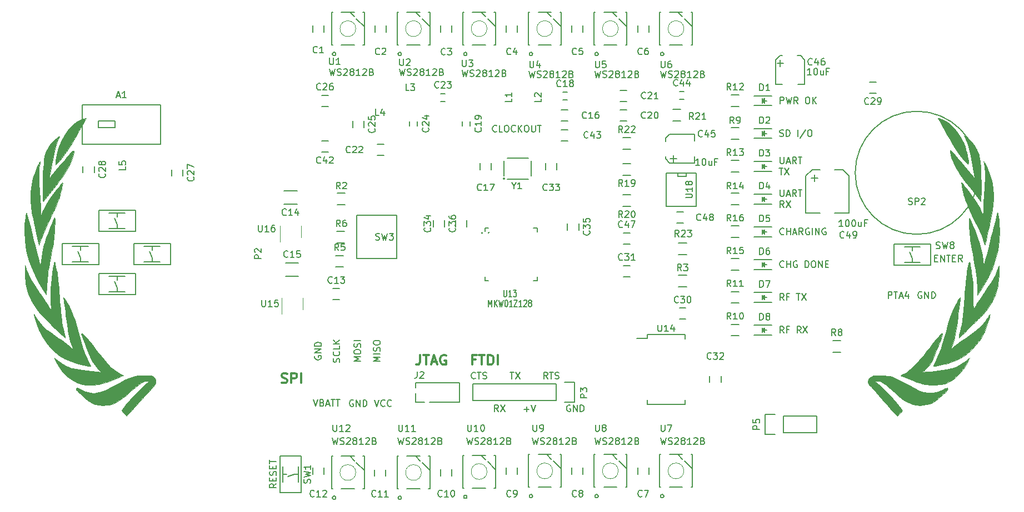
<source format=gto>
G04 #@! TF.GenerationSoftware,KiCad,Pcbnew,(2016-12-18 revision 3ffa37c)-master*
G04 #@! TF.CreationDate,2017-02-07T21:51:00-08:00*
G04 #@! TF.ProjectId,badge-kicad,62616467652D6B696361642E6B696361,rev?*
G04 #@! TF.FileFunction,Legend,Top*
G04 #@! TF.FilePolarity,Positive*
%FSLAX46Y46*%
G04 Gerber Fmt 4.6, Leading zero omitted, Abs format (unit mm)*
G04 Created by KiCad (PCBNEW (2016-12-18 revision 3ffa37c)-master) date Tuesday, February 07, 2017 'PMt' 09:51:00 PM*
%MOMM*%
%LPD*%
G01*
G04 APERTURE LIST*
%ADD10C,0.150000*%
%ADD11C,0.200000*%
%ADD12C,0.300000*%
%ADD13C,0.010000*%
%ADD14C,0.127000*%
%ADD15C,0.152400*%
%ADD16C,0.120000*%
%ADD17C,0.063500*%
G04 APERTURE END LIST*
D10*
D11*
X206364380Y-95918380D02*
X206364380Y-94918380D01*
X206745333Y-94918380D01*
X206840571Y-94966000D01*
X206888190Y-95013619D01*
X206935809Y-95108857D01*
X206935809Y-95251714D01*
X206888190Y-95346952D01*
X206840571Y-95394571D01*
X206745333Y-95442190D01*
X206364380Y-95442190D01*
X207221523Y-94918380D02*
X207792952Y-94918380D01*
X207507238Y-95918380D02*
X207507238Y-94918380D01*
X208078666Y-95632666D02*
X208554857Y-95632666D01*
X207983428Y-95918380D02*
X208316761Y-94918380D01*
X208650095Y-95918380D01*
X209412000Y-95251714D02*
X209412000Y-95918380D01*
X209173904Y-94870761D02*
X208935809Y-95585047D01*
X209554857Y-95585047D01*
X211468095Y-94966000D02*
X211372857Y-94918380D01*
X211230000Y-94918380D01*
X211087142Y-94966000D01*
X210991904Y-95061238D01*
X210944285Y-95156476D01*
X210896666Y-95346952D01*
X210896666Y-95489809D01*
X210944285Y-95680285D01*
X210991904Y-95775523D01*
X211087142Y-95870761D01*
X211230000Y-95918380D01*
X211325238Y-95918380D01*
X211468095Y-95870761D01*
X211515714Y-95823142D01*
X211515714Y-95489809D01*
X211325238Y-95489809D01*
X211944285Y-95918380D02*
X211944285Y-94918380D01*
X212515714Y-95918380D01*
X212515714Y-94918380D01*
X212991904Y-95918380D02*
X212991904Y-94918380D01*
X213230000Y-94918380D01*
X213372857Y-94966000D01*
X213468095Y-95061238D01*
X213515714Y-95156476D01*
X213563333Y-95346952D01*
X213563333Y-95489809D01*
X213515714Y-95680285D01*
X213468095Y-95775523D01*
X213372857Y-95870761D01*
X213230000Y-95918380D01*
X212991904Y-95918380D01*
X146698380Y-70423142D02*
X146650761Y-70470761D01*
X146507904Y-70518380D01*
X146412666Y-70518380D01*
X146269809Y-70470761D01*
X146174571Y-70375523D01*
X146126952Y-70280285D01*
X146079333Y-70089809D01*
X146079333Y-69946952D01*
X146126952Y-69756476D01*
X146174571Y-69661238D01*
X146269809Y-69566000D01*
X146412666Y-69518380D01*
X146507904Y-69518380D01*
X146650761Y-69566000D01*
X146698380Y-69613619D01*
X147603142Y-70518380D02*
X147126952Y-70518380D01*
X147126952Y-69518380D01*
X148126952Y-69518380D02*
X148317428Y-69518380D01*
X148412666Y-69566000D01*
X148507904Y-69661238D01*
X148555523Y-69851714D01*
X148555523Y-70185047D01*
X148507904Y-70375523D01*
X148412666Y-70470761D01*
X148317428Y-70518380D01*
X148126952Y-70518380D01*
X148031714Y-70470761D01*
X147936476Y-70375523D01*
X147888857Y-70185047D01*
X147888857Y-69851714D01*
X147936476Y-69661238D01*
X148031714Y-69566000D01*
X148126952Y-69518380D01*
X149555523Y-70423142D02*
X149507904Y-70470761D01*
X149365047Y-70518380D01*
X149269809Y-70518380D01*
X149126952Y-70470761D01*
X149031714Y-70375523D01*
X148984095Y-70280285D01*
X148936476Y-70089809D01*
X148936476Y-69946952D01*
X148984095Y-69756476D01*
X149031714Y-69661238D01*
X149126952Y-69566000D01*
X149269809Y-69518380D01*
X149365047Y-69518380D01*
X149507904Y-69566000D01*
X149555523Y-69613619D01*
X149984095Y-70518380D02*
X149984095Y-69518380D01*
X150555523Y-70518380D02*
X150126952Y-69946952D01*
X150555523Y-69518380D02*
X149984095Y-70089809D01*
X151174571Y-69518380D02*
X151365047Y-69518380D01*
X151460285Y-69566000D01*
X151555523Y-69661238D01*
X151603142Y-69851714D01*
X151603142Y-70185047D01*
X151555523Y-70375523D01*
X151460285Y-70470761D01*
X151365047Y-70518380D01*
X151174571Y-70518380D01*
X151079333Y-70470761D01*
X150984095Y-70375523D01*
X150936476Y-70185047D01*
X150936476Y-69851714D01*
X150984095Y-69661238D01*
X151079333Y-69566000D01*
X151174571Y-69518380D01*
X152031714Y-69518380D02*
X152031714Y-70327904D01*
X152079333Y-70423142D01*
X152126952Y-70470761D01*
X152222190Y-70518380D01*
X152412666Y-70518380D01*
X152507904Y-70470761D01*
X152555523Y-70423142D01*
X152603142Y-70327904D01*
X152603142Y-69518380D01*
X152936476Y-69518380D02*
X153507904Y-69518380D01*
X153222190Y-70518380D02*
X153222190Y-69518380D01*
X125616000Y-83274000D02*
X125362000Y-83274000D01*
X125362000Y-89878000D02*
X125362000Y-83274000D01*
X131458000Y-89878000D02*
X125362000Y-89878000D01*
X131458000Y-83274000D02*
X131458000Y-89878000D01*
X125616000Y-83274000D02*
X131458000Y-83274000D01*
D12*
X135042000Y-104550571D02*
X135042000Y-105622000D01*
X134970571Y-105836285D01*
X134827714Y-105979142D01*
X134613428Y-106050571D01*
X134470571Y-106050571D01*
X135542000Y-104550571D02*
X136399142Y-104550571D01*
X135970571Y-106050571D02*
X135970571Y-104550571D01*
X136827714Y-105622000D02*
X137542000Y-105622000D01*
X136684857Y-106050571D02*
X137184857Y-104550571D01*
X137684857Y-106050571D01*
X138970571Y-104622000D02*
X138827714Y-104550571D01*
X138613428Y-104550571D01*
X138399142Y-104622000D01*
X138256285Y-104764857D01*
X138184857Y-104907714D01*
X138113428Y-105193428D01*
X138113428Y-105407714D01*
X138184857Y-105693428D01*
X138256285Y-105836285D01*
X138399142Y-105979142D01*
X138613428Y-106050571D01*
X138756285Y-106050571D01*
X138970571Y-105979142D01*
X139042000Y-105907714D01*
X139042000Y-105407714D01*
X138756285Y-105407714D01*
D11*
X128942380Y-105543428D02*
X127942380Y-105543428D01*
X128656666Y-105210095D01*
X127942380Y-104876761D01*
X128942380Y-104876761D01*
X128942380Y-104400571D02*
X127942380Y-104400571D01*
X128894761Y-103972000D02*
X128942380Y-103829142D01*
X128942380Y-103591047D01*
X128894761Y-103495809D01*
X128847142Y-103448190D01*
X128751904Y-103400571D01*
X128656666Y-103400571D01*
X128561428Y-103448190D01*
X128513809Y-103495809D01*
X128466190Y-103591047D01*
X128418571Y-103781523D01*
X128370952Y-103876761D01*
X128323333Y-103924380D01*
X128228095Y-103972000D01*
X128132857Y-103972000D01*
X128037619Y-103924380D01*
X127990000Y-103876761D01*
X127942380Y-103781523D01*
X127942380Y-103543428D01*
X127990000Y-103400571D01*
X127942380Y-102781523D02*
X127942380Y-102591047D01*
X127990000Y-102495809D01*
X128085238Y-102400571D01*
X128275714Y-102352952D01*
X128609047Y-102352952D01*
X128799523Y-102400571D01*
X128894761Y-102495809D01*
X128942380Y-102591047D01*
X128942380Y-102781523D01*
X128894761Y-102876761D01*
X128799523Y-102972000D01*
X128609047Y-103019619D01*
X128275714Y-103019619D01*
X128085238Y-102972000D01*
X127990000Y-102876761D01*
X127942380Y-102781523D01*
X125982380Y-105533428D02*
X124982380Y-105533428D01*
X125696666Y-105200095D01*
X124982380Y-104866761D01*
X125982380Y-104866761D01*
X124982380Y-104200095D02*
X124982380Y-104009619D01*
X125030000Y-103914380D01*
X125125238Y-103819142D01*
X125315714Y-103771523D01*
X125649047Y-103771523D01*
X125839523Y-103819142D01*
X125934761Y-103914380D01*
X125982380Y-104009619D01*
X125982380Y-104200095D01*
X125934761Y-104295333D01*
X125839523Y-104390571D01*
X125649047Y-104438190D01*
X125315714Y-104438190D01*
X125125238Y-104390571D01*
X125030000Y-104295333D01*
X124982380Y-104200095D01*
X125934761Y-103390571D02*
X125982380Y-103247714D01*
X125982380Y-103009619D01*
X125934761Y-102914380D01*
X125887142Y-102866761D01*
X125791904Y-102819142D01*
X125696666Y-102819142D01*
X125601428Y-102866761D01*
X125553809Y-102914380D01*
X125506190Y-103009619D01*
X125458571Y-103200095D01*
X125410952Y-103295333D01*
X125363333Y-103342952D01*
X125268095Y-103390571D01*
X125172857Y-103390571D01*
X125077619Y-103342952D01*
X125030000Y-103295333D01*
X124982380Y-103200095D01*
X124982380Y-102962000D01*
X125030000Y-102819142D01*
X125982380Y-102390571D02*
X124982380Y-102390571D01*
X122734761Y-105652476D02*
X122782380Y-105509619D01*
X122782380Y-105271523D01*
X122734761Y-105176285D01*
X122687142Y-105128666D01*
X122591904Y-105081047D01*
X122496666Y-105081047D01*
X122401428Y-105128666D01*
X122353809Y-105176285D01*
X122306190Y-105271523D01*
X122258571Y-105462000D01*
X122210952Y-105557238D01*
X122163333Y-105604857D01*
X122068095Y-105652476D01*
X121972857Y-105652476D01*
X121877619Y-105604857D01*
X121830000Y-105557238D01*
X121782380Y-105462000D01*
X121782380Y-105223904D01*
X121830000Y-105081047D01*
X122687142Y-104081047D02*
X122734761Y-104128666D01*
X122782380Y-104271523D01*
X122782380Y-104366761D01*
X122734761Y-104509619D01*
X122639523Y-104604857D01*
X122544285Y-104652476D01*
X122353809Y-104700095D01*
X122210952Y-104700095D01*
X122020476Y-104652476D01*
X121925238Y-104604857D01*
X121830000Y-104509619D01*
X121782380Y-104366761D01*
X121782380Y-104271523D01*
X121830000Y-104128666D01*
X121877619Y-104081047D01*
X122782380Y-103176285D02*
X122782380Y-103652476D01*
X121782380Y-103652476D01*
X122782380Y-102842952D02*
X121782380Y-102842952D01*
X122782380Y-102271523D02*
X122210952Y-102700095D01*
X121782380Y-102271523D02*
X122353809Y-102842952D01*
D12*
X113920285Y-108773142D02*
X114134571Y-108844571D01*
X114491714Y-108844571D01*
X114634571Y-108773142D01*
X114706000Y-108701714D01*
X114777428Y-108558857D01*
X114777428Y-108416000D01*
X114706000Y-108273142D01*
X114634571Y-108201714D01*
X114491714Y-108130285D01*
X114206000Y-108058857D01*
X114063142Y-107987428D01*
X113991714Y-107916000D01*
X113920285Y-107773142D01*
X113920285Y-107630285D01*
X113991714Y-107487428D01*
X114063142Y-107416000D01*
X114206000Y-107344571D01*
X114563142Y-107344571D01*
X114777428Y-107416000D01*
X115420285Y-108844571D02*
X115420285Y-107344571D01*
X115991714Y-107344571D01*
X116134571Y-107416000D01*
X116206000Y-107487428D01*
X116277428Y-107630285D01*
X116277428Y-107844571D01*
X116206000Y-107987428D01*
X116134571Y-108058857D01*
X115991714Y-108130285D01*
X115420285Y-108130285D01*
X116920285Y-108844571D02*
X116920285Y-107344571D01*
D11*
X118766190Y-111374380D02*
X119099523Y-112374380D01*
X119432857Y-111374380D01*
X120099523Y-111850571D02*
X120242380Y-111898190D01*
X120290000Y-111945809D01*
X120337619Y-112041047D01*
X120337619Y-112183904D01*
X120290000Y-112279142D01*
X120242380Y-112326761D01*
X120147142Y-112374380D01*
X119766190Y-112374380D01*
X119766190Y-111374380D01*
X120099523Y-111374380D01*
X120194761Y-111422000D01*
X120242380Y-111469619D01*
X120290000Y-111564857D01*
X120290000Y-111660095D01*
X120242380Y-111755333D01*
X120194761Y-111802952D01*
X120099523Y-111850571D01*
X119766190Y-111850571D01*
X120718571Y-112088666D02*
X121194761Y-112088666D01*
X120623333Y-112374380D02*
X120956666Y-111374380D01*
X121290000Y-112374380D01*
X121480476Y-111374380D02*
X122051904Y-111374380D01*
X121766190Y-112374380D02*
X121766190Y-111374380D01*
X122242380Y-111374380D02*
X122813809Y-111374380D01*
X122528095Y-112374380D02*
X122528095Y-111374380D01*
X124848095Y-111476000D02*
X124752857Y-111428380D01*
X124610000Y-111428380D01*
X124467142Y-111476000D01*
X124371904Y-111571238D01*
X124324285Y-111666476D01*
X124276666Y-111856952D01*
X124276666Y-111999809D01*
X124324285Y-112190285D01*
X124371904Y-112285523D01*
X124467142Y-112380761D01*
X124610000Y-112428380D01*
X124705238Y-112428380D01*
X124848095Y-112380761D01*
X124895714Y-112333142D01*
X124895714Y-111999809D01*
X124705238Y-111999809D01*
X125324285Y-112428380D02*
X125324285Y-111428380D01*
X125895714Y-112428380D01*
X125895714Y-111428380D01*
X126371904Y-112428380D02*
X126371904Y-111428380D01*
X126610000Y-111428380D01*
X126752857Y-111476000D01*
X126848095Y-111571238D01*
X126895714Y-111666476D01*
X126943333Y-111856952D01*
X126943333Y-111999809D01*
X126895714Y-112190285D01*
X126848095Y-112285523D01*
X126752857Y-112380761D01*
X126610000Y-112428380D01*
X126371904Y-112428380D01*
X128092666Y-111428380D02*
X128426000Y-112428380D01*
X128759333Y-111428380D01*
X129664095Y-112333142D02*
X129616476Y-112380761D01*
X129473619Y-112428380D01*
X129378380Y-112428380D01*
X129235523Y-112380761D01*
X129140285Y-112285523D01*
X129092666Y-112190285D01*
X129045047Y-111999809D01*
X129045047Y-111856952D01*
X129092666Y-111666476D01*
X129140285Y-111571238D01*
X129235523Y-111476000D01*
X129378380Y-111428380D01*
X129473619Y-111428380D01*
X129616476Y-111476000D01*
X129664095Y-111523619D01*
X130664095Y-112333142D02*
X130616476Y-112380761D01*
X130473619Y-112428380D01*
X130378380Y-112428380D01*
X130235523Y-112380761D01*
X130140285Y-112285523D01*
X130092666Y-112190285D01*
X130045047Y-111999809D01*
X130045047Y-111856952D01*
X130092666Y-111666476D01*
X130140285Y-111571238D01*
X130235523Y-111476000D01*
X130378380Y-111428380D01*
X130473619Y-111428380D01*
X130616476Y-111476000D01*
X130664095Y-111523619D01*
X119030000Y-104733904D02*
X118982380Y-104829142D01*
X118982380Y-104972000D01*
X119030000Y-105114857D01*
X119125238Y-105210095D01*
X119220476Y-105257714D01*
X119410952Y-105305333D01*
X119553809Y-105305333D01*
X119744285Y-105257714D01*
X119839523Y-105210095D01*
X119934761Y-105114857D01*
X119982380Y-104972000D01*
X119982380Y-104876761D01*
X119934761Y-104733904D01*
X119887142Y-104686285D01*
X119553809Y-104686285D01*
X119553809Y-104876761D01*
X119982380Y-104257714D02*
X118982380Y-104257714D01*
X119982380Y-103686285D01*
X118982380Y-103686285D01*
X119982380Y-103210095D02*
X118982380Y-103210095D01*
X118982380Y-102972000D01*
X119030000Y-102829142D01*
X119125238Y-102733904D01*
X119220476Y-102686285D01*
X119410952Y-102638666D01*
X119553809Y-102638666D01*
X119744285Y-102686285D01*
X119839523Y-102733904D01*
X119934761Y-102829142D01*
X119982380Y-102972000D01*
X119982380Y-103210095D01*
X143469523Y-108119142D02*
X143421904Y-108166761D01*
X143279047Y-108214380D01*
X143183809Y-108214380D01*
X143040952Y-108166761D01*
X142945714Y-108071523D01*
X142898095Y-107976285D01*
X142850476Y-107785809D01*
X142850476Y-107642952D01*
X142898095Y-107452476D01*
X142945714Y-107357238D01*
X143040952Y-107262000D01*
X143183809Y-107214380D01*
X143279047Y-107214380D01*
X143421904Y-107262000D01*
X143469523Y-107309619D01*
X143755238Y-107214380D02*
X144326666Y-107214380D01*
X144040952Y-108214380D02*
X144040952Y-107214380D01*
X144612380Y-108166761D02*
X144755238Y-108214380D01*
X144993333Y-108214380D01*
X145088571Y-108166761D01*
X145136190Y-108119142D01*
X145183809Y-108023904D01*
X145183809Y-107928666D01*
X145136190Y-107833428D01*
X145088571Y-107785809D01*
X144993333Y-107738190D01*
X144802857Y-107690571D01*
X144707619Y-107642952D01*
X144660000Y-107595333D01*
X144612380Y-107500095D01*
X144612380Y-107404857D01*
X144660000Y-107309619D01*
X144707619Y-107262000D01*
X144802857Y-107214380D01*
X145040952Y-107214380D01*
X145183809Y-107262000D01*
X146969523Y-113214380D02*
X146636190Y-112738190D01*
X146398095Y-113214380D02*
X146398095Y-112214380D01*
X146779047Y-112214380D01*
X146874285Y-112262000D01*
X146921904Y-112309619D01*
X146969523Y-112404857D01*
X146969523Y-112547714D01*
X146921904Y-112642952D01*
X146874285Y-112690571D01*
X146779047Y-112738190D01*
X146398095Y-112738190D01*
X147302857Y-112214380D02*
X147969523Y-113214380D01*
X147969523Y-112214380D02*
X147302857Y-113214380D01*
X148755238Y-107214380D02*
X149326666Y-107214380D01*
X149040952Y-108214380D02*
X149040952Y-107214380D01*
X149564761Y-107214380D02*
X150231428Y-108214380D01*
X150231428Y-107214380D02*
X149564761Y-108214380D01*
X154469523Y-108214380D02*
X154136190Y-107738190D01*
X153898095Y-108214380D02*
X153898095Y-107214380D01*
X154279047Y-107214380D01*
X154374285Y-107262000D01*
X154421904Y-107309619D01*
X154469523Y-107404857D01*
X154469523Y-107547714D01*
X154421904Y-107642952D01*
X154374285Y-107690571D01*
X154279047Y-107738190D01*
X153898095Y-107738190D01*
X154755238Y-107214380D02*
X155326666Y-107214380D01*
X155040952Y-108214380D02*
X155040952Y-107214380D01*
X155612380Y-108166761D02*
X155755238Y-108214380D01*
X155993333Y-108214380D01*
X156088571Y-108166761D01*
X156136190Y-108119142D01*
X156183809Y-108023904D01*
X156183809Y-107928666D01*
X156136190Y-107833428D01*
X156088571Y-107785809D01*
X155993333Y-107738190D01*
X155802857Y-107690571D01*
X155707619Y-107642952D01*
X155660000Y-107595333D01*
X155612380Y-107500095D01*
X155612380Y-107404857D01*
X155660000Y-107309619D01*
X155707619Y-107262000D01*
X155802857Y-107214380D01*
X156040952Y-107214380D01*
X156183809Y-107262000D01*
X157921904Y-112262000D02*
X157826666Y-112214380D01*
X157683809Y-112214380D01*
X157540952Y-112262000D01*
X157445714Y-112357238D01*
X157398095Y-112452476D01*
X157350476Y-112642952D01*
X157350476Y-112785809D01*
X157398095Y-112976285D01*
X157445714Y-113071523D01*
X157540952Y-113166761D01*
X157683809Y-113214380D01*
X157779047Y-113214380D01*
X157921904Y-113166761D01*
X157969523Y-113119142D01*
X157969523Y-112785809D01*
X157779047Y-112785809D01*
X158398095Y-113214380D02*
X158398095Y-112214380D01*
X158969523Y-113214380D01*
X158969523Y-112214380D01*
X159445714Y-113214380D02*
X159445714Y-112214380D01*
X159683809Y-112214380D01*
X159826666Y-112262000D01*
X159921904Y-112357238D01*
X159969523Y-112452476D01*
X160017142Y-112642952D01*
X160017142Y-112785809D01*
X159969523Y-112976285D01*
X159921904Y-113071523D01*
X159826666Y-113166761D01*
X159683809Y-113214380D01*
X159445714Y-113214380D01*
X150898095Y-112833428D02*
X151660000Y-112833428D01*
X151279047Y-113214380D02*
X151279047Y-112452476D01*
X151993333Y-112214380D02*
X152326666Y-113214380D01*
X152660000Y-112214380D01*
X190453809Y-101214380D02*
X190120476Y-100738190D01*
X189882380Y-101214380D02*
X189882380Y-100214380D01*
X190263333Y-100214380D01*
X190358571Y-100262000D01*
X190406190Y-100309619D01*
X190453809Y-100404857D01*
X190453809Y-100547714D01*
X190406190Y-100642952D01*
X190358571Y-100690571D01*
X190263333Y-100738190D01*
X189882380Y-100738190D01*
X191215714Y-100690571D02*
X190882380Y-100690571D01*
X190882380Y-101214380D02*
X190882380Y-100214380D01*
X191358571Y-100214380D01*
X193072857Y-101214380D02*
X192739523Y-100738190D01*
X192501428Y-101214380D02*
X192501428Y-100214380D01*
X192882380Y-100214380D01*
X192977619Y-100262000D01*
X193025238Y-100309619D01*
X193072857Y-100404857D01*
X193072857Y-100547714D01*
X193025238Y-100642952D01*
X192977619Y-100690571D01*
X192882380Y-100738190D01*
X192501428Y-100738190D01*
X193406190Y-100214380D02*
X194072857Y-101214380D01*
X194072857Y-100214380D02*
X193406190Y-101214380D01*
X190469523Y-96214380D02*
X190136190Y-95738190D01*
X189898095Y-96214380D02*
X189898095Y-95214380D01*
X190279047Y-95214380D01*
X190374285Y-95262000D01*
X190421904Y-95309619D01*
X190469523Y-95404857D01*
X190469523Y-95547714D01*
X190421904Y-95642952D01*
X190374285Y-95690571D01*
X190279047Y-95738190D01*
X189898095Y-95738190D01*
X191231428Y-95690571D02*
X190898095Y-95690571D01*
X190898095Y-96214380D02*
X190898095Y-95214380D01*
X191374285Y-95214380D01*
X192374285Y-95214380D02*
X192945714Y-95214380D01*
X192660000Y-96214380D02*
X192660000Y-95214380D01*
X193183809Y-95214380D02*
X193850476Y-96214380D01*
X193850476Y-95214380D02*
X193183809Y-96214380D01*
X190469523Y-91119142D02*
X190421904Y-91166761D01*
X190279047Y-91214380D01*
X190183809Y-91214380D01*
X190040952Y-91166761D01*
X189945714Y-91071523D01*
X189898095Y-90976285D01*
X189850476Y-90785809D01*
X189850476Y-90642952D01*
X189898095Y-90452476D01*
X189945714Y-90357238D01*
X190040952Y-90262000D01*
X190183809Y-90214380D01*
X190279047Y-90214380D01*
X190421904Y-90262000D01*
X190469523Y-90309619D01*
X190898095Y-91214380D02*
X190898095Y-90214380D01*
X190898095Y-90690571D02*
X191469523Y-90690571D01*
X191469523Y-91214380D02*
X191469523Y-90214380D01*
X192469523Y-90262000D02*
X192374285Y-90214380D01*
X192231428Y-90214380D01*
X192088571Y-90262000D01*
X191993333Y-90357238D01*
X191945714Y-90452476D01*
X191898095Y-90642952D01*
X191898095Y-90785809D01*
X191945714Y-90976285D01*
X191993333Y-91071523D01*
X192088571Y-91166761D01*
X192231428Y-91214380D01*
X192326666Y-91214380D01*
X192469523Y-91166761D01*
X192517142Y-91119142D01*
X192517142Y-90785809D01*
X192326666Y-90785809D01*
X193707619Y-91214380D02*
X193707619Y-90214380D01*
X193945714Y-90214380D01*
X194088571Y-90262000D01*
X194183809Y-90357238D01*
X194231428Y-90452476D01*
X194279047Y-90642952D01*
X194279047Y-90785809D01*
X194231428Y-90976285D01*
X194183809Y-91071523D01*
X194088571Y-91166761D01*
X193945714Y-91214380D01*
X193707619Y-91214380D01*
X194898095Y-90214380D02*
X195088571Y-90214380D01*
X195183809Y-90262000D01*
X195279047Y-90357238D01*
X195326666Y-90547714D01*
X195326666Y-90881047D01*
X195279047Y-91071523D01*
X195183809Y-91166761D01*
X195088571Y-91214380D01*
X194898095Y-91214380D01*
X194802857Y-91166761D01*
X194707619Y-91071523D01*
X194660000Y-90881047D01*
X194660000Y-90547714D01*
X194707619Y-90357238D01*
X194802857Y-90262000D01*
X194898095Y-90214380D01*
X195755238Y-91214380D02*
X195755238Y-90214380D01*
X196326666Y-91214380D01*
X196326666Y-90214380D01*
X196802857Y-90690571D02*
X197136190Y-90690571D01*
X197279047Y-91214380D02*
X196802857Y-91214380D01*
X196802857Y-90214380D01*
X197279047Y-90214380D01*
X190469523Y-86119142D02*
X190421904Y-86166761D01*
X190279047Y-86214380D01*
X190183809Y-86214380D01*
X190040952Y-86166761D01*
X189945714Y-86071523D01*
X189898095Y-85976285D01*
X189850476Y-85785809D01*
X189850476Y-85642952D01*
X189898095Y-85452476D01*
X189945714Y-85357238D01*
X190040952Y-85262000D01*
X190183809Y-85214380D01*
X190279047Y-85214380D01*
X190421904Y-85262000D01*
X190469523Y-85309619D01*
X190898095Y-86214380D02*
X190898095Y-85214380D01*
X190898095Y-85690571D02*
X191469523Y-85690571D01*
X191469523Y-86214380D02*
X191469523Y-85214380D01*
X191898095Y-85928666D02*
X192374285Y-85928666D01*
X191802857Y-86214380D02*
X192136190Y-85214380D01*
X192469523Y-86214380D01*
X193374285Y-86214380D02*
X193040952Y-85738190D01*
X192802857Y-86214380D02*
X192802857Y-85214380D01*
X193183809Y-85214380D01*
X193279047Y-85262000D01*
X193326666Y-85309619D01*
X193374285Y-85404857D01*
X193374285Y-85547714D01*
X193326666Y-85642952D01*
X193279047Y-85690571D01*
X193183809Y-85738190D01*
X192802857Y-85738190D01*
X194326666Y-85262000D02*
X194231428Y-85214380D01*
X194088571Y-85214380D01*
X193945714Y-85262000D01*
X193850476Y-85357238D01*
X193802857Y-85452476D01*
X193755238Y-85642952D01*
X193755238Y-85785809D01*
X193802857Y-85976285D01*
X193850476Y-86071523D01*
X193945714Y-86166761D01*
X194088571Y-86214380D01*
X194183809Y-86214380D01*
X194326666Y-86166761D01*
X194374285Y-86119142D01*
X194374285Y-85785809D01*
X194183809Y-85785809D01*
X194802857Y-86214380D02*
X194802857Y-85214380D01*
X195279047Y-86214380D02*
X195279047Y-85214380D01*
X195850476Y-86214380D01*
X195850476Y-85214380D01*
X196850476Y-85262000D02*
X196755238Y-85214380D01*
X196612380Y-85214380D01*
X196469523Y-85262000D01*
X196374285Y-85357238D01*
X196326666Y-85452476D01*
X196279047Y-85642952D01*
X196279047Y-85785809D01*
X196326666Y-85976285D01*
X196374285Y-86071523D01*
X196469523Y-86166761D01*
X196612380Y-86214380D01*
X196707619Y-86214380D01*
X196850476Y-86166761D01*
X196898095Y-86119142D01*
X196898095Y-85785809D01*
X196707619Y-85785809D01*
X189898095Y-79364380D02*
X189898095Y-80173904D01*
X189945714Y-80269142D01*
X189993333Y-80316761D01*
X190088571Y-80364380D01*
X190279047Y-80364380D01*
X190374285Y-80316761D01*
X190421904Y-80269142D01*
X190469523Y-80173904D01*
X190469523Y-79364380D01*
X190898095Y-80078666D02*
X191374285Y-80078666D01*
X190802857Y-80364380D02*
X191136190Y-79364380D01*
X191469523Y-80364380D01*
X192374285Y-80364380D02*
X192040952Y-79888190D01*
X191802857Y-80364380D02*
X191802857Y-79364380D01*
X192183809Y-79364380D01*
X192279047Y-79412000D01*
X192326666Y-79459619D01*
X192374285Y-79554857D01*
X192374285Y-79697714D01*
X192326666Y-79792952D01*
X192279047Y-79840571D01*
X192183809Y-79888190D01*
X191802857Y-79888190D01*
X192660000Y-79364380D02*
X193231428Y-79364380D01*
X192945714Y-80364380D02*
X192945714Y-79364380D01*
X190469523Y-82064380D02*
X190136190Y-81588190D01*
X189898095Y-82064380D02*
X189898095Y-81064380D01*
X190279047Y-81064380D01*
X190374285Y-81112000D01*
X190421904Y-81159619D01*
X190469523Y-81254857D01*
X190469523Y-81397714D01*
X190421904Y-81492952D01*
X190374285Y-81540571D01*
X190279047Y-81588190D01*
X189898095Y-81588190D01*
X190802857Y-81064380D02*
X191469523Y-82064380D01*
X191469523Y-81064380D02*
X190802857Y-82064380D01*
X189898095Y-74364380D02*
X189898095Y-75173904D01*
X189945714Y-75269142D01*
X189993333Y-75316761D01*
X190088571Y-75364380D01*
X190279047Y-75364380D01*
X190374285Y-75316761D01*
X190421904Y-75269142D01*
X190469523Y-75173904D01*
X190469523Y-74364380D01*
X190898095Y-75078666D02*
X191374285Y-75078666D01*
X190802857Y-75364380D02*
X191136190Y-74364380D01*
X191469523Y-75364380D01*
X192374285Y-75364380D02*
X192040952Y-74888190D01*
X191802857Y-75364380D02*
X191802857Y-74364380D01*
X192183809Y-74364380D01*
X192279047Y-74412000D01*
X192326666Y-74459619D01*
X192374285Y-74554857D01*
X192374285Y-74697714D01*
X192326666Y-74792952D01*
X192279047Y-74840571D01*
X192183809Y-74888190D01*
X191802857Y-74888190D01*
X192660000Y-74364380D02*
X193231428Y-74364380D01*
X192945714Y-75364380D02*
X192945714Y-74364380D01*
X189755238Y-76064380D02*
X190326666Y-76064380D01*
X190040952Y-77064380D02*
X190040952Y-76064380D01*
X190564761Y-76064380D02*
X191231428Y-77064380D01*
X191231428Y-76064380D02*
X190564761Y-77064380D01*
X189850476Y-71166761D02*
X189993333Y-71214380D01*
X190231428Y-71214380D01*
X190326666Y-71166761D01*
X190374285Y-71119142D01*
X190421904Y-71023904D01*
X190421904Y-70928666D01*
X190374285Y-70833428D01*
X190326666Y-70785809D01*
X190231428Y-70738190D01*
X190040952Y-70690571D01*
X189945714Y-70642952D01*
X189898095Y-70595333D01*
X189850476Y-70500095D01*
X189850476Y-70404857D01*
X189898095Y-70309619D01*
X189945714Y-70262000D01*
X190040952Y-70214380D01*
X190279047Y-70214380D01*
X190421904Y-70262000D01*
X190850476Y-71214380D02*
X190850476Y-70214380D01*
X191088571Y-70214380D01*
X191231428Y-70262000D01*
X191326666Y-70357238D01*
X191374285Y-70452476D01*
X191421904Y-70642952D01*
X191421904Y-70785809D01*
X191374285Y-70976285D01*
X191326666Y-71071523D01*
X191231428Y-71166761D01*
X191088571Y-71214380D01*
X190850476Y-71214380D01*
X192612380Y-71214380D02*
X192612380Y-70214380D01*
X193802857Y-70166761D02*
X192945714Y-71452476D01*
X194326666Y-70214380D02*
X194517142Y-70214380D01*
X194612380Y-70262000D01*
X194707619Y-70357238D01*
X194755238Y-70547714D01*
X194755238Y-70881047D01*
X194707619Y-71071523D01*
X194612380Y-71166761D01*
X194517142Y-71214380D01*
X194326666Y-71214380D01*
X194231428Y-71166761D01*
X194136190Y-71071523D01*
X194088571Y-70881047D01*
X194088571Y-70547714D01*
X194136190Y-70357238D01*
X194231428Y-70262000D01*
X194326666Y-70214380D01*
X189898095Y-66214380D02*
X189898095Y-65214380D01*
X190279047Y-65214380D01*
X190374285Y-65262000D01*
X190421904Y-65309619D01*
X190469523Y-65404857D01*
X190469523Y-65547714D01*
X190421904Y-65642952D01*
X190374285Y-65690571D01*
X190279047Y-65738190D01*
X189898095Y-65738190D01*
X190802857Y-65214380D02*
X191040952Y-66214380D01*
X191231428Y-65500095D01*
X191421904Y-66214380D01*
X191660000Y-65214380D01*
X192612380Y-66214380D02*
X192279047Y-65738190D01*
X192040952Y-66214380D02*
X192040952Y-65214380D01*
X192421904Y-65214380D01*
X192517142Y-65262000D01*
X192564761Y-65309619D01*
X192612380Y-65404857D01*
X192612380Y-65547714D01*
X192564761Y-65642952D01*
X192517142Y-65690571D01*
X192421904Y-65738190D01*
X192040952Y-65738190D01*
X193993333Y-65214380D02*
X194183809Y-65214380D01*
X194279047Y-65262000D01*
X194374285Y-65357238D01*
X194421904Y-65547714D01*
X194421904Y-65881047D01*
X194374285Y-66071523D01*
X194279047Y-66166761D01*
X194183809Y-66214380D01*
X193993333Y-66214380D01*
X193898095Y-66166761D01*
X193802857Y-66071523D01*
X193755238Y-65881047D01*
X193755238Y-65547714D01*
X193802857Y-65357238D01*
X193898095Y-65262000D01*
X193993333Y-65214380D01*
X194850476Y-66214380D02*
X194850476Y-65214380D01*
X195421904Y-66214380D02*
X194993333Y-65642952D01*
X195421904Y-65214380D02*
X194850476Y-65785809D01*
D12*
X143455714Y-105264857D02*
X142955714Y-105264857D01*
X142955714Y-106050571D02*
X142955714Y-104550571D01*
X143670000Y-104550571D01*
X144027142Y-104550571D02*
X144884285Y-104550571D01*
X144455714Y-106050571D02*
X144455714Y-104550571D01*
X145384285Y-106050571D02*
X145384285Y-104550571D01*
X145741428Y-104550571D01*
X145955714Y-104622000D01*
X146098571Y-104764857D01*
X146170000Y-104907714D01*
X146241428Y-105193428D01*
X146241428Y-105407714D01*
X146170000Y-105693428D01*
X146098571Y-105836285D01*
X145955714Y-105979142D01*
X145741428Y-106050571D01*
X145384285Y-106050571D01*
X146884285Y-106050571D02*
X146884285Y-104550571D01*
D13*
G36*
X220950666Y-75040333D02*
X220908333Y-75082666D01*
X220866000Y-75040333D01*
X220908333Y-74998000D01*
X220950666Y-75040333D01*
X220950666Y-75040333D01*
G37*
X220950666Y-75040333D02*
X220908333Y-75082666D01*
X220866000Y-75040333D01*
X220908333Y-74998000D01*
X220950666Y-75040333D01*
G36*
X214096819Y-68430686D02*
X214269886Y-68494404D01*
X214542606Y-68610516D01*
X214862737Y-68756563D01*
X214939333Y-68792864D01*
X215598032Y-69193043D01*
X216228605Y-69743463D01*
X216815583Y-70425503D01*
X217343493Y-71220545D01*
X217796866Y-72109969D01*
X217902605Y-72359245D01*
X218052427Y-72766233D01*
X218193597Y-73220298D01*
X218320626Y-73693949D01*
X218428024Y-74159696D01*
X218510300Y-74590047D01*
X218561964Y-74957511D01*
X218577526Y-75234597D01*
X218551496Y-75393813D01*
X218514133Y-75421333D01*
X218420857Y-75362270D01*
X218246696Y-75204119D01*
X218022038Y-74975432D01*
X217905950Y-74849833D01*
X217463849Y-74316988D01*
X216984951Y-73658579D01*
X216491694Y-72907676D01*
X216006517Y-72097351D01*
X215852260Y-71823000D01*
X215419278Y-71041836D01*
X215032032Y-70346379D01*
X214696914Y-69747971D01*
X214420312Y-69257957D01*
X214208615Y-68887677D01*
X214068213Y-68648475D01*
X214023952Y-68577286D01*
X213938271Y-68434577D01*
X213963959Y-68398809D01*
X214096819Y-68430686D01*
X214096819Y-68430686D01*
G37*
X214096819Y-68430686D02*
X214269886Y-68494404D01*
X214542606Y-68610516D01*
X214862737Y-68756563D01*
X214939333Y-68792864D01*
X215598032Y-69193043D01*
X216228605Y-69743463D01*
X216815583Y-70425503D01*
X217343493Y-71220545D01*
X217796866Y-72109969D01*
X217902605Y-72359245D01*
X218052427Y-72766233D01*
X218193597Y-73220298D01*
X218320626Y-73693949D01*
X218428024Y-74159696D01*
X218510300Y-74590047D01*
X218561964Y-74957511D01*
X218577526Y-75234597D01*
X218551496Y-75393813D01*
X218514133Y-75421333D01*
X218420857Y-75362270D01*
X218246696Y-75204119D01*
X218022038Y-74975432D01*
X217905950Y-74849833D01*
X217463849Y-74316988D01*
X216984951Y-73658579D01*
X216491694Y-72907676D01*
X216006517Y-72097351D01*
X215852260Y-71823000D01*
X215419278Y-71041836D01*
X215032032Y-70346379D01*
X214696914Y-69747971D01*
X214420312Y-69257957D01*
X214208615Y-68887677D01*
X214068213Y-68648475D01*
X214023952Y-68577286D01*
X213938271Y-68434577D01*
X213963959Y-68398809D01*
X214096819Y-68430686D01*
G36*
X218257486Y-71340070D02*
X218894657Y-71871057D01*
X219444117Y-72511677D01*
X219880836Y-73226019D01*
X220179786Y-73978170D01*
X220230947Y-74171630D01*
X220302820Y-74570907D01*
X220366542Y-75113172D01*
X220420692Y-75772211D01*
X220463849Y-76521812D01*
X220494592Y-77335763D01*
X220511501Y-78187852D01*
X220513155Y-79051866D01*
X220510259Y-79324467D01*
X220485000Y-81153269D01*
X219426666Y-79796215D01*
X218843237Y-79046291D01*
X218354542Y-78413403D01*
X217949616Y-77882292D01*
X217617495Y-77437700D01*
X217347214Y-77064369D01*
X217127809Y-76747041D01*
X216948317Y-76470458D01*
X216797771Y-76219360D01*
X216665208Y-75978491D01*
X216617541Y-75887000D01*
X216391745Y-75411456D01*
X216186205Y-74911230D01*
X216012842Y-74422431D01*
X215883573Y-73981165D01*
X215810319Y-73623540D01*
X215800911Y-73413071D01*
X215814766Y-73352766D01*
X215847198Y-73329749D01*
X215908860Y-73355159D01*
X216010407Y-73440136D01*
X216162492Y-73595822D01*
X216375769Y-73833356D01*
X216660892Y-74163880D01*
X217028514Y-74598534D01*
X217489290Y-75148458D01*
X217688179Y-75386560D01*
X218125719Y-75909359D01*
X218527803Y-76387358D01*
X218881890Y-76805838D01*
X219175438Y-77150076D01*
X219395904Y-77405353D01*
X219530748Y-77556945D01*
X219568561Y-77593661D01*
X219560501Y-77507720D01*
X219518293Y-77307086D01*
X219470296Y-77111062D01*
X219417397Y-76876917D01*
X219344019Y-76512728D01*
X219257219Y-76055529D01*
X219164050Y-75542355D01*
X219083941Y-75082913D01*
X218918659Y-74173388D01*
X218757149Y-73410338D01*
X218593364Y-72771190D01*
X218421257Y-72233371D01*
X218234781Y-71774308D01*
X218150881Y-71599872D01*
X217892640Y-71088300D01*
X218257486Y-71340070D01*
X218257486Y-71340070D01*
G37*
X218257486Y-71340070D02*
X218894657Y-71871057D01*
X219444117Y-72511677D01*
X219880836Y-73226019D01*
X220179786Y-73978170D01*
X220230947Y-74171630D01*
X220302820Y-74570907D01*
X220366542Y-75113172D01*
X220420692Y-75772211D01*
X220463849Y-76521812D01*
X220494592Y-77335763D01*
X220511501Y-78187852D01*
X220513155Y-79051866D01*
X220510259Y-79324467D01*
X220485000Y-81153269D01*
X219426666Y-79796215D01*
X218843237Y-79046291D01*
X218354542Y-78413403D01*
X217949616Y-77882292D01*
X217617495Y-77437700D01*
X217347214Y-77064369D01*
X217127809Y-76747041D01*
X216948317Y-76470458D01*
X216797771Y-76219360D01*
X216665208Y-75978491D01*
X216617541Y-75887000D01*
X216391745Y-75411456D01*
X216186205Y-74911230D01*
X216012842Y-74422431D01*
X215883573Y-73981165D01*
X215810319Y-73623540D01*
X215800911Y-73413071D01*
X215814766Y-73352766D01*
X215847198Y-73329749D01*
X215908860Y-73355159D01*
X216010407Y-73440136D01*
X216162492Y-73595822D01*
X216375769Y-73833356D01*
X216660892Y-74163880D01*
X217028514Y-74598534D01*
X217489290Y-75148458D01*
X217688179Y-75386560D01*
X218125719Y-75909359D01*
X218527803Y-76387358D01*
X218881890Y-76805838D01*
X219175438Y-77150076D01*
X219395904Y-77405353D01*
X219530748Y-77556945D01*
X219568561Y-77593661D01*
X219560501Y-77507720D01*
X219518293Y-77307086D01*
X219470296Y-77111062D01*
X219417397Y-76876917D01*
X219344019Y-76512728D01*
X219257219Y-76055529D01*
X219164050Y-75542355D01*
X219083941Y-75082913D01*
X218918659Y-74173388D01*
X218757149Y-73410338D01*
X218593364Y-72771190D01*
X218421257Y-72233371D01*
X218234781Y-71774308D01*
X218150881Y-71599872D01*
X217892640Y-71088300D01*
X218257486Y-71340070D01*
G36*
X221040221Y-75236395D02*
X221146168Y-75405646D01*
X221284342Y-75668719D01*
X221439500Y-75993879D01*
X221596401Y-76349389D01*
X221739801Y-76703514D01*
X221838937Y-76977472D01*
X222060562Y-77713890D01*
X222214996Y-78423296D01*
X222313594Y-79170624D01*
X222366715Y-79995410D01*
X222378468Y-80832567D01*
X222340491Y-81630700D01*
X222247273Y-82440203D01*
X222093303Y-83311467D01*
X221916224Y-84114214D01*
X221782407Y-84689431D01*
X221634999Y-85336503D01*
X221491581Y-85977533D01*
X221369736Y-86534624D01*
X221366031Y-86551861D01*
X221274334Y-86974694D01*
X221194906Y-87333087D01*
X221134510Y-87597122D01*
X221099910Y-87736878D01*
X221094915Y-87751194D01*
X221063836Y-87683259D01*
X220993052Y-87486069D01*
X220893791Y-87191863D01*
X220801213Y-86907666D01*
X220684464Y-86586437D01*
X220505331Y-86147347D01*
X220278332Y-85623403D01*
X220017980Y-85047608D01*
X219738793Y-84452967D01*
X219553792Y-84071361D01*
X219142683Y-83226886D01*
X218803047Y-82509721D01*
X218525829Y-81898217D01*
X218301970Y-81370726D01*
X218122414Y-80905600D01*
X217978104Y-80481190D01*
X217859983Y-80075849D01*
X217823305Y-79935082D01*
X217743455Y-79594372D01*
X217667495Y-79226375D01*
X217601666Y-78867983D01*
X217552209Y-78556086D01*
X217525365Y-78327575D01*
X217527375Y-78219340D01*
X217532362Y-78215333D01*
X217589887Y-78278646D01*
X217734634Y-78454635D01*
X217949784Y-78722375D01*
X218218517Y-79060941D01*
X218513182Y-79435578D01*
X219133050Y-80251377D01*
X219636879Y-80969879D01*
X220034704Y-81606827D01*
X220336563Y-82177968D01*
X220495588Y-82545634D01*
X220614361Y-82847150D01*
X220718101Y-83104988D01*
X220779931Y-83253000D01*
X220812329Y-83251009D01*
X220837256Y-83085615D01*
X220854218Y-82762602D01*
X220862723Y-82287757D01*
X220862785Y-82279333D01*
X220875856Y-81731873D01*
X220905244Y-81096822D01*
X220946528Y-80454648D01*
X220993000Y-79908666D01*
X221047612Y-79248768D01*
X221086144Y-78551358D01*
X221108294Y-77851013D01*
X221113760Y-77182309D01*
X221102239Y-76579823D01*
X221073431Y-76078130D01*
X221029510Y-75724928D01*
X220987725Y-75455992D01*
X220972228Y-75260999D01*
X220981742Y-75192701D01*
X221040221Y-75236395D01*
X221040221Y-75236395D01*
G37*
X221040221Y-75236395D02*
X221146168Y-75405646D01*
X221284342Y-75668719D01*
X221439500Y-75993879D01*
X221596401Y-76349389D01*
X221739801Y-76703514D01*
X221838937Y-76977472D01*
X222060562Y-77713890D01*
X222214996Y-78423296D01*
X222313594Y-79170624D01*
X222366715Y-79995410D01*
X222378468Y-80832567D01*
X222340491Y-81630700D01*
X222247273Y-82440203D01*
X222093303Y-83311467D01*
X221916224Y-84114214D01*
X221782407Y-84689431D01*
X221634999Y-85336503D01*
X221491581Y-85977533D01*
X221369736Y-86534624D01*
X221366031Y-86551861D01*
X221274334Y-86974694D01*
X221194906Y-87333087D01*
X221134510Y-87597122D01*
X221099910Y-87736878D01*
X221094915Y-87751194D01*
X221063836Y-87683259D01*
X220993052Y-87486069D01*
X220893791Y-87191863D01*
X220801213Y-86907666D01*
X220684464Y-86586437D01*
X220505331Y-86147347D01*
X220278332Y-85623403D01*
X220017980Y-85047608D01*
X219738793Y-84452967D01*
X219553792Y-84071361D01*
X219142683Y-83226886D01*
X218803047Y-82509721D01*
X218525829Y-81898217D01*
X218301970Y-81370726D01*
X218122414Y-80905600D01*
X217978104Y-80481190D01*
X217859983Y-80075849D01*
X217823305Y-79935082D01*
X217743455Y-79594372D01*
X217667495Y-79226375D01*
X217601666Y-78867983D01*
X217552209Y-78556086D01*
X217525365Y-78327575D01*
X217527375Y-78219340D01*
X217532362Y-78215333D01*
X217589887Y-78278646D01*
X217734634Y-78454635D01*
X217949784Y-78722375D01*
X218218517Y-79060941D01*
X218513182Y-79435578D01*
X219133050Y-80251377D01*
X219636879Y-80969879D01*
X220034704Y-81606827D01*
X220336563Y-82177968D01*
X220495588Y-82545634D01*
X220614361Y-82847150D01*
X220718101Y-83104988D01*
X220779931Y-83253000D01*
X220812329Y-83251009D01*
X220837256Y-83085615D01*
X220854218Y-82762602D01*
X220862723Y-82287757D01*
X220862785Y-82279333D01*
X220875856Y-81731873D01*
X220905244Y-81096822D01*
X220946528Y-80454648D01*
X220993000Y-79908666D01*
X221047612Y-79248768D01*
X221086144Y-78551358D01*
X221108294Y-77851013D01*
X221113760Y-77182309D01*
X221102239Y-76579823D01*
X221073431Y-76078130D01*
X221029510Y-75724928D01*
X220987725Y-75455992D01*
X220972228Y-75260999D01*
X220981742Y-75192701D01*
X221040221Y-75236395D01*
G36*
X223041619Y-82818063D02*
X223079613Y-82931364D01*
X223123016Y-83180832D01*
X223168659Y-83533516D01*
X223213375Y-83956469D01*
X223253997Y-84416741D01*
X223287358Y-84881381D01*
X223310289Y-85317442D01*
X223319623Y-85691973D01*
X223319680Y-85710554D01*
X223253599Y-87177061D01*
X223047483Y-88606330D01*
X222696779Y-90012219D01*
X222196931Y-91408586D01*
X221543387Y-92809288D01*
X220731592Y-94228183D01*
X220301792Y-94893762D01*
X219934666Y-95443192D01*
X219933013Y-94385762D01*
X219924685Y-93874980D01*
X219899069Y-93368462D01*
X219852772Y-92839074D01*
X219782401Y-92259678D01*
X219684561Y-91603139D01*
X219555859Y-90842320D01*
X219392901Y-89950084D01*
X219349395Y-89719075D01*
X219237342Y-89117534D01*
X219126941Y-88508080D01*
X219025632Y-87933013D01*
X218940854Y-87434636D01*
X218880046Y-87055248D01*
X218874852Y-87020666D01*
X218818395Y-86583699D01*
X218769377Y-86095731D01*
X218729116Y-85585892D01*
X218698928Y-85083315D01*
X218680130Y-84617132D01*
X218674040Y-84216473D01*
X218681974Y-83910470D01*
X218705248Y-83728256D01*
X218724368Y-83691762D01*
X218780802Y-83749224D01*
X218884220Y-83942560D01*
X219025046Y-84248034D01*
X219193701Y-84641913D01*
X219380605Y-85100462D01*
X219576182Y-85599949D01*
X219770853Y-86116638D01*
X219955038Y-86626796D01*
X220119161Y-87106689D01*
X220186761Y-87315401D01*
X220464983Y-88301223D01*
X220679328Y-89286863D01*
X220816175Y-90207892D01*
X220832044Y-90367536D01*
X220868566Y-90684688D01*
X220906674Y-90861646D01*
X220943263Y-90885341D01*
X220950912Y-90868378D01*
X220982903Y-90755217D01*
X221051946Y-90494569D01*
X221153746Y-90103156D01*
X221284009Y-89597698D01*
X221438440Y-88994917D01*
X221612743Y-88311534D01*
X221802624Y-87564269D01*
X222003786Y-86769844D01*
X222009988Y-86745308D01*
X222209821Y-85957799D01*
X222397616Y-85223689D01*
X222569256Y-84558649D01*
X222720624Y-83978352D01*
X222847603Y-83498470D01*
X222946077Y-83134676D01*
X223011929Y-82902641D01*
X223041041Y-82818038D01*
X223041619Y-82818063D01*
X223041619Y-82818063D01*
G37*
X223041619Y-82818063D02*
X223079613Y-82931364D01*
X223123016Y-83180832D01*
X223168659Y-83533516D01*
X223213375Y-83956469D01*
X223253997Y-84416741D01*
X223287358Y-84881381D01*
X223310289Y-85317442D01*
X223319623Y-85691973D01*
X223319680Y-85710554D01*
X223253599Y-87177061D01*
X223047483Y-88606330D01*
X222696779Y-90012219D01*
X222196931Y-91408586D01*
X221543387Y-92809288D01*
X220731592Y-94228183D01*
X220301792Y-94893762D01*
X219934666Y-95443192D01*
X219933013Y-94385762D01*
X219924685Y-93874980D01*
X219899069Y-93368462D01*
X219852772Y-92839074D01*
X219782401Y-92259678D01*
X219684561Y-91603139D01*
X219555859Y-90842320D01*
X219392901Y-89950084D01*
X219349395Y-89719075D01*
X219237342Y-89117534D01*
X219126941Y-88508080D01*
X219025632Y-87933013D01*
X218940854Y-87434636D01*
X218880046Y-87055248D01*
X218874852Y-87020666D01*
X218818395Y-86583699D01*
X218769377Y-86095731D01*
X218729116Y-85585892D01*
X218698928Y-85083315D01*
X218680130Y-84617132D01*
X218674040Y-84216473D01*
X218681974Y-83910470D01*
X218705248Y-83728256D01*
X218724368Y-83691762D01*
X218780802Y-83749224D01*
X218884220Y-83942560D01*
X219025046Y-84248034D01*
X219193701Y-84641913D01*
X219380605Y-85100462D01*
X219576182Y-85599949D01*
X219770853Y-86116638D01*
X219955038Y-86626796D01*
X220119161Y-87106689D01*
X220186761Y-87315401D01*
X220464983Y-88301223D01*
X220679328Y-89286863D01*
X220816175Y-90207892D01*
X220832044Y-90367536D01*
X220868566Y-90684688D01*
X220906674Y-90861646D01*
X220943263Y-90885341D01*
X220950912Y-90868378D01*
X220982903Y-90755217D01*
X221051946Y-90494569D01*
X221153746Y-90103156D01*
X221284009Y-89597698D01*
X221438440Y-88994917D01*
X221612743Y-88311534D01*
X221802624Y-87564269D01*
X222003786Y-86769844D01*
X222009988Y-86745308D01*
X222209821Y-85957799D01*
X222397616Y-85223689D01*
X222569256Y-84558649D01*
X222720624Y-83978352D01*
X222847603Y-83498470D01*
X222946077Y-83134676D01*
X223011929Y-82902641D01*
X223041041Y-82818038D01*
X223041619Y-82818063D01*
G36*
X218771634Y-90385925D02*
X218819339Y-90576925D01*
X218880937Y-90890232D01*
X218952055Y-91303093D01*
X219028325Y-91792757D01*
X219051184Y-91948654D01*
X219135065Y-92547345D01*
X219197902Y-93053691D01*
X219242646Y-93511963D01*
X219272244Y-93966433D01*
X219289646Y-94461371D01*
X219297799Y-95041049D01*
X219299666Y-95679462D01*
X219302675Y-96383271D01*
X219311801Y-96921168D01*
X219327192Y-97296471D01*
X219348999Y-97512496D01*
X219377369Y-97572560D01*
X219384333Y-97565433D01*
X219468891Y-97428680D01*
X219605621Y-97197220D01*
X219748388Y-96949971D01*
X219884378Y-96727844D01*
X220098031Y-96398144D01*
X220369001Y-95991381D01*
X220676939Y-95538068D01*
X221001496Y-95068715D01*
X221034367Y-95021666D01*
X221592725Y-94203516D01*
X222049153Y-93488844D01*
X222415852Y-92856041D01*
X222705023Y-92283495D01*
X222928868Y-91749595D01*
X223008628Y-91524872D01*
X223216152Y-90906745D01*
X223270874Y-91271658D01*
X223289445Y-91574109D01*
X223279938Y-91998921D01*
X223246485Y-92502212D01*
X223193219Y-93040100D01*
X223124270Y-93568705D01*
X223043772Y-94044144D01*
X222984201Y-94316064D01*
X222624893Y-95459548D01*
X222133170Y-96514327D01*
X221493821Y-97510963D01*
X221211429Y-97877778D01*
X221039491Y-98076968D01*
X220781414Y-98357262D01*
X220454301Y-98701625D01*
X220075255Y-99093023D01*
X219661377Y-99514421D01*
X219229771Y-99948787D01*
X218797539Y-100379085D01*
X218381784Y-100788281D01*
X217999609Y-101159341D01*
X217668116Y-101475231D01*
X217404408Y-101718917D01*
X217225587Y-101873364D01*
X217150951Y-101922000D01*
X217128589Y-101850086D01*
X217157071Y-101666106D01*
X217196890Y-101519833D01*
X217326958Y-101058996D01*
X217443415Y-100555243D01*
X217548753Y-99990285D01*
X217645466Y-99345836D01*
X217736046Y-98603606D01*
X217815860Y-97815666D01*
X219172666Y-97815666D01*
X219215000Y-97858000D01*
X219257333Y-97815666D01*
X219215000Y-97773333D01*
X219172666Y-97815666D01*
X217815860Y-97815666D01*
X217822987Y-97745310D01*
X217908781Y-96752658D01*
X217988011Y-95716450D01*
X218037133Y-95062927D01*
X218087554Y-94429601D01*
X218136664Y-93846575D01*
X218181853Y-93343955D01*
X218220510Y-92951844D01*
X218248581Y-92710783D01*
X218305935Y-92336954D01*
X218381046Y-91911696D01*
X218466084Y-91472603D01*
X218553223Y-91057273D01*
X218634634Y-90703300D01*
X218702491Y-90448282D01*
X218742190Y-90339987D01*
X218771634Y-90385925D01*
X218771634Y-90385925D01*
G37*
X218771634Y-90385925D02*
X218819339Y-90576925D01*
X218880937Y-90890232D01*
X218952055Y-91303093D01*
X219028325Y-91792757D01*
X219051184Y-91948654D01*
X219135065Y-92547345D01*
X219197902Y-93053691D01*
X219242646Y-93511963D01*
X219272244Y-93966433D01*
X219289646Y-94461371D01*
X219297799Y-95041049D01*
X219299666Y-95679462D01*
X219302675Y-96383271D01*
X219311801Y-96921168D01*
X219327192Y-97296471D01*
X219348999Y-97512496D01*
X219377369Y-97572560D01*
X219384333Y-97565433D01*
X219468891Y-97428680D01*
X219605621Y-97197220D01*
X219748388Y-96949971D01*
X219884378Y-96727844D01*
X220098031Y-96398144D01*
X220369001Y-95991381D01*
X220676939Y-95538068D01*
X221001496Y-95068715D01*
X221034367Y-95021666D01*
X221592725Y-94203516D01*
X222049153Y-93488844D01*
X222415852Y-92856041D01*
X222705023Y-92283495D01*
X222928868Y-91749595D01*
X223008628Y-91524872D01*
X223216152Y-90906745D01*
X223270874Y-91271658D01*
X223289445Y-91574109D01*
X223279938Y-91998921D01*
X223246485Y-92502212D01*
X223193219Y-93040100D01*
X223124270Y-93568705D01*
X223043772Y-94044144D01*
X222984201Y-94316064D01*
X222624893Y-95459548D01*
X222133170Y-96514327D01*
X221493821Y-97510963D01*
X221211429Y-97877778D01*
X221039491Y-98076968D01*
X220781414Y-98357262D01*
X220454301Y-98701625D01*
X220075255Y-99093023D01*
X219661377Y-99514421D01*
X219229771Y-99948787D01*
X218797539Y-100379085D01*
X218381784Y-100788281D01*
X217999609Y-101159341D01*
X217668116Y-101475231D01*
X217404408Y-101718917D01*
X217225587Y-101873364D01*
X217150951Y-101922000D01*
X217128589Y-101850086D01*
X217157071Y-101666106D01*
X217196890Y-101519833D01*
X217326958Y-101058996D01*
X217443415Y-100555243D01*
X217548753Y-99990285D01*
X217645466Y-99345836D01*
X217736046Y-98603606D01*
X217815860Y-97815666D01*
X219172666Y-97815666D01*
X219215000Y-97858000D01*
X219257333Y-97815666D01*
X219215000Y-97773333D01*
X219172666Y-97815666D01*
X217815860Y-97815666D01*
X217822987Y-97745310D01*
X217908781Y-96752658D01*
X217988011Y-95716450D01*
X218037133Y-95062927D01*
X218087554Y-94429601D01*
X218136664Y-93846575D01*
X218181853Y-93343955D01*
X218220510Y-92951844D01*
X218248581Y-92710783D01*
X218305935Y-92336954D01*
X218381046Y-91911696D01*
X218466084Y-91472603D01*
X218553223Y-91057273D01*
X218634634Y-90703300D01*
X218702491Y-90448282D01*
X218742190Y-90339987D01*
X218771634Y-90385925D01*
G36*
X217367181Y-95860988D02*
X217340466Y-96068017D01*
X217307258Y-96256796D01*
X217270949Y-96479431D01*
X217220349Y-96837318D01*
X217159781Y-97297399D01*
X217093566Y-97826618D01*
X217026025Y-98391919D01*
X217009401Y-98535333D01*
X216877294Y-99608691D01*
X216744450Y-100530453D01*
X216607026Y-101318328D01*
X216461180Y-101990024D01*
X216303070Y-102563250D01*
X216128852Y-103055715D01*
X215935833Y-103482870D01*
X215766535Y-103816075D01*
X216305434Y-103344656D01*
X216551743Y-103143453D01*
X216905133Y-102873919D01*
X217331455Y-102561149D01*
X217796560Y-102230236D01*
X218221089Y-101936963D01*
X218976846Y-101411962D01*
X219603965Y-100948780D01*
X220122580Y-100528359D01*
X220552826Y-100131644D01*
X220914835Y-99739577D01*
X221228742Y-99333103D01*
X221514680Y-98893163D01*
X221612108Y-98727347D01*
X221757780Y-98478775D01*
X221835467Y-98366830D01*
X221858833Y-98379793D01*
X221841546Y-98505943D01*
X221836020Y-98535333D01*
X221787072Y-98737070D01*
X221698587Y-99052516D01*
X221584159Y-99434600D01*
X221485041Y-99750481D01*
X221013620Y-100981610D01*
X220428927Y-102089727D01*
X219733332Y-103072504D01*
X218929208Y-103927610D01*
X218018924Y-104652714D01*
X217004852Y-105245486D01*
X215889363Y-105703596D01*
X215229658Y-105898295D01*
X214922234Y-105972549D01*
X214562519Y-106052086D01*
X214186696Y-106129888D01*
X213830950Y-106198934D01*
X213531465Y-106252204D01*
X213324424Y-106282679D01*
X213246012Y-106283339D01*
X213246000Y-106283132D01*
X213279487Y-106204522D01*
X213371837Y-105999003D01*
X213510881Y-105693376D01*
X213684448Y-105314447D01*
X213788217Y-105088843D01*
X213979030Y-104667618D01*
X214143557Y-104284512D01*
X214290860Y-103912312D01*
X214430000Y-103523804D01*
X214570041Y-103091776D01*
X214720044Y-102589012D01*
X214889072Y-101988300D01*
X215086187Y-101262426D01*
X215183455Y-100898985D01*
X215476279Y-99852107D01*
X215757688Y-98953464D01*
X216034837Y-98182981D01*
X216314882Y-97520581D01*
X216569294Y-97011333D01*
X216805077Y-96588126D01*
X217016656Y-96230956D01*
X217190173Y-95961465D01*
X217311775Y-95801294D01*
X217365130Y-95768241D01*
X217367181Y-95860988D01*
X217367181Y-95860988D01*
G37*
X217367181Y-95860988D02*
X217340466Y-96068017D01*
X217307258Y-96256796D01*
X217270949Y-96479431D01*
X217220349Y-96837318D01*
X217159781Y-97297399D01*
X217093566Y-97826618D01*
X217026025Y-98391919D01*
X217009401Y-98535333D01*
X216877294Y-99608691D01*
X216744450Y-100530453D01*
X216607026Y-101318328D01*
X216461180Y-101990024D01*
X216303070Y-102563250D01*
X216128852Y-103055715D01*
X215935833Y-103482870D01*
X215766535Y-103816075D01*
X216305434Y-103344656D01*
X216551743Y-103143453D01*
X216905133Y-102873919D01*
X217331455Y-102561149D01*
X217796560Y-102230236D01*
X218221089Y-101936963D01*
X218976846Y-101411962D01*
X219603965Y-100948780D01*
X220122580Y-100528359D01*
X220552826Y-100131644D01*
X220914835Y-99739577D01*
X221228742Y-99333103D01*
X221514680Y-98893163D01*
X221612108Y-98727347D01*
X221757780Y-98478775D01*
X221835467Y-98366830D01*
X221858833Y-98379793D01*
X221841546Y-98505943D01*
X221836020Y-98535333D01*
X221787072Y-98737070D01*
X221698587Y-99052516D01*
X221584159Y-99434600D01*
X221485041Y-99750481D01*
X221013620Y-100981610D01*
X220428927Y-102089727D01*
X219733332Y-103072504D01*
X218929208Y-103927610D01*
X218018924Y-104652714D01*
X217004852Y-105245486D01*
X215889363Y-105703596D01*
X215229658Y-105898295D01*
X214922234Y-105972549D01*
X214562519Y-106052086D01*
X214186696Y-106129888D01*
X213830950Y-106198934D01*
X213531465Y-106252204D01*
X213324424Y-106282679D01*
X213246012Y-106283339D01*
X213246000Y-106283132D01*
X213279487Y-106204522D01*
X213371837Y-105999003D01*
X213510881Y-105693376D01*
X213684448Y-105314447D01*
X213788217Y-105088843D01*
X213979030Y-104667618D01*
X214143557Y-104284512D01*
X214290860Y-103912312D01*
X214430000Y-103523804D01*
X214570041Y-103091776D01*
X214720044Y-102589012D01*
X214889072Y-101988300D01*
X215086187Y-101262426D01*
X215183455Y-100898985D01*
X215476279Y-99852107D01*
X215757688Y-98953464D01*
X216034837Y-98182981D01*
X216314882Y-97520581D01*
X216569294Y-97011333D01*
X216805077Y-96588126D01*
X217016656Y-96230956D01*
X217190173Y-95961465D01*
X217311775Y-95801294D01*
X217365130Y-95768241D01*
X217367181Y-95860988D01*
G36*
X214618730Y-101292054D02*
X214631210Y-101443668D01*
X214554751Y-101713689D01*
X214446310Y-101983669D01*
X214328076Y-102268597D01*
X214168419Y-102667662D01*
X213984898Y-103136269D01*
X213795069Y-103629827D01*
X213713820Y-103844068D01*
X213426893Y-104574122D01*
X213164662Y-105168955D01*
X212910863Y-105657651D01*
X212649233Y-106069294D01*
X212363511Y-106432969D01*
X212118773Y-106696666D01*
X211626546Y-107195667D01*
X212288106Y-107138146D01*
X212843938Y-107084633D01*
X213445425Y-107017875D01*
X214059951Y-106942357D01*
X214654898Y-106862562D01*
X215197648Y-106782972D01*
X215655584Y-106708071D01*
X215996089Y-106642342D01*
X216124666Y-106610830D01*
X216810148Y-106351029D01*
X217500482Y-105970498D01*
X218133795Y-105504137D01*
X218220166Y-105428832D01*
X218459719Y-105220612D01*
X218642752Y-105072211D01*
X218740519Y-105006492D01*
X218749333Y-105007984D01*
X218713852Y-105103997D01*
X218620640Y-105307317D01*
X218489544Y-105574735D01*
X218483745Y-105586247D01*
X217975553Y-106459203D01*
X217385570Y-107236272D01*
X216731016Y-107901050D01*
X216029106Y-108437130D01*
X215297060Y-108828105D01*
X214945440Y-108957716D01*
X214295884Y-109103229D01*
X213558923Y-109170379D01*
X212798179Y-109157385D01*
X212077275Y-109062462D01*
X211976000Y-109040933D01*
X211564258Y-108940348D01*
X211140445Y-108823864D01*
X210787713Y-108714510D01*
X210748333Y-108700939D01*
X210357211Y-108559442D01*
X209931039Y-108398219D01*
X209498751Y-108229078D01*
X209089283Y-108063831D01*
X208731567Y-107914285D01*
X208454539Y-107792252D01*
X208287134Y-107709541D01*
X208250666Y-107681510D01*
X208321737Y-107621042D01*
X208496725Y-107540219D01*
X208536450Y-107525342D01*
X209094544Y-107251646D01*
X209699131Y-106817209D01*
X210350614Y-106221654D01*
X211049399Y-105464603D01*
X211795891Y-104545679D01*
X211956567Y-104335000D01*
X212329603Y-103847245D01*
X212715938Y-103353251D01*
X213100476Y-102871226D01*
X213468120Y-102419380D01*
X213803772Y-102015923D01*
X214092337Y-101679062D01*
X214318718Y-101427006D01*
X214467817Y-101277966D01*
X214518699Y-101244666D01*
X214618730Y-101292054D01*
X214618730Y-101292054D01*
G37*
X214618730Y-101292054D02*
X214631210Y-101443668D01*
X214554751Y-101713689D01*
X214446310Y-101983669D01*
X214328076Y-102268597D01*
X214168419Y-102667662D01*
X213984898Y-103136269D01*
X213795069Y-103629827D01*
X213713820Y-103844068D01*
X213426893Y-104574122D01*
X213164662Y-105168955D01*
X212910863Y-105657651D01*
X212649233Y-106069294D01*
X212363511Y-106432969D01*
X212118773Y-106696666D01*
X211626546Y-107195667D01*
X212288106Y-107138146D01*
X212843938Y-107084633D01*
X213445425Y-107017875D01*
X214059951Y-106942357D01*
X214654898Y-106862562D01*
X215197648Y-106782972D01*
X215655584Y-106708071D01*
X215996089Y-106642342D01*
X216124666Y-106610830D01*
X216810148Y-106351029D01*
X217500482Y-105970498D01*
X218133795Y-105504137D01*
X218220166Y-105428832D01*
X218459719Y-105220612D01*
X218642752Y-105072211D01*
X218740519Y-105006492D01*
X218749333Y-105007984D01*
X218713852Y-105103997D01*
X218620640Y-105307317D01*
X218489544Y-105574735D01*
X218483745Y-105586247D01*
X217975553Y-106459203D01*
X217385570Y-107236272D01*
X216731016Y-107901050D01*
X216029106Y-108437130D01*
X215297060Y-108828105D01*
X214945440Y-108957716D01*
X214295884Y-109103229D01*
X213558923Y-109170379D01*
X212798179Y-109157385D01*
X212077275Y-109062462D01*
X211976000Y-109040933D01*
X211564258Y-108940348D01*
X211140445Y-108823864D01*
X210787713Y-108714510D01*
X210748333Y-108700939D01*
X210357211Y-108559442D01*
X209931039Y-108398219D01*
X209498751Y-108229078D01*
X209089283Y-108063831D01*
X208731567Y-107914285D01*
X208454539Y-107792252D01*
X208287134Y-107709541D01*
X208250666Y-107681510D01*
X208321737Y-107621042D01*
X208496725Y-107540219D01*
X208536450Y-107525342D01*
X209094544Y-107251646D01*
X209699131Y-106817209D01*
X210350614Y-106221654D01*
X211049399Y-105464603D01*
X211795891Y-104545679D01*
X211956567Y-104335000D01*
X212329603Y-103847245D01*
X212715938Y-103353251D01*
X213100476Y-102871226D01*
X213468120Y-102419380D01*
X213803772Y-102015923D01*
X214092337Y-101679062D01*
X214318718Y-101427006D01*
X214467817Y-101277966D01*
X214518699Y-101244666D01*
X214618730Y-101292054D01*
G36*
X204986318Y-107688586D02*
X205357229Y-107701271D01*
X205820439Y-107722726D01*
X206210615Y-107755600D01*
X206557292Y-107809745D01*
X206890006Y-107895012D01*
X207238291Y-108021255D01*
X207631684Y-108198325D01*
X208099718Y-108436073D01*
X208671929Y-108744353D01*
X208962530Y-108903896D01*
X209456570Y-109173121D01*
X209939530Y-109431257D01*
X210376920Y-109660238D01*
X210734245Y-109842000D01*
X210970487Y-109955546D01*
X211770581Y-110245715D01*
X212539137Y-110374662D01*
X213295554Y-110341785D01*
X214059230Y-110146480D01*
X214756448Y-109837800D01*
X215048878Y-109689992D01*
X215230684Y-109617298D01*
X215338301Y-109610879D01*
X215408164Y-109661901D01*
X215419842Y-109676908D01*
X215445389Y-109752352D01*
X215409432Y-109856074D01*
X215295915Y-110010224D01*
X215088782Y-110236951D01*
X214804208Y-110526210D01*
X214144379Y-111135834D01*
X213521269Y-111599811D01*
X212910013Y-111930231D01*
X212285748Y-112139185D01*
X211623606Y-112238764D01*
X211256333Y-112251333D01*
X210656613Y-112215058D01*
X210090143Y-112098578D01*
X209533769Y-111890404D01*
X208964335Y-111579053D01*
X208358686Y-111153036D01*
X207693665Y-110600869D01*
X207404000Y-110340417D01*
X206831873Y-109821632D01*
X206362104Y-109410016D01*
X205976618Y-109093702D01*
X205657340Y-108860822D01*
X205386194Y-108699510D01*
X205145106Y-108597898D01*
X204916000Y-108544119D01*
X204680802Y-108526305D01*
X204640466Y-108526000D01*
X204240853Y-108526000D01*
X204614129Y-108843500D01*
X205652507Y-109768114D01*
X206573169Y-110673702D01*
X207363225Y-111546767D01*
X208009781Y-112373813D01*
X208076344Y-112468221D01*
X208492755Y-113066109D01*
X208153456Y-113463054D01*
X207966337Y-113671449D01*
X207820079Y-113815198D01*
X207754193Y-113860000D01*
X207685303Y-113799138D01*
X207517891Y-113626532D01*
X207265763Y-113357148D01*
X206942726Y-113005952D01*
X206562587Y-112587912D01*
X206139153Y-112117993D01*
X205876947Y-111825084D01*
X205265200Y-111139796D01*
X204756823Y-110569121D01*
X204342256Y-110101495D01*
X204011941Y-109725351D01*
X203756321Y-109429124D01*
X203565836Y-109201248D01*
X203430929Y-109030159D01*
X203342040Y-108904289D01*
X203289613Y-108812074D01*
X203264088Y-108741949D01*
X203255906Y-108682347D01*
X203255333Y-108652934D01*
X203330230Y-108294719D01*
X203556760Y-108008179D01*
X203825083Y-107839267D01*
X203990540Y-107766130D01*
X204153231Y-107717751D01*
X204349318Y-107690872D01*
X204614960Y-107682235D01*
X204986318Y-107688586D01*
X204986318Y-107688586D01*
G37*
X204986318Y-107688586D02*
X205357229Y-107701271D01*
X205820439Y-107722726D01*
X206210615Y-107755600D01*
X206557292Y-107809745D01*
X206890006Y-107895012D01*
X207238291Y-108021255D01*
X207631684Y-108198325D01*
X208099718Y-108436073D01*
X208671929Y-108744353D01*
X208962530Y-108903896D01*
X209456570Y-109173121D01*
X209939530Y-109431257D01*
X210376920Y-109660238D01*
X210734245Y-109842000D01*
X210970487Y-109955546D01*
X211770581Y-110245715D01*
X212539137Y-110374662D01*
X213295554Y-110341785D01*
X214059230Y-110146480D01*
X214756448Y-109837800D01*
X215048878Y-109689992D01*
X215230684Y-109617298D01*
X215338301Y-109610879D01*
X215408164Y-109661901D01*
X215419842Y-109676908D01*
X215445389Y-109752352D01*
X215409432Y-109856074D01*
X215295915Y-110010224D01*
X215088782Y-110236951D01*
X214804208Y-110526210D01*
X214144379Y-111135834D01*
X213521269Y-111599811D01*
X212910013Y-111930231D01*
X212285748Y-112139185D01*
X211623606Y-112238764D01*
X211256333Y-112251333D01*
X210656613Y-112215058D01*
X210090143Y-112098578D01*
X209533769Y-111890404D01*
X208964335Y-111579053D01*
X208358686Y-111153036D01*
X207693665Y-110600869D01*
X207404000Y-110340417D01*
X206831873Y-109821632D01*
X206362104Y-109410016D01*
X205976618Y-109093702D01*
X205657340Y-108860822D01*
X205386194Y-108699510D01*
X205145106Y-108597898D01*
X204916000Y-108544119D01*
X204680802Y-108526305D01*
X204640466Y-108526000D01*
X204240853Y-108526000D01*
X204614129Y-108843500D01*
X205652507Y-109768114D01*
X206573169Y-110673702D01*
X207363225Y-111546767D01*
X208009781Y-112373813D01*
X208076344Y-112468221D01*
X208492755Y-113066109D01*
X208153456Y-113463054D01*
X207966337Y-113671449D01*
X207820079Y-113815198D01*
X207754193Y-113860000D01*
X207685303Y-113799138D01*
X207517891Y-113626532D01*
X207265763Y-113357148D01*
X206942726Y-113005952D01*
X206562587Y-112587912D01*
X206139153Y-112117993D01*
X205876947Y-111825084D01*
X205265200Y-111139796D01*
X204756823Y-110569121D01*
X204342256Y-110101495D01*
X204011941Y-109725351D01*
X203756321Y-109429124D01*
X203565836Y-109201248D01*
X203430929Y-109030159D01*
X203342040Y-108904289D01*
X203289613Y-108812074D01*
X203264088Y-108741949D01*
X203255906Y-108682347D01*
X203255333Y-108652934D01*
X203330230Y-108294719D01*
X203556760Y-108008179D01*
X203825083Y-107839267D01*
X203990540Y-107766130D01*
X204153231Y-107717751D01*
X204349318Y-107690872D01*
X204614960Y-107682235D01*
X204986318Y-107688586D01*
G36*
X83955396Y-68716894D02*
X83695378Y-69164739D01*
X83361967Y-69751567D01*
X82961128Y-70466774D01*
X82498829Y-71299758D01*
X82350169Y-71569000D01*
X81823777Y-72492509D01*
X81338101Y-73277053D01*
X80878702Y-73943765D01*
X80431140Y-74513778D01*
X80045717Y-74941700D01*
X79461803Y-75548333D01*
X79511658Y-74979452D01*
X79666881Y-73984842D01*
X79951350Y-72960947D01*
X80346264Y-71960676D01*
X80832822Y-71036943D01*
X81013127Y-70753686D01*
X81551330Y-70050550D01*
X82150671Y-69448343D01*
X82787965Y-68965765D01*
X83440023Y-68621515D01*
X83817013Y-68492285D01*
X84139693Y-68404788D01*
X83955396Y-68716894D01*
X83955396Y-68716894D01*
G37*
X83955396Y-68716894D02*
X83695378Y-69164739D01*
X83361967Y-69751567D01*
X82961128Y-70466774D01*
X82498829Y-71299758D01*
X82350169Y-71569000D01*
X81823777Y-72492509D01*
X81338101Y-73277053D01*
X80878702Y-73943765D01*
X80431140Y-74513778D01*
X80045717Y-74941700D01*
X79461803Y-75548333D01*
X79511658Y-74979452D01*
X79666881Y-73984842D01*
X79951350Y-72960947D01*
X80346264Y-71960676D01*
X80832822Y-71036943D01*
X81013127Y-70753686D01*
X81551330Y-70050550D01*
X82150671Y-69448343D01*
X82787965Y-68965765D01*
X83440023Y-68621515D01*
X83817013Y-68492285D01*
X84139693Y-68404788D01*
X83955396Y-68716894D01*
G36*
X80071382Y-71253326D02*
X80004323Y-71420196D01*
X79938001Y-71547833D01*
X79737057Y-71967866D01*
X79550384Y-72485350D01*
X79373200Y-73117630D01*
X79200721Y-73882054D01*
X79028165Y-74795966D01*
X79003937Y-74935621D01*
X78906817Y-75488160D01*
X78810301Y-76014712D01*
X78720994Y-76480889D01*
X78645498Y-76852305D01*
X78590418Y-77094575D01*
X78586193Y-77110729D01*
X78523246Y-77365829D01*
X78489009Y-77544064D01*
X78488121Y-77597677D01*
X78546202Y-77541087D01*
X78699806Y-77368877D01*
X78936351Y-77095761D01*
X79243256Y-76736454D01*
X79607938Y-76305668D01*
X80017815Y-75818119D01*
X80367146Y-75400281D01*
X80887779Y-74777584D01*
X81309715Y-74278709D01*
X81641831Y-73896700D01*
X81893004Y-73624607D01*
X82072111Y-73455477D01*
X82188029Y-73382355D01*
X82249635Y-73398290D01*
X82265806Y-73496329D01*
X82245418Y-73669519D01*
X82197348Y-73910908D01*
X82182664Y-73978281D01*
X81951385Y-74758432D01*
X81594834Y-75593710D01*
X81130677Y-76448454D01*
X80576580Y-77287001D01*
X80475779Y-77423947D01*
X80315556Y-77635660D01*
X80083630Y-77938657D01*
X79797187Y-78310810D01*
X79473411Y-78729986D01*
X79129488Y-79174053D01*
X78782602Y-79620882D01*
X78449938Y-80048340D01*
X78148681Y-80434297D01*
X77896016Y-80756622D01*
X77709127Y-80993182D01*
X77605200Y-81121848D01*
X77596402Y-81132100D01*
X77575640Y-81075819D01*
X77557344Y-80873261D01*
X77542448Y-80547473D01*
X77531885Y-80121503D01*
X77526586Y-79618399D01*
X77526152Y-79396433D01*
X77533175Y-78503627D01*
X77552566Y-77630862D01*
X77583014Y-76800922D01*
X77623210Y-76036597D01*
X77671846Y-75360672D01*
X77727611Y-74795935D01*
X77789198Y-74365174D01*
X77825065Y-74193666D01*
X78049113Y-73520528D01*
X78368169Y-72874657D01*
X78749209Y-72321172D01*
X78812012Y-72247479D01*
X79038075Y-72009831D01*
X79303900Y-71758722D01*
X79575391Y-71522938D01*
X79818453Y-71331264D01*
X79998989Y-71212484D01*
X80066975Y-71188000D01*
X80071382Y-71253326D01*
X80071382Y-71253326D01*
G37*
X80071382Y-71253326D02*
X80004323Y-71420196D01*
X79938001Y-71547833D01*
X79737057Y-71967866D01*
X79550384Y-72485350D01*
X79373200Y-73117630D01*
X79200721Y-73882054D01*
X79028165Y-74795966D01*
X79003937Y-74935621D01*
X78906817Y-75488160D01*
X78810301Y-76014712D01*
X78720994Y-76480889D01*
X78645498Y-76852305D01*
X78590418Y-77094575D01*
X78586193Y-77110729D01*
X78523246Y-77365829D01*
X78489009Y-77544064D01*
X78488121Y-77597677D01*
X78546202Y-77541087D01*
X78699806Y-77368877D01*
X78936351Y-77095761D01*
X79243256Y-76736454D01*
X79607938Y-76305668D01*
X80017815Y-75818119D01*
X80367146Y-75400281D01*
X80887779Y-74777584D01*
X81309715Y-74278709D01*
X81641831Y-73896700D01*
X81893004Y-73624607D01*
X82072111Y-73455477D01*
X82188029Y-73382355D01*
X82249635Y-73398290D01*
X82265806Y-73496329D01*
X82245418Y-73669519D01*
X82197348Y-73910908D01*
X82182664Y-73978281D01*
X81951385Y-74758432D01*
X81594834Y-75593710D01*
X81130677Y-76448454D01*
X80576580Y-77287001D01*
X80475779Y-77423947D01*
X80315556Y-77635660D01*
X80083630Y-77938657D01*
X79797187Y-78310810D01*
X79473411Y-78729986D01*
X79129488Y-79174053D01*
X78782602Y-79620882D01*
X78449938Y-80048340D01*
X78148681Y-80434297D01*
X77896016Y-80756622D01*
X77709127Y-80993182D01*
X77605200Y-81121848D01*
X77596402Y-81132100D01*
X77575640Y-81075819D01*
X77557344Y-80873261D01*
X77542448Y-80547473D01*
X77531885Y-80121503D01*
X77526586Y-79618399D01*
X77526152Y-79396433D01*
X77533175Y-78503627D01*
X77552566Y-77630862D01*
X77583014Y-76800922D01*
X77623210Y-76036597D01*
X77671846Y-75360672D01*
X77727611Y-74795935D01*
X77789198Y-74365174D01*
X77825065Y-74193666D01*
X78049113Y-73520528D01*
X78368169Y-72874657D01*
X78749209Y-72321172D01*
X78812012Y-72247479D01*
X79038075Y-72009831D01*
X79303900Y-71758722D01*
X79575391Y-71522938D01*
X79818453Y-71331264D01*
X79998989Y-71212484D01*
X80066975Y-71188000D01*
X80071382Y-71253326D01*
G36*
X77158455Y-75097275D02*
X77102998Y-75308890D01*
X77092647Y-75342274D01*
X77033830Y-75634170D01*
X76990689Y-76065569D01*
X76963435Y-76607346D01*
X76952278Y-77230379D01*
X76957428Y-77905544D01*
X76979097Y-78603717D01*
X77017493Y-79295775D01*
X77060260Y-79824000D01*
X77110662Y-80411143D01*
X77154995Y-81024791D01*
X77189953Y-81611522D01*
X77212230Y-82117912D01*
X77218334Y-82377834D01*
X77223618Y-82762445D01*
X77230064Y-83074608D01*
X77236847Y-83281749D01*
X77242993Y-83351501D01*
X77277199Y-83271622D01*
X77354815Y-83073129D01*
X77460211Y-82796115D01*
X77479429Y-82745000D01*
X77755005Y-82117647D01*
X78123496Y-81436950D01*
X78551561Y-80762410D01*
X78736628Y-80501333D01*
X78966410Y-80193755D01*
X79233157Y-79845530D01*
X79517693Y-79480631D01*
X79800843Y-79123031D01*
X80063430Y-78796701D01*
X80286279Y-78525614D01*
X80450214Y-78333744D01*
X80536060Y-78245063D01*
X80543729Y-78242174D01*
X80549707Y-78344629D01*
X80519842Y-78576428D01*
X80461367Y-78903155D01*
X80381516Y-79290390D01*
X80287522Y-79703715D01*
X80186618Y-80108714D01*
X80086038Y-80470967D01*
X80051954Y-80582223D01*
X79945992Y-80875198D01*
X79777166Y-81290431D01*
X79558316Y-81798709D01*
X79302282Y-82370822D01*
X79021905Y-82977558D01*
X78730026Y-83589706D01*
X78729076Y-83591666D01*
X78430957Y-84216659D01*
X78138664Y-84848009D01*
X77866336Y-85453786D01*
X77628111Y-86002064D01*
X77438127Y-86460915D01*
X77315874Y-86782992D01*
X76969961Y-87772984D01*
X76556442Y-85936325D01*
X76360662Y-85065229D01*
X76198894Y-84339047D01*
X76067626Y-83737570D01*
X75963352Y-83240589D01*
X75882562Y-82827894D01*
X75821745Y-82479276D01*
X75777395Y-82174524D01*
X75746001Y-81893429D01*
X75724054Y-81615782D01*
X75708046Y-81321374D01*
X75694466Y-80989994D01*
X75693596Y-80967000D01*
X75697820Y-79747447D01*
X75812239Y-78625279D01*
X76044338Y-77563253D01*
X76401601Y-76524125D01*
X76736685Y-75777081D01*
X76936360Y-75381008D01*
X77073982Y-75134743D01*
X77148398Y-75039696D01*
X77158455Y-75097275D01*
X77158455Y-75097275D01*
G37*
X77158455Y-75097275D02*
X77102998Y-75308890D01*
X77092647Y-75342274D01*
X77033830Y-75634170D01*
X76990689Y-76065569D01*
X76963435Y-76607346D01*
X76952278Y-77230379D01*
X76957428Y-77905544D01*
X76979097Y-78603717D01*
X77017493Y-79295775D01*
X77060260Y-79824000D01*
X77110662Y-80411143D01*
X77154995Y-81024791D01*
X77189953Y-81611522D01*
X77212230Y-82117912D01*
X77218334Y-82377834D01*
X77223618Y-82762445D01*
X77230064Y-83074608D01*
X77236847Y-83281749D01*
X77242993Y-83351501D01*
X77277199Y-83271622D01*
X77354815Y-83073129D01*
X77460211Y-82796115D01*
X77479429Y-82745000D01*
X77755005Y-82117647D01*
X78123496Y-81436950D01*
X78551561Y-80762410D01*
X78736628Y-80501333D01*
X78966410Y-80193755D01*
X79233157Y-79845530D01*
X79517693Y-79480631D01*
X79800843Y-79123031D01*
X80063430Y-78796701D01*
X80286279Y-78525614D01*
X80450214Y-78333744D01*
X80536060Y-78245063D01*
X80543729Y-78242174D01*
X80549707Y-78344629D01*
X80519842Y-78576428D01*
X80461367Y-78903155D01*
X80381516Y-79290390D01*
X80287522Y-79703715D01*
X80186618Y-80108714D01*
X80086038Y-80470967D01*
X80051954Y-80582223D01*
X79945992Y-80875198D01*
X79777166Y-81290431D01*
X79558316Y-81798709D01*
X79302282Y-82370822D01*
X79021905Y-82977558D01*
X78730026Y-83589706D01*
X78729076Y-83591666D01*
X78430957Y-84216659D01*
X78138664Y-84848009D01*
X77866336Y-85453786D01*
X77628111Y-86002064D01*
X77438127Y-86460915D01*
X77315874Y-86782992D01*
X76969961Y-87772984D01*
X76556442Y-85936325D01*
X76360662Y-85065229D01*
X76198894Y-84339047D01*
X76067626Y-83737570D01*
X75963352Y-83240589D01*
X75882562Y-82827894D01*
X75821745Y-82479276D01*
X75777395Y-82174524D01*
X75746001Y-81893429D01*
X75724054Y-81615782D01*
X75708046Y-81321374D01*
X75694466Y-80989994D01*
X75693596Y-80967000D01*
X75697820Y-79747447D01*
X75812239Y-78625279D01*
X76044338Y-77563253D01*
X76401601Y-76524125D01*
X76736685Y-75777081D01*
X76936360Y-75381008D01*
X77073982Y-75134743D01*
X77148398Y-75039696D01*
X77158455Y-75097275D01*
G36*
X75067154Y-82907090D02*
X75071732Y-82918136D01*
X75104111Y-83031386D01*
X75173527Y-83292170D01*
X75275691Y-83683813D01*
X75406312Y-84189635D01*
X75561098Y-84792961D01*
X75735760Y-85477112D01*
X75926006Y-86225412D01*
X76127546Y-87021182D01*
X76138115Y-87063000D01*
X76337405Y-87845460D01*
X76524531Y-88568483D01*
X76695476Y-89217364D01*
X76846221Y-89777397D01*
X76972746Y-90233876D01*
X77071033Y-90572096D01*
X77137062Y-90777352D01*
X77166815Y-90834938D01*
X77167825Y-90830666D01*
X77338486Y-89601957D01*
X77558242Y-88481221D01*
X77744850Y-87754597D01*
X77854192Y-87400052D01*
X78000657Y-86962082D01*
X78174268Y-86466970D01*
X78365046Y-85941003D01*
X78563012Y-85410464D01*
X78758189Y-84901637D01*
X78940597Y-84440809D01*
X79100258Y-84054262D01*
X79227194Y-83768282D01*
X79311426Y-83609153D01*
X79325233Y-83591666D01*
X79355329Y-83634170D01*
X79372288Y-83818505D01*
X79377247Y-84117772D01*
X79371341Y-84505073D01*
X79355706Y-84953508D01*
X79331478Y-85436178D01*
X79299793Y-85926183D01*
X79261787Y-86396625D01*
X79218595Y-86820605D01*
X79175075Y-87147666D01*
X79116835Y-87502253D01*
X79034013Y-87980037D01*
X78934299Y-88537986D01*
X78825387Y-89133067D01*
X78714966Y-89722249D01*
X78713494Y-89730000D01*
X78561076Y-90543439D01*
X78439549Y-91223021D01*
X78344687Y-91800537D01*
X78272262Y-92307782D01*
X78218047Y-92776549D01*
X78177814Y-93238630D01*
X78147335Y-93725820D01*
X78128084Y-94132666D01*
X78075666Y-95360333D01*
X77577138Y-94606182D01*
X76699798Y-93144816D01*
X75982086Y-91658807D01*
X75425808Y-90154209D01*
X75032772Y-88637075D01*
X74804785Y-87113457D01*
X74743652Y-85589409D01*
X74756933Y-85158000D01*
X74788026Y-84624930D01*
X74828709Y-84125495D01*
X74875873Y-83681816D01*
X74926408Y-83316014D01*
X74977206Y-83050212D01*
X75025158Y-82906530D01*
X75067154Y-82907090D01*
X75067154Y-82907090D01*
G37*
X75067154Y-82907090D02*
X75071732Y-82918136D01*
X75104111Y-83031386D01*
X75173527Y-83292170D01*
X75275691Y-83683813D01*
X75406312Y-84189635D01*
X75561098Y-84792961D01*
X75735760Y-85477112D01*
X75926006Y-86225412D01*
X76127546Y-87021182D01*
X76138115Y-87063000D01*
X76337405Y-87845460D01*
X76524531Y-88568483D01*
X76695476Y-89217364D01*
X76846221Y-89777397D01*
X76972746Y-90233876D01*
X77071033Y-90572096D01*
X77137062Y-90777352D01*
X77166815Y-90834938D01*
X77167825Y-90830666D01*
X77338486Y-89601957D01*
X77558242Y-88481221D01*
X77744850Y-87754597D01*
X77854192Y-87400052D01*
X78000657Y-86962082D01*
X78174268Y-86466970D01*
X78365046Y-85941003D01*
X78563012Y-85410464D01*
X78758189Y-84901637D01*
X78940597Y-84440809D01*
X79100258Y-84054262D01*
X79227194Y-83768282D01*
X79311426Y-83609153D01*
X79325233Y-83591666D01*
X79355329Y-83634170D01*
X79372288Y-83818505D01*
X79377247Y-84117772D01*
X79371341Y-84505073D01*
X79355706Y-84953508D01*
X79331478Y-85436178D01*
X79299793Y-85926183D01*
X79261787Y-86396625D01*
X79218595Y-86820605D01*
X79175075Y-87147666D01*
X79116835Y-87502253D01*
X79034013Y-87980037D01*
X78934299Y-88537986D01*
X78825387Y-89133067D01*
X78714966Y-89722249D01*
X78713494Y-89730000D01*
X78561076Y-90543439D01*
X78439549Y-91223021D01*
X78344687Y-91800537D01*
X78272262Y-92307782D01*
X78218047Y-92776549D01*
X78177814Y-93238630D01*
X78147335Y-93725820D01*
X78128084Y-94132666D01*
X78075666Y-95360333D01*
X77577138Y-94606182D01*
X76699798Y-93144816D01*
X75982086Y-91658807D01*
X75425808Y-90154209D01*
X75032772Y-88637075D01*
X74804785Y-87113457D01*
X74743652Y-85589409D01*
X74756933Y-85158000D01*
X74788026Y-84624930D01*
X74828709Y-84125495D01*
X74875873Y-83681816D01*
X74926408Y-83316014D01*
X74977206Y-83050212D01*
X75025158Y-82906530D01*
X75067154Y-82907090D01*
G36*
X79366295Y-90475885D02*
X79439107Y-90720234D01*
X79523753Y-91074420D01*
X79613783Y-91509605D01*
X79702747Y-91996947D01*
X79772888Y-92431838D01*
X79812180Y-92737362D01*
X79859651Y-93179573D01*
X79912312Y-93726195D01*
X79967176Y-94344952D01*
X80021253Y-95003565D01*
X80067551Y-95614333D01*
X80116914Y-96277555D01*
X80167548Y-96927302D01*
X80216828Y-97532053D01*
X80262126Y-98060285D01*
X80300816Y-98480475D01*
X80328604Y-98747000D01*
X80381095Y-99129347D01*
X80456137Y-99588836D01*
X80546015Y-100086359D01*
X80643014Y-100582806D01*
X80739421Y-101039067D01*
X80827522Y-101416035D01*
X80899601Y-101674599D01*
X80914334Y-101716472D01*
X80959571Y-101868238D01*
X80954411Y-101922000D01*
X80877807Y-101870320D01*
X80704886Y-101732011D01*
X80466579Y-101532163D01*
X80342673Y-101425746D01*
X79988975Y-101106409D01*
X79569252Y-100705868D01*
X79104979Y-100246672D01*
X78617629Y-99751374D01*
X78128677Y-99242525D01*
X77659595Y-98742676D01*
X77231858Y-98274378D01*
X76866938Y-97860183D01*
X76586311Y-97522642D01*
X76439446Y-97326636D01*
X75846855Y-96333385D01*
X75373153Y-95268735D01*
X75097475Y-94404092D01*
X75006255Y-94022357D01*
X74940916Y-93656283D01*
X74896050Y-93258834D01*
X74866252Y-92782976D01*
X74847293Y-92227666D01*
X74811983Y-90873000D01*
X75108533Y-91672750D01*
X75311581Y-92177501D01*
X75548860Y-92678843D01*
X75836076Y-93204055D01*
X76188934Y-93780415D01*
X76623138Y-94435204D01*
X77060956Y-95064000D01*
X77381133Y-95522920D01*
X77700756Y-95992374D01*
X77992445Y-96431365D01*
X78228818Y-96798896D01*
X78333261Y-96969000D01*
X78554943Y-97339181D01*
X78701547Y-97570584D01*
X78785089Y-97669647D01*
X78817586Y-97642810D01*
X78811053Y-97496513D01*
X78777507Y-97237196D01*
X78773045Y-97204680D01*
X78729738Y-96706164D01*
X78714214Y-96073713D01*
X78724984Y-95340175D01*
X78760561Y-94538399D01*
X78819457Y-93701236D01*
X78900184Y-92861533D01*
X79001254Y-92052139D01*
X79008816Y-91999113D01*
X79084754Y-91493802D01*
X79157130Y-91053911D01*
X79221402Y-90703858D01*
X79273029Y-90468059D01*
X79307470Y-90370932D01*
X79311769Y-90370213D01*
X79366295Y-90475885D01*
X79366295Y-90475885D01*
G37*
X79366295Y-90475885D02*
X79439107Y-90720234D01*
X79523753Y-91074420D01*
X79613783Y-91509605D01*
X79702747Y-91996947D01*
X79772888Y-92431838D01*
X79812180Y-92737362D01*
X79859651Y-93179573D01*
X79912312Y-93726195D01*
X79967176Y-94344952D01*
X80021253Y-95003565D01*
X80067551Y-95614333D01*
X80116914Y-96277555D01*
X80167548Y-96927302D01*
X80216828Y-97532053D01*
X80262126Y-98060285D01*
X80300816Y-98480475D01*
X80328604Y-98747000D01*
X80381095Y-99129347D01*
X80456137Y-99588836D01*
X80546015Y-100086359D01*
X80643014Y-100582806D01*
X80739421Y-101039067D01*
X80827522Y-101416035D01*
X80899601Y-101674599D01*
X80914334Y-101716472D01*
X80959571Y-101868238D01*
X80954411Y-101922000D01*
X80877807Y-101870320D01*
X80704886Y-101732011D01*
X80466579Y-101532163D01*
X80342673Y-101425746D01*
X79988975Y-101106409D01*
X79569252Y-100705868D01*
X79104979Y-100246672D01*
X78617629Y-99751374D01*
X78128677Y-99242525D01*
X77659595Y-98742676D01*
X77231858Y-98274378D01*
X76866938Y-97860183D01*
X76586311Y-97522642D01*
X76439446Y-97326636D01*
X75846855Y-96333385D01*
X75373153Y-95268735D01*
X75097475Y-94404092D01*
X75006255Y-94022357D01*
X74940916Y-93656283D01*
X74896050Y-93258834D01*
X74866252Y-92782976D01*
X74847293Y-92227666D01*
X74811983Y-90873000D01*
X75108533Y-91672750D01*
X75311581Y-92177501D01*
X75548860Y-92678843D01*
X75836076Y-93204055D01*
X76188934Y-93780415D01*
X76623138Y-94435204D01*
X77060956Y-95064000D01*
X77381133Y-95522920D01*
X77700756Y-95992374D01*
X77992445Y-96431365D01*
X78228818Y-96798896D01*
X78333261Y-96969000D01*
X78554943Y-97339181D01*
X78701547Y-97570584D01*
X78785089Y-97669647D01*
X78817586Y-97642810D01*
X78811053Y-97496513D01*
X78777507Y-97237196D01*
X78773045Y-97204680D01*
X78729738Y-96706164D01*
X78714214Y-96073713D01*
X78724984Y-95340175D01*
X78760561Y-94538399D01*
X78819457Y-93701236D01*
X78900184Y-92861533D01*
X79001254Y-92052139D01*
X79008816Y-91999113D01*
X79084754Y-91493802D01*
X79157130Y-91053911D01*
X79221402Y-90703858D01*
X79273029Y-90468059D01*
X79307470Y-90370932D01*
X79311769Y-90370213D01*
X79366295Y-90475885D01*
G36*
X80746679Y-95815648D02*
X80868381Y-95979186D01*
X81032471Y-96227406D01*
X81218973Y-96528668D01*
X81407909Y-96851330D01*
X81579303Y-97163751D01*
X81628784Y-97259556D01*
X81895552Y-97834027D01*
X82154448Y-98493626D01*
X82413326Y-99261060D01*
X82680039Y-100159041D01*
X82861760Y-100825141D01*
X83090647Y-101676586D01*
X83290925Y-102391399D01*
X83472079Y-102997941D01*
X83643596Y-103524575D01*
X83814960Y-103999660D01*
X83995658Y-104451559D01*
X84195175Y-104908633D01*
X84314197Y-105167845D01*
X84493407Y-105558439D01*
X84640700Y-105890382D01*
X84744029Y-106135651D01*
X84791344Y-106266219D01*
X84792265Y-106279826D01*
X84703508Y-106273629D01*
X84481932Y-106238363D01*
X84160442Y-106179734D01*
X83771943Y-106103451D01*
X83751324Y-106099271D01*
X82675606Y-105844093D01*
X81735415Y-105538930D01*
X80901266Y-105171804D01*
X80143671Y-104730736D01*
X79811333Y-104498663D01*
X78953749Y-103763707D01*
X78188792Y-102893030D01*
X77522817Y-101896621D01*
X76962182Y-100784468D01*
X76513243Y-99566560D01*
X76381549Y-99109217D01*
X76291212Y-98767491D01*
X76220527Y-98491468D01*
X76179067Y-98319008D01*
X76172185Y-98281333D01*
X76210436Y-98326972D01*
X76310062Y-98486880D01*
X76450130Y-98727343D01*
X76461293Y-98747000D01*
X76768153Y-99234172D01*
X77130307Y-99700951D01*
X77565541Y-100164018D01*
X78091637Y-100640051D01*
X78726381Y-101145733D01*
X79487555Y-101697743D01*
X79937465Y-102007433D01*
X80400374Y-102327097D01*
X80850804Y-102648265D01*
X81255564Y-102946530D01*
X81581464Y-103197487D01*
X81777086Y-103360188D01*
X82261172Y-103793314D01*
X82061029Y-103340754D01*
X81883661Y-102906866D01*
X81727768Y-102448096D01*
X81588774Y-101942414D01*
X81462103Y-101367792D01*
X81343177Y-100702199D01*
X81227420Y-99923606D01*
X81110256Y-99009984D01*
X81043862Y-98444613D01*
X80977035Y-97878737D01*
X80910154Y-97344649D01*
X80847511Y-96874279D01*
X80793400Y-96499558D01*
X80752113Y-96252419D01*
X80743535Y-96210879D01*
X80697303Y-95969141D01*
X80680869Y-95805456D01*
X80687342Y-95768434D01*
X80746679Y-95815648D01*
X80746679Y-95815648D01*
G37*
X80746679Y-95815648D02*
X80868381Y-95979186D01*
X81032471Y-96227406D01*
X81218973Y-96528668D01*
X81407909Y-96851330D01*
X81579303Y-97163751D01*
X81628784Y-97259556D01*
X81895552Y-97834027D01*
X82154448Y-98493626D01*
X82413326Y-99261060D01*
X82680039Y-100159041D01*
X82861760Y-100825141D01*
X83090647Y-101676586D01*
X83290925Y-102391399D01*
X83472079Y-102997941D01*
X83643596Y-103524575D01*
X83814960Y-103999660D01*
X83995658Y-104451559D01*
X84195175Y-104908633D01*
X84314197Y-105167845D01*
X84493407Y-105558439D01*
X84640700Y-105890382D01*
X84744029Y-106135651D01*
X84791344Y-106266219D01*
X84792265Y-106279826D01*
X84703508Y-106273629D01*
X84481932Y-106238363D01*
X84160442Y-106179734D01*
X83771943Y-106103451D01*
X83751324Y-106099271D01*
X82675606Y-105844093D01*
X81735415Y-105538930D01*
X80901266Y-105171804D01*
X80143671Y-104730736D01*
X79811333Y-104498663D01*
X78953749Y-103763707D01*
X78188792Y-102893030D01*
X77522817Y-101896621D01*
X76962182Y-100784468D01*
X76513243Y-99566560D01*
X76381549Y-99109217D01*
X76291212Y-98767491D01*
X76220527Y-98491468D01*
X76179067Y-98319008D01*
X76172185Y-98281333D01*
X76210436Y-98326972D01*
X76310062Y-98486880D01*
X76450130Y-98727343D01*
X76461293Y-98747000D01*
X76768153Y-99234172D01*
X77130307Y-99700951D01*
X77565541Y-100164018D01*
X78091637Y-100640051D01*
X78726381Y-101145733D01*
X79487555Y-101697743D01*
X79937465Y-102007433D01*
X80400374Y-102327097D01*
X80850804Y-102648265D01*
X81255564Y-102946530D01*
X81581464Y-103197487D01*
X81777086Y-103360188D01*
X82261172Y-103793314D01*
X82061029Y-103340754D01*
X81883661Y-102906866D01*
X81727768Y-102448096D01*
X81588774Y-101942414D01*
X81462103Y-101367792D01*
X81343177Y-100702199D01*
X81227420Y-99923606D01*
X81110256Y-99009984D01*
X81043862Y-98444613D01*
X80977035Y-97878737D01*
X80910154Y-97344649D01*
X80847511Y-96874279D01*
X80793400Y-96499558D01*
X80752113Y-96252419D01*
X80743535Y-96210879D01*
X80697303Y-95969141D01*
X80680869Y-95805456D01*
X80687342Y-95768434D01*
X80746679Y-95815648D01*
G36*
X83676221Y-101385428D02*
X83913180Y-101613420D01*
X84231970Y-101967142D01*
X84635641Y-102449864D01*
X85127242Y-103064859D01*
X85709825Y-103815397D01*
X85954094Y-104134719D01*
X86665085Y-105035158D01*
X87313279Y-105787474D01*
X87905135Y-106398067D01*
X88447114Y-106873336D01*
X88945678Y-107219682D01*
X89211211Y-107361068D01*
X89490449Y-107498017D01*
X89698228Y-107610932D01*
X89796963Y-107679104D01*
X89800323Y-107685668D01*
X89726422Y-107734120D01*
X89522581Y-107829406D01*
X89217776Y-107959889D01*
X88840984Y-108113932D01*
X88421183Y-108279898D01*
X87987349Y-108446152D01*
X87568460Y-108601054D01*
X87193494Y-108732970D01*
X87186655Y-108735289D01*
X86115778Y-109030622D01*
X85098845Y-109173634D01*
X84142130Y-109163747D01*
X83536666Y-109071020D01*
X82758252Y-108818762D01*
X82003934Y-108409416D01*
X81287091Y-107854891D01*
X80621101Y-107167093D01*
X80019343Y-106357929D01*
X79526580Y-105501981D01*
X79406393Y-105256126D01*
X79325347Y-105074888D01*
X79303333Y-105009333D01*
X79361436Y-105035741D01*
X79515428Y-105151587D01*
X79734839Y-105333585D01*
X79790166Y-105381323D01*
X80445860Y-105887042D01*
X81120755Y-106289420D01*
X81772425Y-106563379D01*
X81809749Y-106575151D01*
X82085431Y-106642270D01*
X82501955Y-106719913D01*
X83031449Y-106804161D01*
X83646039Y-106891100D01*
X84317851Y-106976811D01*
X85019012Y-107057378D01*
X85721649Y-107128884D01*
X85807510Y-107136926D01*
X86427353Y-107194397D01*
X85971810Y-106738365D01*
X85468349Y-106136753D01*
X85008192Y-105387731D01*
X84743540Y-104843000D01*
X84640217Y-104599725D01*
X84500700Y-104256884D01*
X84336190Y-103843547D01*
X84157890Y-103388784D01*
X83976998Y-102921665D01*
X83804717Y-102471260D01*
X83652247Y-102066639D01*
X83530789Y-101736872D01*
X83451545Y-101511030D01*
X83425825Y-101423112D01*
X83435594Y-101293545D01*
X83518042Y-101279893D01*
X83676221Y-101385428D01*
X83676221Y-101385428D01*
G37*
X83676221Y-101385428D02*
X83913180Y-101613420D01*
X84231970Y-101967142D01*
X84635641Y-102449864D01*
X85127242Y-103064859D01*
X85709825Y-103815397D01*
X85954094Y-104134719D01*
X86665085Y-105035158D01*
X87313279Y-105787474D01*
X87905135Y-106398067D01*
X88447114Y-106873336D01*
X88945678Y-107219682D01*
X89211211Y-107361068D01*
X89490449Y-107498017D01*
X89698228Y-107610932D01*
X89796963Y-107679104D01*
X89800323Y-107685668D01*
X89726422Y-107734120D01*
X89522581Y-107829406D01*
X89217776Y-107959889D01*
X88840984Y-108113932D01*
X88421183Y-108279898D01*
X87987349Y-108446152D01*
X87568460Y-108601054D01*
X87193494Y-108732970D01*
X87186655Y-108735289D01*
X86115778Y-109030622D01*
X85098845Y-109173634D01*
X84142130Y-109163747D01*
X83536666Y-109071020D01*
X82758252Y-108818762D01*
X82003934Y-108409416D01*
X81287091Y-107854891D01*
X80621101Y-107167093D01*
X80019343Y-106357929D01*
X79526580Y-105501981D01*
X79406393Y-105256126D01*
X79325347Y-105074888D01*
X79303333Y-105009333D01*
X79361436Y-105035741D01*
X79515428Y-105151587D01*
X79734839Y-105333585D01*
X79790166Y-105381323D01*
X80445860Y-105887042D01*
X81120755Y-106289420D01*
X81772425Y-106563379D01*
X81809749Y-106575151D01*
X82085431Y-106642270D01*
X82501955Y-106719913D01*
X83031449Y-106804161D01*
X83646039Y-106891100D01*
X84317851Y-106976811D01*
X85019012Y-107057378D01*
X85721649Y-107128884D01*
X85807510Y-107136926D01*
X86427353Y-107194397D01*
X85971810Y-106738365D01*
X85468349Y-106136753D01*
X85008192Y-105387731D01*
X84743540Y-104843000D01*
X84640217Y-104599725D01*
X84500700Y-104256884D01*
X84336190Y-103843547D01*
X84157890Y-103388784D01*
X83976998Y-102921665D01*
X83804717Y-102471260D01*
X83652247Y-102066639D01*
X83530789Y-101736872D01*
X83451545Y-101511030D01*
X83425825Y-101423112D01*
X83435594Y-101293545D01*
X83518042Y-101279893D01*
X83676221Y-101385428D01*
G36*
X93292165Y-107684463D02*
X93652599Y-107698256D01*
X93925209Y-107718311D01*
X94023546Y-107732009D01*
X94364920Y-107874274D01*
X94621279Y-108124578D01*
X94765431Y-108443076D01*
X94770183Y-108789925D01*
X94763935Y-108816874D01*
X94687544Y-108958416D01*
X94518598Y-109188874D01*
X94282515Y-109475688D01*
X94020433Y-109769374D01*
X93766907Y-110045966D01*
X93426717Y-110421618D01*
X93025054Y-110868265D01*
X92587113Y-111357838D01*
X92138087Y-111862271D01*
X91849551Y-112187833D01*
X91452126Y-112634368D01*
X91090037Y-113035949D01*
X90778672Y-113375933D01*
X90533418Y-113637675D01*
X90369664Y-113804532D01*
X90303543Y-113860000D01*
X90218258Y-113799437D01*
X90065285Y-113642360D01*
X89916646Y-113469453D01*
X89596623Y-113078907D01*
X89762811Y-112796654D01*
X90008134Y-112432105D01*
X90359392Y-111982343D01*
X90793672Y-111472027D01*
X91288060Y-110925816D01*
X91819645Y-110368368D01*
X92365512Y-109824343D01*
X92902748Y-109318399D01*
X93400333Y-108881987D01*
X93823666Y-108527093D01*
X93438123Y-108526546D01*
X93156134Y-108552414D01*
X92865780Y-108638925D01*
X92547392Y-108798227D01*
X92181305Y-109042473D01*
X91747851Y-109383810D01*
X91227364Y-109834390D01*
X91022135Y-110019114D01*
X90322354Y-110636834D01*
X89710305Y-111135718D01*
X89165009Y-111526760D01*
X88665489Y-111820954D01*
X88190766Y-112029295D01*
X87719863Y-112162777D01*
X87231800Y-112232394D01*
X86766248Y-112249547D01*
X86126634Y-112207413D01*
X85535437Y-112075757D01*
X84966554Y-111841774D01*
X84393883Y-111492660D01*
X83791321Y-111015611D01*
X83272981Y-110535954D01*
X82963589Y-110229937D01*
X82762361Y-110015492D01*
X82652635Y-109869770D01*
X82617751Y-109769922D01*
X82641044Y-109693099D01*
X82649441Y-109680891D01*
X82714947Y-109614067D01*
X82803409Y-109600350D01*
X82951434Y-109648140D01*
X83195632Y-109765839D01*
X83336459Y-109838545D01*
X84062518Y-110160128D01*
X84745415Y-110337823D01*
X85421935Y-110377014D01*
X86128864Y-110283086D01*
X86225135Y-110261327D01*
X86465826Y-110196412D01*
X86723458Y-110107961D01*
X87017886Y-109986473D01*
X87368964Y-109822450D01*
X87796544Y-109606393D01*
X88320481Y-109328802D01*
X88960629Y-108980180D01*
X89339630Y-108771207D01*
X90016862Y-108408746D01*
X90590984Y-108133214D01*
X91097171Y-107933808D01*
X91570597Y-107799729D01*
X92046436Y-107720173D01*
X92559864Y-107684340D01*
X92895293Y-107679333D01*
X93292165Y-107684463D01*
X93292165Y-107684463D01*
G37*
X93292165Y-107684463D02*
X93652599Y-107698256D01*
X93925209Y-107718311D01*
X94023546Y-107732009D01*
X94364920Y-107874274D01*
X94621279Y-108124578D01*
X94765431Y-108443076D01*
X94770183Y-108789925D01*
X94763935Y-108816874D01*
X94687544Y-108958416D01*
X94518598Y-109188874D01*
X94282515Y-109475688D01*
X94020433Y-109769374D01*
X93766907Y-110045966D01*
X93426717Y-110421618D01*
X93025054Y-110868265D01*
X92587113Y-111357838D01*
X92138087Y-111862271D01*
X91849551Y-112187833D01*
X91452126Y-112634368D01*
X91090037Y-113035949D01*
X90778672Y-113375933D01*
X90533418Y-113637675D01*
X90369664Y-113804532D01*
X90303543Y-113860000D01*
X90218258Y-113799437D01*
X90065285Y-113642360D01*
X89916646Y-113469453D01*
X89596623Y-113078907D01*
X89762811Y-112796654D01*
X90008134Y-112432105D01*
X90359392Y-111982343D01*
X90793672Y-111472027D01*
X91288060Y-110925816D01*
X91819645Y-110368368D01*
X92365512Y-109824343D01*
X92902748Y-109318399D01*
X93400333Y-108881987D01*
X93823666Y-108527093D01*
X93438123Y-108526546D01*
X93156134Y-108552414D01*
X92865780Y-108638925D01*
X92547392Y-108798227D01*
X92181305Y-109042473D01*
X91747851Y-109383810D01*
X91227364Y-109834390D01*
X91022135Y-110019114D01*
X90322354Y-110636834D01*
X89710305Y-111135718D01*
X89165009Y-111526760D01*
X88665489Y-111820954D01*
X88190766Y-112029295D01*
X87719863Y-112162777D01*
X87231800Y-112232394D01*
X86766248Y-112249547D01*
X86126634Y-112207413D01*
X85535437Y-112075757D01*
X84966554Y-111841774D01*
X84393883Y-111492660D01*
X83791321Y-111015611D01*
X83272981Y-110535954D01*
X82963589Y-110229937D01*
X82762361Y-110015492D01*
X82652635Y-109869770D01*
X82617751Y-109769922D01*
X82641044Y-109693099D01*
X82649441Y-109680891D01*
X82714947Y-109614067D01*
X82803409Y-109600350D01*
X82951434Y-109648140D01*
X83195632Y-109765839D01*
X83336459Y-109838545D01*
X84062518Y-110160128D01*
X84745415Y-110337823D01*
X85421935Y-110377014D01*
X86128864Y-110283086D01*
X86225135Y-110261327D01*
X86465826Y-110196412D01*
X86723458Y-110107961D01*
X87017886Y-109986473D01*
X87368964Y-109822450D01*
X87796544Y-109606393D01*
X88320481Y-109328802D01*
X88960629Y-108980180D01*
X89339630Y-108771207D01*
X90016862Y-108408746D01*
X90590984Y-108133214D01*
X91097171Y-107933808D01*
X91570597Y-107799729D01*
X92046436Y-107720173D01*
X92559864Y-107684340D01*
X92895293Y-107679333D01*
X93292165Y-107684463D01*
D10*
X142180000Y-85012000D02*
X142180000Y-84012000D01*
X140480000Y-84012000D02*
X140480000Y-85012000D01*
X159205000Y-85487000D02*
X159205000Y-84487000D01*
X157505000Y-84487000D02*
X157505000Y-85487000D01*
X137030000Y-84012000D02*
X137030000Y-85012000D01*
X138730000Y-85012000D02*
X138730000Y-84012000D01*
X175280000Y-65562000D02*
X174580000Y-65562000D01*
X174580000Y-64362000D02*
X175280000Y-64362000D01*
X134630000Y-68912000D02*
X134630000Y-69612000D01*
X133430000Y-69612000D02*
X133430000Y-68912000D01*
X138880000Y-65862000D02*
X138180000Y-65862000D01*
X138180000Y-64662000D02*
X138880000Y-64662000D01*
X142630000Y-68912000D02*
X142630000Y-69612000D01*
X141430000Y-69612000D02*
X141430000Y-68912000D01*
X157480000Y-65662000D02*
X156780000Y-65662000D01*
X156780000Y-64462000D02*
X157480000Y-64462000D01*
X175150000Y-82742000D02*
X174150000Y-82742000D01*
X174150000Y-84442000D02*
X175150000Y-84442000D01*
X166030000Y-87612000D02*
X167030000Y-87612000D01*
X167030000Y-85912000D02*
X166030000Y-85912000D01*
X120030000Y-73612000D02*
X121030000Y-73612000D01*
X121030000Y-71912000D02*
X120030000Y-71912000D01*
X157530000Y-70162000D02*
X156530000Y-70162000D01*
X156530000Y-71862000D02*
X157530000Y-71862000D01*
D14*
X176849640Y-71873120D02*
X176849640Y-70872360D01*
X176849640Y-70872360D02*
X173087900Y-70872360D01*
X173087900Y-70872360D02*
X172450360Y-71509900D01*
X172450360Y-71509900D02*
X172450360Y-71972180D01*
X176849640Y-74270880D02*
X176849640Y-75271640D01*
X176849640Y-75271640D02*
X173087900Y-75271640D01*
X173087900Y-75271640D02*
X172450360Y-74634100D01*
X172450360Y-74634100D02*
X172450360Y-74270880D01*
X174152160Y-74570600D02*
X173151400Y-74570600D01*
X173651780Y-75070980D02*
X173651780Y-74070220D01*
X189431020Y-60063780D02*
X190431780Y-60063780D01*
X189931400Y-60564160D02*
X189931400Y-59563400D01*
X189867900Y-58862360D02*
X190231120Y-58862360D01*
X189230360Y-59499900D02*
X189867900Y-58862360D01*
X189230360Y-63261640D02*
X189230360Y-59499900D01*
X190231120Y-63261640D02*
X189230360Y-63261640D01*
X192992100Y-58862360D02*
X192529820Y-58862360D01*
X193629640Y-59499900D02*
X192992100Y-58862360D01*
X193629640Y-63261640D02*
X193629640Y-59499900D01*
X192628880Y-63261640D02*
X193629640Y-63261640D01*
X196030180Y-82861460D02*
X193830540Y-82861460D01*
X193830540Y-82861460D02*
X193830540Y-77263300D01*
X193830540Y-77263300D02*
X194831300Y-76262540D01*
X194831300Y-76262540D02*
X196030180Y-76262540D01*
X198229820Y-82861460D02*
X200429460Y-82861460D01*
X200429460Y-82861460D02*
X200429460Y-77263300D01*
X200429460Y-77263300D02*
X199428700Y-76262540D01*
X199428700Y-76262540D02*
X198229820Y-76262540D01*
X195131020Y-78063400D02*
X195131020Y-77062640D01*
X195631400Y-77563020D02*
X194630640Y-77563020D01*
D10*
X165930000Y-75387000D02*
X167130000Y-75387000D01*
X167130000Y-77137000D02*
X165930000Y-77137000D01*
X175630000Y-89237000D02*
X174430000Y-89237000D01*
X174430000Y-87487000D02*
X175630000Y-87487000D01*
X167130000Y-73137000D02*
X165930000Y-73137000D01*
X165930000Y-71387000D02*
X167130000Y-71387000D01*
X173530000Y-67087000D02*
X174730000Y-67087000D01*
X174730000Y-68837000D02*
X173530000Y-68837000D01*
X167130000Y-81887000D02*
X165930000Y-81887000D01*
X165930000Y-80137000D02*
X167130000Y-80137000D01*
X174292000Y-77290000D02*
X174292000Y-76782000D01*
X175562000Y-77290000D02*
X174292000Y-77290000D01*
X175562000Y-76782000D02*
X175562000Y-77290000D01*
X172514000Y-76782000D02*
X177086000Y-76782000D01*
X172514000Y-81862000D02*
X172514000Y-76782000D01*
X177086000Y-81862000D02*
X172514000Y-81862000D01*
X177086000Y-76782000D02*
X177086000Y-81862000D01*
X220124147Y-76762000D02*
G75*
G03X220124147Y-76762000I-9394147J0D01*
G01*
X148330000Y-74512880D02*
X151530000Y-74512880D01*
X147971519Y-77661960D02*
G75*
G03X147971519Y-77661960I-141899J0D01*
G01*
X148330000Y-77712880D02*
X151530000Y-77712880D01*
X151930000Y-74962000D02*
X151930000Y-77212000D01*
X147830000Y-74962000D02*
X147830000Y-77212000D01*
D15*
X144391754Y-85950070D02*
G75*
G02X144391754Y-85950070I76200J0D01*
G01*
X144899500Y-92626460D02*
X144899500Y-93200500D01*
X144899500Y-93200500D02*
X145473540Y-93200500D01*
X152900500Y-93200500D02*
X152900500Y-92626460D01*
X152900500Y-85199500D02*
X152326460Y-85199500D01*
X144899500Y-85199500D02*
X144899500Y-85722740D01*
X145454490Y-85914764D02*
X145614764Y-85754490D01*
X152326460Y-93200500D02*
X152900500Y-93200500D01*
X152900500Y-85773540D02*
X152900500Y-85199500D01*
X145473540Y-85199500D02*
X144899500Y-85199500D01*
D10*
X95030000Y-72362000D02*
X84030000Y-72362000D01*
X83530000Y-71962000D02*
X83530000Y-66862000D01*
X84030000Y-66362000D02*
X95030000Y-66362000D01*
X95530000Y-66862000D02*
X95530000Y-71962000D01*
X87530000Y-69862000D02*
X86030000Y-69862000D01*
X86030000Y-69862000D02*
X86030000Y-68862000D01*
X86030000Y-68862000D02*
X88530000Y-68862000D01*
X88530000Y-68862000D02*
X88530000Y-69862000D01*
X88530000Y-69862000D02*
X87530000Y-69862000D01*
X84030000Y-72362000D02*
X83530000Y-72362000D01*
X83530000Y-72362000D02*
X83530000Y-71862000D01*
X83530000Y-71862000D02*
X83530000Y-66362000D01*
X83530000Y-66362000D02*
X84030000Y-66362000D01*
X94530000Y-66362000D02*
X95530000Y-66362000D01*
X95530000Y-66362000D02*
X95530000Y-66862000D01*
X95530000Y-66862000D02*
X95530000Y-72362000D01*
X95530000Y-72362000D02*
X95030000Y-72362000D01*
X134380000Y-111762000D02*
X135680000Y-111762000D01*
X134380000Y-110412000D02*
X134380000Y-111762000D01*
X141030000Y-111762000D02*
X136480000Y-111762000D01*
X141030000Y-108812000D02*
X141030000Y-111762000D01*
X141030000Y-108812000D02*
X134380000Y-108812000D01*
X134380000Y-108812000D02*
X134380000Y-109612000D01*
X158580000Y-108712000D02*
X158580000Y-111812000D01*
X157030000Y-108712000D02*
X158580000Y-108712000D01*
X155760000Y-111532000D02*
X155760000Y-108992000D01*
X158580000Y-111812000D02*
X157030000Y-111812000D01*
X143060000Y-108992000D02*
X155760000Y-108992000D01*
X143060000Y-111532000D02*
X143060000Y-108992000D01*
X155760000Y-111532000D02*
X143060000Y-111532000D01*
X169655000Y-102012000D02*
X168055000Y-102012000D01*
X169655000Y-112087000D02*
X175405000Y-112087000D01*
X169655000Y-101437000D02*
X175405000Y-101437000D01*
X169655000Y-112087000D02*
X169655000Y-111437000D01*
X175405000Y-112087000D02*
X175405000Y-111437000D01*
X175405000Y-101437000D02*
X175405000Y-102087000D01*
X169655000Y-101437000D02*
X169655000Y-102012000D01*
D16*
X117140000Y-97662000D02*
X117140000Y-95862000D01*
X113920000Y-95862000D02*
X113920000Y-98312000D01*
X113670000Y-84862000D02*
X113670000Y-87312000D01*
X116890000Y-86662000D02*
X116890000Y-84862000D01*
D10*
X120380000Y-55262000D02*
X120380000Y-54262000D01*
X118680000Y-54262000D02*
X118680000Y-55262000D01*
X128180000Y-54262000D02*
X128180000Y-55262000D01*
X129880000Y-55262000D02*
X129880000Y-54262000D01*
X138180000Y-54262000D02*
X138180000Y-55262000D01*
X139880000Y-55262000D02*
X139880000Y-54262000D01*
X149880000Y-55262000D02*
X149880000Y-54262000D01*
X148180000Y-54262000D02*
X148180000Y-55262000D01*
X158180000Y-54262000D02*
X158180000Y-55262000D01*
X159880000Y-55262000D02*
X159880000Y-54262000D01*
X169880000Y-55262000D02*
X169880000Y-54262000D01*
X168180000Y-54262000D02*
X168180000Y-55262000D01*
X168180000Y-121762000D02*
X168180000Y-122762000D01*
X169880000Y-122762000D02*
X169880000Y-121762000D01*
X159880000Y-122762000D02*
X159880000Y-121762000D01*
X158180000Y-121762000D02*
X158180000Y-122762000D01*
X148180000Y-121762000D02*
X148180000Y-122762000D01*
X149880000Y-122762000D02*
X149880000Y-121762000D01*
X139880000Y-123012000D02*
X139880000Y-122012000D01*
X138180000Y-122012000D02*
X138180000Y-123012000D01*
X128080000Y-122062000D02*
X128080000Y-123062000D01*
X129780000Y-123062000D02*
X129780000Y-122062000D01*
X120380000Y-122762000D02*
X120380000Y-121762000D01*
X118680000Y-121762000D02*
X118680000Y-122762000D01*
X121780000Y-96112000D02*
X122780000Y-96112000D01*
X122780000Y-94412000D02*
X121780000Y-94412000D01*
X116280000Y-79487000D02*
X114280000Y-79487000D01*
X114280000Y-81537000D02*
X116280000Y-81537000D01*
X116530000Y-90487000D02*
X114530000Y-90487000D01*
X114530000Y-92537000D02*
X116530000Y-92537000D01*
X156530000Y-68862000D02*
X157530000Y-68862000D01*
X157530000Y-67162000D02*
X156530000Y-67162000D01*
X145880000Y-76262000D02*
X145880000Y-75262000D01*
X144180000Y-75262000D02*
X144180000Y-76262000D01*
X165530000Y-68862000D02*
X166530000Y-68862000D01*
X166530000Y-67162000D02*
X165530000Y-67162000D01*
X166530000Y-64162000D02*
X165530000Y-64162000D01*
X165530000Y-65862000D02*
X166530000Y-65862000D01*
X128530000Y-74112000D02*
X129530000Y-74112000D01*
X129530000Y-72412000D02*
X128530000Y-72412000D01*
X124780000Y-68862000D02*
X124780000Y-69862000D01*
X126480000Y-69862000D02*
X126480000Y-68862000D01*
X121030000Y-64912000D02*
X120030000Y-64912000D01*
X120030000Y-66612000D02*
X121030000Y-66612000D01*
X97180000Y-76262000D02*
X97180000Y-77262000D01*
X98880000Y-77262000D02*
X98880000Y-76262000D01*
X85380000Y-76762000D02*
X85380000Y-75762000D01*
X83680000Y-75762000D02*
X83680000Y-76762000D01*
X204530000Y-62912000D02*
X203530000Y-62912000D01*
X203530000Y-64612000D02*
X204530000Y-64612000D01*
X174530000Y-99112000D02*
X175530000Y-99112000D01*
X175530000Y-97412000D02*
X174530000Y-97412000D01*
X166030000Y-92612000D02*
X167030000Y-92612000D01*
X167030000Y-90912000D02*
X166030000Y-90912000D01*
X179180000Y-107762000D02*
X179180000Y-108762000D01*
X180880000Y-108762000D02*
X180880000Y-107762000D01*
X155880000Y-76262000D02*
X155880000Y-75262000D01*
X154180000Y-75262000D02*
X154180000Y-76262000D01*
X185930000Y-66512000D02*
X188630000Y-66512000D01*
X185930000Y-65012000D02*
X188630000Y-65012000D01*
X187430000Y-65912000D02*
X187430000Y-65662000D01*
X187430000Y-65662000D02*
X187280000Y-65812000D01*
X187180000Y-65412000D02*
X187180000Y-66112000D01*
X187530000Y-65762000D02*
X187880000Y-65762000D01*
X187180000Y-65762000D02*
X187530000Y-65412000D01*
X187530000Y-65412000D02*
X187530000Y-66112000D01*
X187530000Y-66112000D02*
X187180000Y-65762000D01*
X185930000Y-71512000D02*
X188630000Y-71512000D01*
X185930000Y-70012000D02*
X188630000Y-70012000D01*
X187430000Y-70912000D02*
X187430000Y-70662000D01*
X187430000Y-70662000D02*
X187280000Y-70812000D01*
X187180000Y-70412000D02*
X187180000Y-71112000D01*
X187530000Y-70762000D02*
X187880000Y-70762000D01*
X187180000Y-70762000D02*
X187530000Y-70412000D01*
X187530000Y-70412000D02*
X187530000Y-71112000D01*
X187530000Y-71112000D02*
X187180000Y-70762000D01*
X185930000Y-76512000D02*
X188630000Y-76512000D01*
X185930000Y-75012000D02*
X188630000Y-75012000D01*
X187430000Y-75912000D02*
X187430000Y-75662000D01*
X187430000Y-75662000D02*
X187280000Y-75812000D01*
X187180000Y-75412000D02*
X187180000Y-76112000D01*
X187530000Y-75762000D02*
X187880000Y-75762000D01*
X187180000Y-75762000D02*
X187530000Y-75412000D01*
X187530000Y-75412000D02*
X187530000Y-76112000D01*
X187530000Y-76112000D02*
X187180000Y-75762000D01*
X187530000Y-81112000D02*
X187180000Y-80762000D01*
X187530000Y-80412000D02*
X187530000Y-81112000D01*
X187180000Y-80762000D02*
X187530000Y-80412000D01*
X187530000Y-80762000D02*
X187880000Y-80762000D01*
X187180000Y-80412000D02*
X187180000Y-81112000D01*
X187430000Y-80662000D02*
X187280000Y-80812000D01*
X187430000Y-80912000D02*
X187430000Y-80662000D01*
X185930000Y-80012000D02*
X188630000Y-80012000D01*
X185930000Y-81512000D02*
X188630000Y-81512000D01*
X187530000Y-86112000D02*
X187180000Y-85762000D01*
X187530000Y-85412000D02*
X187530000Y-86112000D01*
X187180000Y-85762000D02*
X187530000Y-85412000D01*
X187530000Y-85762000D02*
X187880000Y-85762000D01*
X187180000Y-85412000D02*
X187180000Y-86112000D01*
X187430000Y-85662000D02*
X187280000Y-85812000D01*
X187430000Y-85912000D02*
X187430000Y-85662000D01*
X185930000Y-85012000D02*
X188630000Y-85012000D01*
X185930000Y-86512000D02*
X188630000Y-86512000D01*
X185930000Y-91512000D02*
X188630000Y-91512000D01*
X185930000Y-90012000D02*
X188630000Y-90012000D01*
X187430000Y-90912000D02*
X187430000Y-90662000D01*
X187430000Y-90662000D02*
X187280000Y-90812000D01*
X187180000Y-90412000D02*
X187180000Y-91112000D01*
X187530000Y-90762000D02*
X187880000Y-90762000D01*
X187180000Y-90762000D02*
X187530000Y-90412000D01*
X187530000Y-90412000D02*
X187530000Y-91112000D01*
X187530000Y-91112000D02*
X187180000Y-90762000D01*
X187530000Y-96112000D02*
X187180000Y-95762000D01*
X187530000Y-95412000D02*
X187530000Y-96112000D01*
X187180000Y-95762000D02*
X187530000Y-95412000D01*
X187530000Y-95762000D02*
X187880000Y-95762000D01*
X187180000Y-95412000D02*
X187180000Y-96112000D01*
X187430000Y-95662000D02*
X187280000Y-95812000D01*
X187430000Y-95912000D02*
X187430000Y-95662000D01*
X185930000Y-95012000D02*
X188630000Y-95012000D01*
X185930000Y-96512000D02*
X188630000Y-96512000D01*
X187530000Y-101112000D02*
X187180000Y-100762000D01*
X187530000Y-100412000D02*
X187530000Y-101112000D01*
X187180000Y-100762000D02*
X187530000Y-100412000D01*
X187530000Y-100762000D02*
X187880000Y-100762000D01*
X187180000Y-100412000D02*
X187180000Y-101112000D01*
X187430000Y-100662000D02*
X187280000Y-100812000D01*
X187430000Y-100912000D02*
X187430000Y-100662000D01*
X185930000Y-100012000D02*
X188630000Y-100012000D01*
X185930000Y-101512000D02*
X188630000Y-101512000D01*
X187580000Y-116712000D02*
X187580000Y-113612000D01*
X189130000Y-116712000D02*
X187580000Y-116712000D01*
X190400000Y-113892000D02*
X190400000Y-116432000D01*
X187580000Y-113612000D02*
X189130000Y-113612000D01*
X195480000Y-113892000D02*
X190400000Y-113892000D01*
X195480000Y-116432000D02*
X195480000Y-113892000D01*
X190400000Y-116432000D02*
X195480000Y-116432000D01*
X123630000Y-81637000D02*
X122430000Y-81637000D01*
X122430000Y-79887000D02*
X123630000Y-79887000D01*
X174430000Y-92387000D02*
X175630000Y-92387000D01*
X175630000Y-94137000D02*
X174430000Y-94137000D01*
X123380000Y-91137000D02*
X122180000Y-91137000D01*
X122180000Y-89387000D02*
X123380000Y-89387000D01*
X123530000Y-87437000D02*
X122330000Y-87437000D01*
X122330000Y-85687000D02*
X123530000Y-85687000D01*
X199130000Y-104137000D02*
X197930000Y-104137000D01*
X197930000Y-102387000D02*
X199130000Y-102387000D01*
X182430000Y-69887000D02*
X183630000Y-69887000D01*
X183630000Y-71637000D02*
X182430000Y-71637000D01*
X182430000Y-99887000D02*
X183630000Y-99887000D01*
X183630000Y-101637000D02*
X182430000Y-101637000D01*
X182430000Y-94887000D02*
X183630000Y-94887000D01*
X183630000Y-96637000D02*
X182430000Y-96637000D01*
X182430000Y-64887000D02*
X183630000Y-64887000D01*
X183630000Y-66637000D02*
X182430000Y-66637000D01*
X182430000Y-74887000D02*
X183630000Y-74887000D01*
X183630000Y-76637000D02*
X182430000Y-76637000D01*
X182430000Y-79887000D02*
X183630000Y-79887000D01*
X183630000Y-81637000D02*
X182430000Y-81637000D01*
X182430000Y-89887000D02*
X183630000Y-89887000D01*
X183630000Y-91637000D02*
X182430000Y-91637000D01*
X183630000Y-86637000D02*
X182430000Y-86637000D01*
X182430000Y-84887000D02*
X183630000Y-84887000D01*
D14*
X115879440Y-122762000D02*
X114881220Y-123160780D01*
X114081120Y-122762000D02*
X114680560Y-122762000D01*
X116478880Y-122762000D02*
X115879440Y-122762000D01*
X116478880Y-122762000D02*
X116478880Y-121563120D01*
X116478880Y-123960880D02*
X116478880Y-122762000D01*
X114081120Y-122762000D02*
X114081120Y-121563120D01*
X114081120Y-123960880D02*
X114081120Y-122762000D01*
X116877660Y-125561080D02*
X113682340Y-125561080D01*
X116877660Y-119962920D02*
X116877660Y-125561080D01*
X113682340Y-119962920D02*
X116877660Y-119962920D01*
X113682340Y-125561080D02*
X113682340Y-119962920D01*
X86052920Y-82476340D02*
X91651080Y-82476340D01*
X91651080Y-82476340D02*
X91651080Y-85671660D01*
X91651080Y-85671660D02*
X86052920Y-85671660D01*
X86052920Y-85671660D02*
X86052920Y-82476340D01*
X87653120Y-82875120D02*
X88852000Y-82875120D01*
X88852000Y-82875120D02*
X90050880Y-82875120D01*
X87653120Y-85272880D02*
X88852000Y-85272880D01*
X88852000Y-85272880D02*
X90050880Y-85272880D01*
X88852000Y-85272880D02*
X88852000Y-84673440D01*
X88852000Y-82875120D02*
X88852000Y-83474560D01*
X88852000Y-84673440D02*
X88453220Y-83675220D01*
X88852000Y-94325440D02*
X88453220Y-93327220D01*
X88852000Y-92527120D02*
X88852000Y-93126560D01*
X88852000Y-94924880D02*
X88852000Y-94325440D01*
X88852000Y-94924880D02*
X90050880Y-94924880D01*
X87653120Y-94924880D02*
X88852000Y-94924880D01*
X88852000Y-92527120D02*
X90050880Y-92527120D01*
X87653120Y-92527120D02*
X88852000Y-92527120D01*
X86052920Y-95323660D02*
X86052920Y-92128340D01*
X91651080Y-95323660D02*
X86052920Y-95323660D01*
X91651080Y-92128340D02*
X91651080Y-95323660D01*
X86052920Y-92128340D02*
X91651080Y-92128340D01*
X80464920Y-87556340D02*
X86063080Y-87556340D01*
X86063080Y-87556340D02*
X86063080Y-90751660D01*
X86063080Y-90751660D02*
X80464920Y-90751660D01*
X80464920Y-90751660D02*
X80464920Y-87556340D01*
X82065120Y-87955120D02*
X83264000Y-87955120D01*
X83264000Y-87955120D02*
X84462880Y-87955120D01*
X82065120Y-90352880D02*
X83264000Y-90352880D01*
X83264000Y-90352880D02*
X84462880Y-90352880D01*
X83264000Y-90352880D02*
X83264000Y-89753440D01*
X83264000Y-87955120D02*
X83264000Y-88554560D01*
X83264000Y-89753440D02*
X82865220Y-88755220D01*
X94186000Y-89753440D02*
X93787220Y-88755220D01*
X94186000Y-87955120D02*
X94186000Y-88554560D01*
X94186000Y-90352880D02*
X94186000Y-89753440D01*
X94186000Y-90352880D02*
X95384880Y-90352880D01*
X92987120Y-90352880D02*
X94186000Y-90352880D01*
X94186000Y-87955120D02*
X95384880Y-87955120D01*
X92987120Y-87955120D02*
X94186000Y-87955120D01*
X91386920Y-90751660D02*
X91386920Y-87556340D01*
X96985080Y-90751660D02*
X91386920Y-90751660D01*
X96985080Y-87556340D02*
X96985080Y-90751660D01*
X91386920Y-87556340D02*
X96985080Y-87556340D01*
X207230920Y-87664340D02*
X212829080Y-87664340D01*
X212829080Y-87664340D02*
X212829080Y-90859660D01*
X212829080Y-90859660D02*
X207230920Y-90859660D01*
X207230920Y-90859660D02*
X207230920Y-87664340D01*
X208831120Y-88063120D02*
X210030000Y-88063120D01*
X210030000Y-88063120D02*
X211228880Y-88063120D01*
X208831120Y-90460880D02*
X210030000Y-90460880D01*
X210030000Y-90460880D02*
X211228880Y-90460880D01*
X210030000Y-90460880D02*
X210030000Y-89861440D01*
X210030000Y-88063120D02*
X210030000Y-88662560D01*
X210030000Y-89861440D02*
X209631220Y-88863220D01*
D17*
X125233354Y-54762000D02*
G75*
G03X125233354Y-54762000I-1203354J0D01*
G01*
D14*
X121868460Y-58851400D02*
X121934500Y-58861560D01*
X121807500Y-58826000D02*
X121868460Y-58851400D01*
X121756700Y-58785360D02*
X121807500Y-58826000D01*
X121716060Y-58734560D02*
X121756700Y-58785360D01*
X121690660Y-58673600D02*
X121716060Y-58734560D01*
X121680500Y-58607560D02*
X121690660Y-58673600D01*
X121690660Y-58544060D02*
X121680500Y-58607560D01*
X121713520Y-58483100D02*
X121690660Y-58544060D01*
X121754160Y-58432300D02*
X121713520Y-58483100D01*
X121804960Y-58394200D02*
X121754160Y-58432300D01*
X121863380Y-58368800D02*
X121804960Y-58394200D01*
X121926880Y-58361180D02*
X121863380Y-58368800D01*
X121992920Y-58368800D02*
X121926880Y-58361180D01*
X122053880Y-58394200D02*
X121992920Y-58368800D01*
X122107220Y-58434840D02*
X122053880Y-58394200D01*
X122147860Y-58488180D02*
X122107220Y-58434840D01*
X122173260Y-58549140D02*
X122147860Y-58488180D01*
X122180880Y-58615180D02*
X122173260Y-58549140D01*
X122173260Y-58678680D02*
X122180880Y-58615180D01*
X122147860Y-58737100D02*
X122173260Y-58678680D01*
X122109760Y-58787900D02*
X122147860Y-58737100D01*
X122058960Y-58828540D02*
X122109760Y-58787900D01*
X121998000Y-58851400D02*
X122058960Y-58828540D01*
X121934500Y-58861560D02*
X121998000Y-58851400D01*
X125327940Y-53263400D02*
X126529360Y-54462280D01*
X124329720Y-52262640D02*
X125028220Y-52963680D01*
X121731300Y-57261360D02*
X121530640Y-57261360D01*
X125028220Y-57261360D02*
X123031780Y-57261360D01*
X126529360Y-57261360D02*
X126328700Y-57261360D01*
X126529360Y-54462280D02*
X126529360Y-57261360D01*
X126529360Y-52262640D02*
X126529360Y-54462280D01*
X126328700Y-52262640D02*
X126529360Y-52262640D01*
X124329720Y-52262640D02*
X125028220Y-52262640D01*
X123031780Y-52262640D02*
X124329720Y-52262640D01*
X121530640Y-52262640D02*
X121731300Y-52262640D01*
X121530640Y-57261360D02*
X121530640Y-52262640D01*
X131530640Y-57261360D02*
X131530640Y-52262640D01*
X131530640Y-52262640D02*
X131731300Y-52262640D01*
X133031780Y-52262640D02*
X134329720Y-52262640D01*
X134329720Y-52262640D02*
X135028220Y-52262640D01*
X136328700Y-52262640D02*
X136529360Y-52262640D01*
X136529360Y-52262640D02*
X136529360Y-54462280D01*
X136529360Y-54462280D02*
X136529360Y-57261360D01*
X136529360Y-57261360D02*
X136328700Y-57261360D01*
X135028220Y-57261360D02*
X133031780Y-57261360D01*
X131731300Y-57261360D02*
X131530640Y-57261360D01*
X134329720Y-52262640D02*
X135028220Y-52963680D01*
X135327940Y-53263400D02*
X136529360Y-54462280D01*
X131934500Y-58861560D02*
X131998000Y-58851400D01*
X131998000Y-58851400D02*
X132058960Y-58828540D01*
X132058960Y-58828540D02*
X132109760Y-58787900D01*
X132109760Y-58787900D02*
X132147860Y-58737100D01*
X132147860Y-58737100D02*
X132173260Y-58678680D01*
X132173260Y-58678680D02*
X132180880Y-58615180D01*
X132180880Y-58615180D02*
X132173260Y-58549140D01*
X132173260Y-58549140D02*
X132147860Y-58488180D01*
X132147860Y-58488180D02*
X132107220Y-58434840D01*
X132107220Y-58434840D02*
X132053880Y-58394200D01*
X132053880Y-58394200D02*
X131992920Y-58368800D01*
X131992920Y-58368800D02*
X131926880Y-58361180D01*
X131926880Y-58361180D02*
X131863380Y-58368800D01*
X131863380Y-58368800D02*
X131804960Y-58394200D01*
X131804960Y-58394200D02*
X131754160Y-58432300D01*
X131754160Y-58432300D02*
X131713520Y-58483100D01*
X131713520Y-58483100D02*
X131690660Y-58544060D01*
X131690660Y-58544060D02*
X131680500Y-58607560D01*
X131680500Y-58607560D02*
X131690660Y-58673600D01*
X131690660Y-58673600D02*
X131716060Y-58734560D01*
X131716060Y-58734560D02*
X131756700Y-58785360D01*
X131756700Y-58785360D02*
X131807500Y-58826000D01*
X131807500Y-58826000D02*
X131868460Y-58851400D01*
X131868460Y-58851400D02*
X131934500Y-58861560D01*
D17*
X135233354Y-54762000D02*
G75*
G03X135233354Y-54762000I-1203354J0D01*
G01*
X145233354Y-54762000D02*
G75*
G03X145233354Y-54762000I-1203354J0D01*
G01*
D14*
X141868460Y-58851400D02*
X141934500Y-58861560D01*
X141807500Y-58826000D02*
X141868460Y-58851400D01*
X141756700Y-58785360D02*
X141807500Y-58826000D01*
X141716060Y-58734560D02*
X141756700Y-58785360D01*
X141690660Y-58673600D02*
X141716060Y-58734560D01*
X141680500Y-58607560D02*
X141690660Y-58673600D01*
X141690660Y-58544060D02*
X141680500Y-58607560D01*
X141713520Y-58483100D02*
X141690660Y-58544060D01*
X141754160Y-58432300D02*
X141713520Y-58483100D01*
X141804960Y-58394200D02*
X141754160Y-58432300D01*
X141863380Y-58368800D02*
X141804960Y-58394200D01*
X141926880Y-58361180D02*
X141863380Y-58368800D01*
X141992920Y-58368800D02*
X141926880Y-58361180D01*
X142053880Y-58394200D02*
X141992920Y-58368800D01*
X142107220Y-58434840D02*
X142053880Y-58394200D01*
X142147860Y-58488180D02*
X142107220Y-58434840D01*
X142173260Y-58549140D02*
X142147860Y-58488180D01*
X142180880Y-58615180D02*
X142173260Y-58549140D01*
X142173260Y-58678680D02*
X142180880Y-58615180D01*
X142147860Y-58737100D02*
X142173260Y-58678680D01*
X142109760Y-58787900D02*
X142147860Y-58737100D01*
X142058960Y-58828540D02*
X142109760Y-58787900D01*
X141998000Y-58851400D02*
X142058960Y-58828540D01*
X141934500Y-58861560D02*
X141998000Y-58851400D01*
X145327940Y-53263400D02*
X146529360Y-54462280D01*
X144329720Y-52262640D02*
X145028220Y-52963680D01*
X141731300Y-57261360D02*
X141530640Y-57261360D01*
X145028220Y-57261360D02*
X143031780Y-57261360D01*
X146529360Y-57261360D02*
X146328700Y-57261360D01*
X146529360Y-54462280D02*
X146529360Y-57261360D01*
X146529360Y-52262640D02*
X146529360Y-54462280D01*
X146328700Y-52262640D02*
X146529360Y-52262640D01*
X144329720Y-52262640D02*
X145028220Y-52262640D01*
X143031780Y-52262640D02*
X144329720Y-52262640D01*
X141530640Y-52262640D02*
X141731300Y-52262640D01*
X141530640Y-57261360D02*
X141530640Y-52262640D01*
X151530640Y-57261360D02*
X151530640Y-52262640D01*
X151530640Y-52262640D02*
X151731300Y-52262640D01*
X153031780Y-52262640D02*
X154329720Y-52262640D01*
X154329720Y-52262640D02*
X155028220Y-52262640D01*
X156328700Y-52262640D02*
X156529360Y-52262640D01*
X156529360Y-52262640D02*
X156529360Y-54462280D01*
X156529360Y-54462280D02*
X156529360Y-57261360D01*
X156529360Y-57261360D02*
X156328700Y-57261360D01*
X155028220Y-57261360D02*
X153031780Y-57261360D01*
X151731300Y-57261360D02*
X151530640Y-57261360D01*
X154329720Y-52262640D02*
X155028220Y-52963680D01*
X155327940Y-53263400D02*
X156529360Y-54462280D01*
X151934500Y-58861560D02*
X151998000Y-58851400D01*
X151998000Y-58851400D02*
X152058960Y-58828540D01*
X152058960Y-58828540D02*
X152109760Y-58787900D01*
X152109760Y-58787900D02*
X152147860Y-58737100D01*
X152147860Y-58737100D02*
X152173260Y-58678680D01*
X152173260Y-58678680D02*
X152180880Y-58615180D01*
X152180880Y-58615180D02*
X152173260Y-58549140D01*
X152173260Y-58549140D02*
X152147860Y-58488180D01*
X152147860Y-58488180D02*
X152107220Y-58434840D01*
X152107220Y-58434840D02*
X152053880Y-58394200D01*
X152053880Y-58394200D02*
X151992920Y-58368800D01*
X151992920Y-58368800D02*
X151926880Y-58361180D01*
X151926880Y-58361180D02*
X151863380Y-58368800D01*
X151863380Y-58368800D02*
X151804960Y-58394200D01*
X151804960Y-58394200D02*
X151754160Y-58432300D01*
X151754160Y-58432300D02*
X151713520Y-58483100D01*
X151713520Y-58483100D02*
X151690660Y-58544060D01*
X151690660Y-58544060D02*
X151680500Y-58607560D01*
X151680500Y-58607560D02*
X151690660Y-58673600D01*
X151690660Y-58673600D02*
X151716060Y-58734560D01*
X151716060Y-58734560D02*
X151756700Y-58785360D01*
X151756700Y-58785360D02*
X151807500Y-58826000D01*
X151807500Y-58826000D02*
X151868460Y-58851400D01*
X151868460Y-58851400D02*
X151934500Y-58861560D01*
D17*
X155233354Y-54762000D02*
G75*
G03X155233354Y-54762000I-1203354J0D01*
G01*
X165233354Y-54762000D02*
G75*
G03X165233354Y-54762000I-1203354J0D01*
G01*
D14*
X161868460Y-58851400D02*
X161934500Y-58861560D01*
X161807500Y-58826000D02*
X161868460Y-58851400D01*
X161756700Y-58785360D02*
X161807500Y-58826000D01*
X161716060Y-58734560D02*
X161756700Y-58785360D01*
X161690660Y-58673600D02*
X161716060Y-58734560D01*
X161680500Y-58607560D02*
X161690660Y-58673600D01*
X161690660Y-58544060D02*
X161680500Y-58607560D01*
X161713520Y-58483100D02*
X161690660Y-58544060D01*
X161754160Y-58432300D02*
X161713520Y-58483100D01*
X161804960Y-58394200D02*
X161754160Y-58432300D01*
X161863380Y-58368800D02*
X161804960Y-58394200D01*
X161926880Y-58361180D02*
X161863380Y-58368800D01*
X161992920Y-58368800D02*
X161926880Y-58361180D01*
X162053880Y-58394200D02*
X161992920Y-58368800D01*
X162107220Y-58434840D02*
X162053880Y-58394200D01*
X162147860Y-58488180D02*
X162107220Y-58434840D01*
X162173260Y-58549140D02*
X162147860Y-58488180D01*
X162180880Y-58615180D02*
X162173260Y-58549140D01*
X162173260Y-58678680D02*
X162180880Y-58615180D01*
X162147860Y-58737100D02*
X162173260Y-58678680D01*
X162109760Y-58787900D02*
X162147860Y-58737100D01*
X162058960Y-58828540D02*
X162109760Y-58787900D01*
X161998000Y-58851400D02*
X162058960Y-58828540D01*
X161934500Y-58861560D02*
X161998000Y-58851400D01*
X165327940Y-53263400D02*
X166529360Y-54462280D01*
X164329720Y-52262640D02*
X165028220Y-52963680D01*
X161731300Y-57261360D02*
X161530640Y-57261360D01*
X165028220Y-57261360D02*
X163031780Y-57261360D01*
X166529360Y-57261360D02*
X166328700Y-57261360D01*
X166529360Y-54462280D02*
X166529360Y-57261360D01*
X166529360Y-52262640D02*
X166529360Y-54462280D01*
X166328700Y-52262640D02*
X166529360Y-52262640D01*
X164329720Y-52262640D02*
X165028220Y-52262640D01*
X163031780Y-52262640D02*
X164329720Y-52262640D01*
X161530640Y-52262640D02*
X161731300Y-52262640D01*
X161530640Y-57261360D02*
X161530640Y-52262640D01*
X171530640Y-57261360D02*
X171530640Y-52262640D01*
X171530640Y-52262640D02*
X171731300Y-52262640D01*
X173031780Y-52262640D02*
X174329720Y-52262640D01*
X174329720Y-52262640D02*
X175028220Y-52262640D01*
X176328700Y-52262640D02*
X176529360Y-52262640D01*
X176529360Y-52262640D02*
X176529360Y-54462280D01*
X176529360Y-54462280D02*
X176529360Y-57261360D01*
X176529360Y-57261360D02*
X176328700Y-57261360D01*
X175028220Y-57261360D02*
X173031780Y-57261360D01*
X171731300Y-57261360D02*
X171530640Y-57261360D01*
X174329720Y-52262640D02*
X175028220Y-52963680D01*
X175327940Y-53263400D02*
X176529360Y-54462280D01*
X171934500Y-58861560D02*
X171998000Y-58851400D01*
X171998000Y-58851400D02*
X172058960Y-58828540D01*
X172058960Y-58828540D02*
X172109760Y-58787900D01*
X172109760Y-58787900D02*
X172147860Y-58737100D01*
X172147860Y-58737100D02*
X172173260Y-58678680D01*
X172173260Y-58678680D02*
X172180880Y-58615180D01*
X172180880Y-58615180D02*
X172173260Y-58549140D01*
X172173260Y-58549140D02*
X172147860Y-58488180D01*
X172147860Y-58488180D02*
X172107220Y-58434840D01*
X172107220Y-58434840D02*
X172053880Y-58394200D01*
X172053880Y-58394200D02*
X171992920Y-58368800D01*
X171992920Y-58368800D02*
X171926880Y-58361180D01*
X171926880Y-58361180D02*
X171863380Y-58368800D01*
X171863380Y-58368800D02*
X171804960Y-58394200D01*
X171804960Y-58394200D02*
X171754160Y-58432300D01*
X171754160Y-58432300D02*
X171713520Y-58483100D01*
X171713520Y-58483100D02*
X171690660Y-58544060D01*
X171690660Y-58544060D02*
X171680500Y-58607560D01*
X171680500Y-58607560D02*
X171690660Y-58673600D01*
X171690660Y-58673600D02*
X171716060Y-58734560D01*
X171716060Y-58734560D02*
X171756700Y-58785360D01*
X171756700Y-58785360D02*
X171807500Y-58826000D01*
X171807500Y-58826000D02*
X171868460Y-58851400D01*
X171868460Y-58851400D02*
X171934500Y-58861560D01*
D17*
X175233354Y-54762000D02*
G75*
G03X175233354Y-54762000I-1203354J0D01*
G01*
X175233354Y-122262000D02*
G75*
G03X175233354Y-122262000I-1203354J0D01*
G01*
D14*
X171868460Y-126351400D02*
X171934500Y-126361560D01*
X171807500Y-126326000D02*
X171868460Y-126351400D01*
X171756700Y-126285360D02*
X171807500Y-126326000D01*
X171716060Y-126234560D02*
X171756700Y-126285360D01*
X171690660Y-126173600D02*
X171716060Y-126234560D01*
X171680500Y-126107560D02*
X171690660Y-126173600D01*
X171690660Y-126044060D02*
X171680500Y-126107560D01*
X171713520Y-125983100D02*
X171690660Y-126044060D01*
X171754160Y-125932300D02*
X171713520Y-125983100D01*
X171804960Y-125894200D02*
X171754160Y-125932300D01*
X171863380Y-125868800D02*
X171804960Y-125894200D01*
X171926880Y-125861180D02*
X171863380Y-125868800D01*
X171992920Y-125868800D02*
X171926880Y-125861180D01*
X172053880Y-125894200D02*
X171992920Y-125868800D01*
X172107220Y-125934840D02*
X172053880Y-125894200D01*
X172147860Y-125988180D02*
X172107220Y-125934840D01*
X172173260Y-126049140D02*
X172147860Y-125988180D01*
X172180880Y-126115180D02*
X172173260Y-126049140D01*
X172173260Y-126178680D02*
X172180880Y-126115180D01*
X172147860Y-126237100D02*
X172173260Y-126178680D01*
X172109760Y-126287900D02*
X172147860Y-126237100D01*
X172058960Y-126328540D02*
X172109760Y-126287900D01*
X171998000Y-126351400D02*
X172058960Y-126328540D01*
X171934500Y-126361560D02*
X171998000Y-126351400D01*
X175327940Y-120763400D02*
X176529360Y-121962280D01*
X174329720Y-119762640D02*
X175028220Y-120463680D01*
X171731300Y-124761360D02*
X171530640Y-124761360D01*
X175028220Y-124761360D02*
X173031780Y-124761360D01*
X176529360Y-124761360D02*
X176328700Y-124761360D01*
X176529360Y-121962280D02*
X176529360Y-124761360D01*
X176529360Y-119762640D02*
X176529360Y-121962280D01*
X176328700Y-119762640D02*
X176529360Y-119762640D01*
X174329720Y-119762640D02*
X175028220Y-119762640D01*
X173031780Y-119762640D02*
X174329720Y-119762640D01*
X171530640Y-119762640D02*
X171731300Y-119762640D01*
X171530640Y-124761360D02*
X171530640Y-119762640D01*
X161530640Y-124761360D02*
X161530640Y-119762640D01*
X161530640Y-119762640D02*
X161731300Y-119762640D01*
X163031780Y-119762640D02*
X164329720Y-119762640D01*
X164329720Y-119762640D02*
X165028220Y-119762640D01*
X166328700Y-119762640D02*
X166529360Y-119762640D01*
X166529360Y-119762640D02*
X166529360Y-121962280D01*
X166529360Y-121962280D02*
X166529360Y-124761360D01*
X166529360Y-124761360D02*
X166328700Y-124761360D01*
X165028220Y-124761360D02*
X163031780Y-124761360D01*
X161731300Y-124761360D02*
X161530640Y-124761360D01*
X164329720Y-119762640D02*
X165028220Y-120463680D01*
X165327940Y-120763400D02*
X166529360Y-121962280D01*
X161934500Y-126361560D02*
X161998000Y-126351400D01*
X161998000Y-126351400D02*
X162058960Y-126328540D01*
X162058960Y-126328540D02*
X162109760Y-126287900D01*
X162109760Y-126287900D02*
X162147860Y-126237100D01*
X162147860Y-126237100D02*
X162173260Y-126178680D01*
X162173260Y-126178680D02*
X162180880Y-126115180D01*
X162180880Y-126115180D02*
X162173260Y-126049140D01*
X162173260Y-126049140D02*
X162147860Y-125988180D01*
X162147860Y-125988180D02*
X162107220Y-125934840D01*
X162107220Y-125934840D02*
X162053880Y-125894200D01*
X162053880Y-125894200D02*
X161992920Y-125868800D01*
X161992920Y-125868800D02*
X161926880Y-125861180D01*
X161926880Y-125861180D02*
X161863380Y-125868800D01*
X161863380Y-125868800D02*
X161804960Y-125894200D01*
X161804960Y-125894200D02*
X161754160Y-125932300D01*
X161754160Y-125932300D02*
X161713520Y-125983100D01*
X161713520Y-125983100D02*
X161690660Y-126044060D01*
X161690660Y-126044060D02*
X161680500Y-126107560D01*
X161680500Y-126107560D02*
X161690660Y-126173600D01*
X161690660Y-126173600D02*
X161716060Y-126234560D01*
X161716060Y-126234560D02*
X161756700Y-126285360D01*
X161756700Y-126285360D02*
X161807500Y-126326000D01*
X161807500Y-126326000D02*
X161868460Y-126351400D01*
X161868460Y-126351400D02*
X161934500Y-126361560D01*
D17*
X165233354Y-122262000D02*
G75*
G03X165233354Y-122262000I-1203354J0D01*
G01*
D14*
X151530640Y-124761360D02*
X151530640Y-119762640D01*
X151530640Y-119762640D02*
X151731300Y-119762640D01*
X153031780Y-119762640D02*
X154329720Y-119762640D01*
X154329720Y-119762640D02*
X155028220Y-119762640D01*
X156328700Y-119762640D02*
X156529360Y-119762640D01*
X156529360Y-119762640D02*
X156529360Y-121962280D01*
X156529360Y-121962280D02*
X156529360Y-124761360D01*
X156529360Y-124761360D02*
X156328700Y-124761360D01*
X155028220Y-124761360D02*
X153031780Y-124761360D01*
X151731300Y-124761360D02*
X151530640Y-124761360D01*
X154329720Y-119762640D02*
X155028220Y-120463680D01*
X155327940Y-120763400D02*
X156529360Y-121962280D01*
X151934500Y-126361560D02*
X151998000Y-126351400D01*
X151998000Y-126351400D02*
X152058960Y-126328540D01*
X152058960Y-126328540D02*
X152109760Y-126287900D01*
X152109760Y-126287900D02*
X152147860Y-126237100D01*
X152147860Y-126237100D02*
X152173260Y-126178680D01*
X152173260Y-126178680D02*
X152180880Y-126115180D01*
X152180880Y-126115180D02*
X152173260Y-126049140D01*
X152173260Y-126049140D02*
X152147860Y-125988180D01*
X152147860Y-125988180D02*
X152107220Y-125934840D01*
X152107220Y-125934840D02*
X152053880Y-125894200D01*
X152053880Y-125894200D02*
X151992920Y-125868800D01*
X151992920Y-125868800D02*
X151926880Y-125861180D01*
X151926880Y-125861180D02*
X151863380Y-125868800D01*
X151863380Y-125868800D02*
X151804960Y-125894200D01*
X151804960Y-125894200D02*
X151754160Y-125932300D01*
X151754160Y-125932300D02*
X151713520Y-125983100D01*
X151713520Y-125983100D02*
X151690660Y-126044060D01*
X151690660Y-126044060D02*
X151680500Y-126107560D01*
X151680500Y-126107560D02*
X151690660Y-126173600D01*
X151690660Y-126173600D02*
X151716060Y-126234560D01*
X151716060Y-126234560D02*
X151756700Y-126285360D01*
X151756700Y-126285360D02*
X151807500Y-126326000D01*
X151807500Y-126326000D02*
X151868460Y-126351400D01*
X151868460Y-126351400D02*
X151934500Y-126361560D01*
D17*
X155233354Y-122262000D02*
G75*
G03X155233354Y-122262000I-1203354J0D01*
G01*
X145233354Y-122362000D02*
G75*
G03X145233354Y-122362000I-1203354J0D01*
G01*
D14*
X141868460Y-126451400D02*
X141934500Y-126461560D01*
X141807500Y-126426000D02*
X141868460Y-126451400D01*
X141756700Y-126385360D02*
X141807500Y-126426000D01*
X141716060Y-126334560D02*
X141756700Y-126385360D01*
X141690660Y-126273600D02*
X141716060Y-126334560D01*
X141680500Y-126207560D02*
X141690660Y-126273600D01*
X141690660Y-126144060D02*
X141680500Y-126207560D01*
X141713520Y-126083100D02*
X141690660Y-126144060D01*
X141754160Y-126032300D02*
X141713520Y-126083100D01*
X141804960Y-125994200D02*
X141754160Y-126032300D01*
X141863380Y-125968800D02*
X141804960Y-125994200D01*
X141926880Y-125961180D02*
X141863380Y-125968800D01*
X141992920Y-125968800D02*
X141926880Y-125961180D01*
X142053880Y-125994200D02*
X141992920Y-125968800D01*
X142107220Y-126034840D02*
X142053880Y-125994200D01*
X142147860Y-126088180D02*
X142107220Y-126034840D01*
X142173260Y-126149140D02*
X142147860Y-126088180D01*
X142180880Y-126215180D02*
X142173260Y-126149140D01*
X142173260Y-126278680D02*
X142180880Y-126215180D01*
X142147860Y-126337100D02*
X142173260Y-126278680D01*
X142109760Y-126387900D02*
X142147860Y-126337100D01*
X142058960Y-126428540D02*
X142109760Y-126387900D01*
X141998000Y-126451400D02*
X142058960Y-126428540D01*
X141934500Y-126461560D02*
X141998000Y-126451400D01*
X145327940Y-120863400D02*
X146529360Y-122062280D01*
X144329720Y-119862640D02*
X145028220Y-120563680D01*
X141731300Y-124861360D02*
X141530640Y-124861360D01*
X145028220Y-124861360D02*
X143031780Y-124861360D01*
X146529360Y-124861360D02*
X146328700Y-124861360D01*
X146529360Y-122062280D02*
X146529360Y-124861360D01*
X146529360Y-119862640D02*
X146529360Y-122062280D01*
X146328700Y-119862640D02*
X146529360Y-119862640D01*
X144329720Y-119862640D02*
X145028220Y-119862640D01*
X143031780Y-119862640D02*
X144329720Y-119862640D01*
X141530640Y-119862640D02*
X141731300Y-119862640D01*
X141530640Y-124861360D02*
X141530640Y-119862640D01*
D17*
X135233354Y-122512000D02*
G75*
G03X135233354Y-122512000I-1203354J0D01*
G01*
D14*
X131868460Y-126601400D02*
X131934500Y-126611560D01*
X131807500Y-126576000D02*
X131868460Y-126601400D01*
X131756700Y-126535360D02*
X131807500Y-126576000D01*
X131716060Y-126484560D02*
X131756700Y-126535360D01*
X131690660Y-126423600D02*
X131716060Y-126484560D01*
X131680500Y-126357560D02*
X131690660Y-126423600D01*
X131690660Y-126294060D02*
X131680500Y-126357560D01*
X131713520Y-126233100D02*
X131690660Y-126294060D01*
X131754160Y-126182300D02*
X131713520Y-126233100D01*
X131804960Y-126144200D02*
X131754160Y-126182300D01*
X131863380Y-126118800D02*
X131804960Y-126144200D01*
X131926880Y-126111180D02*
X131863380Y-126118800D01*
X131992920Y-126118800D02*
X131926880Y-126111180D01*
X132053880Y-126144200D02*
X131992920Y-126118800D01*
X132107220Y-126184840D02*
X132053880Y-126144200D01*
X132147860Y-126238180D02*
X132107220Y-126184840D01*
X132173260Y-126299140D02*
X132147860Y-126238180D01*
X132180880Y-126365180D02*
X132173260Y-126299140D01*
X132173260Y-126428680D02*
X132180880Y-126365180D01*
X132147860Y-126487100D02*
X132173260Y-126428680D01*
X132109760Y-126537900D02*
X132147860Y-126487100D01*
X132058960Y-126578540D02*
X132109760Y-126537900D01*
X131998000Y-126601400D02*
X132058960Y-126578540D01*
X131934500Y-126611560D02*
X131998000Y-126601400D01*
X135327940Y-121013400D02*
X136529360Y-122212280D01*
X134329720Y-120012640D02*
X135028220Y-120713680D01*
X131731300Y-125011360D02*
X131530640Y-125011360D01*
X135028220Y-125011360D02*
X133031780Y-125011360D01*
X136529360Y-125011360D02*
X136328700Y-125011360D01*
X136529360Y-122212280D02*
X136529360Y-125011360D01*
X136529360Y-120012640D02*
X136529360Y-122212280D01*
X136328700Y-120012640D02*
X136529360Y-120012640D01*
X134329720Y-120012640D02*
X135028220Y-120012640D01*
X133031780Y-120012640D02*
X134329720Y-120012640D01*
X131530640Y-120012640D02*
X131731300Y-120012640D01*
X131530640Y-125011360D02*
X131530640Y-120012640D01*
X121530640Y-125011360D02*
X121530640Y-120012640D01*
X121530640Y-120012640D02*
X121731300Y-120012640D01*
X123031780Y-120012640D02*
X124329720Y-120012640D01*
X124329720Y-120012640D02*
X125028220Y-120012640D01*
X126328700Y-120012640D02*
X126529360Y-120012640D01*
X126529360Y-120012640D02*
X126529360Y-122212280D01*
X126529360Y-122212280D02*
X126529360Y-125011360D01*
X126529360Y-125011360D02*
X126328700Y-125011360D01*
X125028220Y-125011360D02*
X123031780Y-125011360D01*
X121731300Y-125011360D02*
X121530640Y-125011360D01*
X124329720Y-120012640D02*
X125028220Y-120713680D01*
X125327940Y-121013400D02*
X126529360Y-122212280D01*
X121934500Y-126611560D02*
X121998000Y-126601400D01*
X121998000Y-126601400D02*
X122058960Y-126578540D01*
X122058960Y-126578540D02*
X122109760Y-126537900D01*
X122109760Y-126537900D02*
X122147860Y-126487100D01*
X122147860Y-126487100D02*
X122173260Y-126428680D01*
X122173260Y-126428680D02*
X122180880Y-126365180D01*
X122180880Y-126365180D02*
X122173260Y-126299140D01*
X122173260Y-126299140D02*
X122147860Y-126238180D01*
X122147860Y-126238180D02*
X122107220Y-126184840D01*
X122107220Y-126184840D02*
X122053880Y-126144200D01*
X122053880Y-126144200D02*
X121992920Y-126118800D01*
X121992920Y-126118800D02*
X121926880Y-126111180D01*
X121926880Y-126111180D02*
X121863380Y-126118800D01*
X121863380Y-126118800D02*
X121804960Y-126144200D01*
X121804960Y-126144200D02*
X121754160Y-126182300D01*
X121754160Y-126182300D02*
X121713520Y-126233100D01*
X121713520Y-126233100D02*
X121690660Y-126294060D01*
X121690660Y-126294060D02*
X121680500Y-126357560D01*
X121680500Y-126357560D02*
X121690660Y-126423600D01*
X121690660Y-126423600D02*
X121716060Y-126484560D01*
X121716060Y-126484560D02*
X121756700Y-126535360D01*
X121756700Y-126535360D02*
X121807500Y-126576000D01*
X121807500Y-126576000D02*
X121868460Y-126601400D01*
X121868460Y-126601400D02*
X121934500Y-126611560D01*
D17*
X125233354Y-122512000D02*
G75*
G03X125233354Y-122512000I-1203354J0D01*
G01*
D10*
X136562142Y-85154857D02*
X136609761Y-85202476D01*
X136657380Y-85345333D01*
X136657380Y-85440571D01*
X136609761Y-85583428D01*
X136514523Y-85678666D01*
X136419285Y-85726285D01*
X136228809Y-85773904D01*
X136085952Y-85773904D01*
X135895476Y-85726285D01*
X135800238Y-85678666D01*
X135705000Y-85583428D01*
X135657380Y-85440571D01*
X135657380Y-85345333D01*
X135705000Y-85202476D01*
X135752619Y-85154857D01*
X135657380Y-84821523D02*
X135657380Y-84202476D01*
X136038333Y-84535809D01*
X136038333Y-84392952D01*
X136085952Y-84297714D01*
X136133571Y-84250095D01*
X136228809Y-84202476D01*
X136466904Y-84202476D01*
X136562142Y-84250095D01*
X136609761Y-84297714D01*
X136657380Y-84392952D01*
X136657380Y-84678666D01*
X136609761Y-84773904D01*
X136562142Y-84821523D01*
X135990714Y-83345333D02*
X136657380Y-83345333D01*
X135609761Y-83583428D02*
X136324047Y-83821523D01*
X136324047Y-83202476D01*
X160812142Y-85629857D02*
X160859761Y-85677476D01*
X160907380Y-85820333D01*
X160907380Y-85915571D01*
X160859761Y-86058428D01*
X160764523Y-86153666D01*
X160669285Y-86201285D01*
X160478809Y-86248904D01*
X160335952Y-86248904D01*
X160145476Y-86201285D01*
X160050238Y-86153666D01*
X159955000Y-86058428D01*
X159907380Y-85915571D01*
X159907380Y-85820333D01*
X159955000Y-85677476D01*
X160002619Y-85629857D01*
X159907380Y-85296523D02*
X159907380Y-84677476D01*
X160288333Y-85010809D01*
X160288333Y-84867952D01*
X160335952Y-84772714D01*
X160383571Y-84725095D01*
X160478809Y-84677476D01*
X160716904Y-84677476D01*
X160812142Y-84725095D01*
X160859761Y-84772714D01*
X160907380Y-84867952D01*
X160907380Y-85153666D01*
X160859761Y-85248904D01*
X160812142Y-85296523D01*
X159907380Y-83772714D02*
X159907380Y-84248904D01*
X160383571Y-84296523D01*
X160335952Y-84248904D01*
X160288333Y-84153666D01*
X160288333Y-83915571D01*
X160335952Y-83820333D01*
X160383571Y-83772714D01*
X160478809Y-83725095D01*
X160716904Y-83725095D01*
X160812142Y-83772714D01*
X160859761Y-83820333D01*
X160907380Y-83915571D01*
X160907380Y-84153666D01*
X160859761Y-84248904D01*
X160812142Y-84296523D01*
X140337142Y-85154857D02*
X140384761Y-85202476D01*
X140432380Y-85345333D01*
X140432380Y-85440571D01*
X140384761Y-85583428D01*
X140289523Y-85678666D01*
X140194285Y-85726285D01*
X140003809Y-85773904D01*
X139860952Y-85773904D01*
X139670476Y-85726285D01*
X139575238Y-85678666D01*
X139480000Y-85583428D01*
X139432380Y-85440571D01*
X139432380Y-85345333D01*
X139480000Y-85202476D01*
X139527619Y-85154857D01*
X139432380Y-84821523D02*
X139432380Y-84202476D01*
X139813333Y-84535809D01*
X139813333Y-84392952D01*
X139860952Y-84297714D01*
X139908571Y-84250095D01*
X140003809Y-84202476D01*
X140241904Y-84202476D01*
X140337142Y-84250095D01*
X140384761Y-84297714D01*
X140432380Y-84392952D01*
X140432380Y-84678666D01*
X140384761Y-84773904D01*
X140337142Y-84821523D01*
X139432380Y-83345333D02*
X139432380Y-83535809D01*
X139480000Y-83631047D01*
X139527619Y-83678666D01*
X139670476Y-83773904D01*
X139860952Y-83821523D01*
X140241904Y-83821523D01*
X140337142Y-83773904D01*
X140384761Y-83726285D01*
X140432380Y-83631047D01*
X140432380Y-83440571D01*
X140384761Y-83345333D01*
X140337142Y-83297714D01*
X140241904Y-83250095D01*
X140003809Y-83250095D01*
X139908571Y-83297714D01*
X139860952Y-83345333D01*
X139813333Y-83440571D01*
X139813333Y-83631047D01*
X139860952Y-83726285D01*
X139908571Y-83773904D01*
X140003809Y-83821523D01*
X174287142Y-63419142D02*
X174239523Y-63466761D01*
X174096666Y-63514380D01*
X174001428Y-63514380D01*
X173858571Y-63466761D01*
X173763333Y-63371523D01*
X173715714Y-63276285D01*
X173668095Y-63085809D01*
X173668095Y-62942952D01*
X173715714Y-62752476D01*
X173763333Y-62657238D01*
X173858571Y-62562000D01*
X174001428Y-62514380D01*
X174096666Y-62514380D01*
X174239523Y-62562000D01*
X174287142Y-62609619D01*
X175144285Y-62847714D02*
X175144285Y-63514380D01*
X174906190Y-62466761D02*
X174668095Y-63181047D01*
X175287142Y-63181047D01*
X176096666Y-62847714D02*
X176096666Y-63514380D01*
X175858571Y-62466761D02*
X175620476Y-63181047D01*
X176239523Y-63181047D01*
X136287142Y-69904857D02*
X136334761Y-69952476D01*
X136382380Y-70095333D01*
X136382380Y-70190571D01*
X136334761Y-70333428D01*
X136239523Y-70428666D01*
X136144285Y-70476285D01*
X135953809Y-70523904D01*
X135810952Y-70523904D01*
X135620476Y-70476285D01*
X135525238Y-70428666D01*
X135430000Y-70333428D01*
X135382380Y-70190571D01*
X135382380Y-70095333D01*
X135430000Y-69952476D01*
X135477619Y-69904857D01*
X135477619Y-69523904D02*
X135430000Y-69476285D01*
X135382380Y-69381047D01*
X135382380Y-69142952D01*
X135430000Y-69047714D01*
X135477619Y-69000095D01*
X135572857Y-68952476D01*
X135668095Y-68952476D01*
X135810952Y-69000095D01*
X136382380Y-69571523D01*
X136382380Y-68952476D01*
X135715714Y-68095333D02*
X136382380Y-68095333D01*
X135334761Y-68333428D02*
X136049047Y-68571523D01*
X136049047Y-67952476D01*
X137887142Y-63719142D02*
X137839523Y-63766761D01*
X137696666Y-63814380D01*
X137601428Y-63814380D01*
X137458571Y-63766761D01*
X137363333Y-63671523D01*
X137315714Y-63576285D01*
X137268095Y-63385809D01*
X137268095Y-63242952D01*
X137315714Y-63052476D01*
X137363333Y-62957238D01*
X137458571Y-62862000D01*
X137601428Y-62814380D01*
X137696666Y-62814380D01*
X137839523Y-62862000D01*
X137887142Y-62909619D01*
X138268095Y-62909619D02*
X138315714Y-62862000D01*
X138410952Y-62814380D01*
X138649047Y-62814380D01*
X138744285Y-62862000D01*
X138791904Y-62909619D01*
X138839523Y-63004857D01*
X138839523Y-63100095D01*
X138791904Y-63242952D01*
X138220476Y-63814380D01*
X138839523Y-63814380D01*
X139172857Y-62814380D02*
X139791904Y-62814380D01*
X139458571Y-63195333D01*
X139601428Y-63195333D01*
X139696666Y-63242952D01*
X139744285Y-63290571D01*
X139791904Y-63385809D01*
X139791904Y-63623904D01*
X139744285Y-63719142D01*
X139696666Y-63766761D01*
X139601428Y-63814380D01*
X139315714Y-63814380D01*
X139220476Y-63766761D01*
X139172857Y-63719142D01*
X144287142Y-69904857D02*
X144334761Y-69952476D01*
X144382380Y-70095333D01*
X144382380Y-70190571D01*
X144334761Y-70333428D01*
X144239523Y-70428666D01*
X144144285Y-70476285D01*
X143953809Y-70523904D01*
X143810952Y-70523904D01*
X143620476Y-70476285D01*
X143525238Y-70428666D01*
X143430000Y-70333428D01*
X143382380Y-70190571D01*
X143382380Y-70095333D01*
X143430000Y-69952476D01*
X143477619Y-69904857D01*
X144382380Y-68952476D02*
X144382380Y-69523904D01*
X144382380Y-69238190D02*
X143382380Y-69238190D01*
X143525238Y-69333428D01*
X143620476Y-69428666D01*
X143668095Y-69523904D01*
X144382380Y-68476285D02*
X144382380Y-68285809D01*
X144334761Y-68190571D01*
X144287142Y-68142952D01*
X144144285Y-68047714D01*
X143953809Y-68000095D01*
X143572857Y-68000095D01*
X143477619Y-68047714D01*
X143430000Y-68095333D01*
X143382380Y-68190571D01*
X143382380Y-68381047D01*
X143430000Y-68476285D01*
X143477619Y-68523904D01*
X143572857Y-68571523D01*
X143810952Y-68571523D01*
X143906190Y-68523904D01*
X143953809Y-68476285D01*
X144001428Y-68381047D01*
X144001428Y-68190571D01*
X143953809Y-68095333D01*
X143906190Y-68047714D01*
X143810952Y-68000095D01*
X156487142Y-63519142D02*
X156439523Y-63566761D01*
X156296666Y-63614380D01*
X156201428Y-63614380D01*
X156058571Y-63566761D01*
X155963333Y-63471523D01*
X155915714Y-63376285D01*
X155868095Y-63185809D01*
X155868095Y-63042952D01*
X155915714Y-62852476D01*
X155963333Y-62757238D01*
X156058571Y-62662000D01*
X156201428Y-62614380D01*
X156296666Y-62614380D01*
X156439523Y-62662000D01*
X156487142Y-62709619D01*
X157439523Y-63614380D02*
X156868095Y-63614380D01*
X157153809Y-63614380D02*
X157153809Y-62614380D01*
X157058571Y-62757238D01*
X156963333Y-62852476D01*
X156868095Y-62900095D01*
X158010952Y-63042952D02*
X157915714Y-62995333D01*
X157868095Y-62947714D01*
X157820476Y-62852476D01*
X157820476Y-62804857D01*
X157868095Y-62709619D01*
X157915714Y-62662000D01*
X158010952Y-62614380D01*
X158201428Y-62614380D01*
X158296666Y-62662000D01*
X158344285Y-62709619D01*
X158391904Y-62804857D01*
X158391904Y-62852476D01*
X158344285Y-62947714D01*
X158296666Y-62995333D01*
X158201428Y-63042952D01*
X158010952Y-63042952D01*
X157915714Y-63090571D01*
X157868095Y-63138190D01*
X157820476Y-63233428D01*
X157820476Y-63423904D01*
X157868095Y-63519142D01*
X157915714Y-63566761D01*
X158010952Y-63614380D01*
X158201428Y-63614380D01*
X158296666Y-63566761D01*
X158344285Y-63519142D01*
X158391904Y-63423904D01*
X158391904Y-63233428D01*
X158344285Y-63138190D01*
X158296666Y-63090571D01*
X158201428Y-63042952D01*
X177807142Y-83949142D02*
X177759523Y-83996761D01*
X177616666Y-84044380D01*
X177521428Y-84044380D01*
X177378571Y-83996761D01*
X177283333Y-83901523D01*
X177235714Y-83806285D01*
X177188095Y-83615809D01*
X177188095Y-83472952D01*
X177235714Y-83282476D01*
X177283333Y-83187238D01*
X177378571Y-83092000D01*
X177521428Y-83044380D01*
X177616666Y-83044380D01*
X177759523Y-83092000D01*
X177807142Y-83139619D01*
X178664285Y-83377714D02*
X178664285Y-84044380D01*
X178426190Y-82996761D02*
X178188095Y-83711047D01*
X178807142Y-83711047D01*
X179330952Y-83472952D02*
X179235714Y-83425333D01*
X179188095Y-83377714D01*
X179140476Y-83282476D01*
X179140476Y-83234857D01*
X179188095Y-83139619D01*
X179235714Y-83092000D01*
X179330952Y-83044380D01*
X179521428Y-83044380D01*
X179616666Y-83092000D01*
X179664285Y-83139619D01*
X179711904Y-83234857D01*
X179711904Y-83282476D01*
X179664285Y-83377714D01*
X179616666Y-83425333D01*
X179521428Y-83472952D01*
X179330952Y-83472952D01*
X179235714Y-83520571D01*
X179188095Y-83568190D01*
X179140476Y-83663428D01*
X179140476Y-83853904D01*
X179188095Y-83949142D01*
X179235714Y-83996761D01*
X179330952Y-84044380D01*
X179521428Y-84044380D01*
X179616666Y-83996761D01*
X179664285Y-83949142D01*
X179711904Y-83853904D01*
X179711904Y-83663428D01*
X179664285Y-83568190D01*
X179616666Y-83520571D01*
X179521428Y-83472952D01*
X165887142Y-85019142D02*
X165839523Y-85066761D01*
X165696666Y-85114380D01*
X165601428Y-85114380D01*
X165458571Y-85066761D01*
X165363333Y-84971523D01*
X165315714Y-84876285D01*
X165268095Y-84685809D01*
X165268095Y-84542952D01*
X165315714Y-84352476D01*
X165363333Y-84257238D01*
X165458571Y-84162000D01*
X165601428Y-84114380D01*
X165696666Y-84114380D01*
X165839523Y-84162000D01*
X165887142Y-84209619D01*
X166744285Y-84447714D02*
X166744285Y-85114380D01*
X166506190Y-84066761D02*
X166268095Y-84781047D01*
X166887142Y-84781047D01*
X167172857Y-84114380D02*
X167839523Y-84114380D01*
X167410952Y-85114380D01*
X119887142Y-75219142D02*
X119839523Y-75266761D01*
X119696666Y-75314380D01*
X119601428Y-75314380D01*
X119458571Y-75266761D01*
X119363333Y-75171523D01*
X119315714Y-75076285D01*
X119268095Y-74885809D01*
X119268095Y-74742952D01*
X119315714Y-74552476D01*
X119363333Y-74457238D01*
X119458571Y-74362000D01*
X119601428Y-74314380D01*
X119696666Y-74314380D01*
X119839523Y-74362000D01*
X119887142Y-74409619D01*
X120744285Y-74647714D02*
X120744285Y-75314380D01*
X120506190Y-74266761D02*
X120268095Y-74981047D01*
X120887142Y-74981047D01*
X121220476Y-74409619D02*
X121268095Y-74362000D01*
X121363333Y-74314380D01*
X121601428Y-74314380D01*
X121696666Y-74362000D01*
X121744285Y-74409619D01*
X121791904Y-74504857D01*
X121791904Y-74600095D01*
X121744285Y-74742952D01*
X121172857Y-75314380D01*
X121791904Y-75314380D01*
X160637142Y-71369142D02*
X160589523Y-71416761D01*
X160446666Y-71464380D01*
X160351428Y-71464380D01*
X160208571Y-71416761D01*
X160113333Y-71321523D01*
X160065714Y-71226285D01*
X160018095Y-71035809D01*
X160018095Y-70892952D01*
X160065714Y-70702476D01*
X160113333Y-70607238D01*
X160208571Y-70512000D01*
X160351428Y-70464380D01*
X160446666Y-70464380D01*
X160589523Y-70512000D01*
X160637142Y-70559619D01*
X161494285Y-70797714D02*
X161494285Y-71464380D01*
X161256190Y-70416761D02*
X161018095Y-71131047D01*
X161637142Y-71131047D01*
X161922857Y-70464380D02*
X162541904Y-70464380D01*
X162208571Y-70845333D01*
X162351428Y-70845333D01*
X162446666Y-70892952D01*
X162494285Y-70940571D01*
X162541904Y-71035809D01*
X162541904Y-71273904D01*
X162494285Y-71369142D01*
X162446666Y-71416761D01*
X162351428Y-71464380D01*
X162065714Y-71464380D01*
X161970476Y-71416761D01*
X161922857Y-71369142D01*
D15*
X178048857Y-71190857D02*
X178000476Y-71239238D01*
X177855333Y-71287619D01*
X177758571Y-71287619D01*
X177613428Y-71239238D01*
X177516666Y-71142476D01*
X177468285Y-71045714D01*
X177419904Y-70852190D01*
X177419904Y-70707047D01*
X177468285Y-70513523D01*
X177516666Y-70416761D01*
X177613428Y-70320000D01*
X177758571Y-70271619D01*
X177855333Y-70271619D01*
X178000476Y-70320000D01*
X178048857Y-70368380D01*
X178919714Y-70610285D02*
X178919714Y-71287619D01*
X178677809Y-70223238D02*
X178435904Y-70948952D01*
X179064857Y-70948952D01*
X179935714Y-70271619D02*
X179451904Y-70271619D01*
X179403523Y-70755428D01*
X179451904Y-70707047D01*
X179548666Y-70658666D01*
X179790571Y-70658666D01*
X179887333Y-70707047D01*
X179935714Y-70755428D01*
X179984095Y-70852190D01*
X179984095Y-71094095D01*
X179935714Y-71190857D01*
X179887333Y-71239238D01*
X179790571Y-71287619D01*
X179548666Y-71287619D01*
X179451904Y-71239238D01*
X179403523Y-71190857D01*
X177613428Y-75605619D02*
X177032857Y-75605619D01*
X177323142Y-75605619D02*
X177323142Y-74589619D01*
X177226380Y-74734761D01*
X177129619Y-74831523D01*
X177032857Y-74879904D01*
X178242380Y-74589619D02*
X178339142Y-74589619D01*
X178435904Y-74638000D01*
X178484285Y-74686380D01*
X178532666Y-74783142D01*
X178581047Y-74976666D01*
X178581047Y-75218571D01*
X178532666Y-75412095D01*
X178484285Y-75508857D01*
X178435904Y-75557238D01*
X178339142Y-75605619D01*
X178242380Y-75605619D01*
X178145619Y-75557238D01*
X178097238Y-75508857D01*
X178048857Y-75412095D01*
X178000476Y-75218571D01*
X178000476Y-74976666D01*
X178048857Y-74783142D01*
X178097238Y-74686380D01*
X178145619Y-74638000D01*
X178242380Y-74589619D01*
X179451904Y-74928285D02*
X179451904Y-75605619D01*
X179016476Y-74928285D02*
X179016476Y-75460476D01*
X179064857Y-75557238D01*
X179161619Y-75605619D01*
X179306761Y-75605619D01*
X179403523Y-75557238D01*
X179451904Y-75508857D01*
X180274380Y-75073428D02*
X179935714Y-75073428D01*
X179935714Y-75605619D02*
X179935714Y-74589619D01*
X180419523Y-74589619D01*
X194776857Y-60224857D02*
X194728476Y-60273238D01*
X194583333Y-60321619D01*
X194486571Y-60321619D01*
X194341428Y-60273238D01*
X194244666Y-60176476D01*
X194196285Y-60079714D01*
X194147904Y-59886190D01*
X194147904Y-59741047D01*
X194196285Y-59547523D01*
X194244666Y-59450761D01*
X194341428Y-59354000D01*
X194486571Y-59305619D01*
X194583333Y-59305619D01*
X194728476Y-59354000D01*
X194776857Y-59402380D01*
X195647714Y-59644285D02*
X195647714Y-60321619D01*
X195405809Y-59257238D02*
X195163904Y-59982952D01*
X195792857Y-59982952D01*
X196615333Y-59305619D02*
X196421809Y-59305619D01*
X196325047Y-59354000D01*
X196276666Y-59402380D01*
X196179904Y-59547523D01*
X196131523Y-59741047D01*
X196131523Y-60128095D01*
X196179904Y-60224857D01*
X196228285Y-60273238D01*
X196325047Y-60321619D01*
X196518571Y-60321619D01*
X196615333Y-60273238D01*
X196663714Y-60224857D01*
X196712095Y-60128095D01*
X196712095Y-59886190D01*
X196663714Y-59789428D01*
X196615333Y-59741047D01*
X196518571Y-59692666D01*
X196325047Y-59692666D01*
X196228285Y-59741047D01*
X196179904Y-59789428D01*
X196131523Y-59886190D01*
X194641428Y-61821619D02*
X194060857Y-61821619D01*
X194351142Y-61821619D02*
X194351142Y-60805619D01*
X194254380Y-60950761D01*
X194157619Y-61047523D01*
X194060857Y-61095904D01*
X195270380Y-60805619D02*
X195367142Y-60805619D01*
X195463904Y-60854000D01*
X195512285Y-60902380D01*
X195560666Y-60999142D01*
X195609047Y-61192666D01*
X195609047Y-61434571D01*
X195560666Y-61628095D01*
X195512285Y-61724857D01*
X195463904Y-61773238D01*
X195367142Y-61821619D01*
X195270380Y-61821619D01*
X195173619Y-61773238D01*
X195125238Y-61724857D01*
X195076857Y-61628095D01*
X195028476Y-61434571D01*
X195028476Y-61192666D01*
X195076857Y-60999142D01*
X195125238Y-60902380D01*
X195173619Y-60854000D01*
X195270380Y-60805619D01*
X196479904Y-61144285D02*
X196479904Y-61821619D01*
X196044476Y-61144285D02*
X196044476Y-61676476D01*
X196092857Y-61773238D01*
X196189619Y-61821619D01*
X196334761Y-61821619D01*
X196431523Y-61773238D01*
X196479904Y-61724857D01*
X197302380Y-61289428D02*
X196963714Y-61289428D01*
X196963714Y-61821619D02*
X196963714Y-60805619D01*
X197447523Y-60805619D01*
X199626857Y-86624857D02*
X199578476Y-86673238D01*
X199433333Y-86721619D01*
X199336571Y-86721619D01*
X199191428Y-86673238D01*
X199094666Y-86576476D01*
X199046285Y-86479714D01*
X198997904Y-86286190D01*
X198997904Y-86141047D01*
X199046285Y-85947523D01*
X199094666Y-85850761D01*
X199191428Y-85754000D01*
X199336571Y-85705619D01*
X199433333Y-85705619D01*
X199578476Y-85754000D01*
X199626857Y-85802380D01*
X200497714Y-86044285D02*
X200497714Y-86721619D01*
X200255809Y-85657238D02*
X200013904Y-86382952D01*
X200642857Y-86382952D01*
X201078285Y-86721619D02*
X201271809Y-86721619D01*
X201368571Y-86673238D01*
X201416952Y-86624857D01*
X201513714Y-86479714D01*
X201562095Y-86286190D01*
X201562095Y-85899142D01*
X201513714Y-85802380D01*
X201465333Y-85754000D01*
X201368571Y-85705619D01*
X201175047Y-85705619D01*
X201078285Y-85754000D01*
X201029904Y-85802380D01*
X200981523Y-85899142D01*
X200981523Y-86141047D01*
X201029904Y-86237809D01*
X201078285Y-86286190D01*
X201175047Y-86334571D01*
X201368571Y-86334571D01*
X201465333Y-86286190D01*
X201513714Y-86237809D01*
X201562095Y-86141047D01*
X199457619Y-84971619D02*
X198877047Y-84971619D01*
X199167333Y-84971619D02*
X199167333Y-83955619D01*
X199070571Y-84100761D01*
X198973809Y-84197523D01*
X198877047Y-84245904D01*
X200086571Y-83955619D02*
X200183333Y-83955619D01*
X200280095Y-84004000D01*
X200328476Y-84052380D01*
X200376857Y-84149142D01*
X200425238Y-84342666D01*
X200425238Y-84584571D01*
X200376857Y-84778095D01*
X200328476Y-84874857D01*
X200280095Y-84923238D01*
X200183333Y-84971619D01*
X200086571Y-84971619D01*
X199989809Y-84923238D01*
X199941428Y-84874857D01*
X199893047Y-84778095D01*
X199844666Y-84584571D01*
X199844666Y-84342666D01*
X199893047Y-84149142D01*
X199941428Y-84052380D01*
X199989809Y-84004000D01*
X200086571Y-83955619D01*
X201054190Y-83955619D02*
X201150952Y-83955619D01*
X201247714Y-84004000D01*
X201296095Y-84052380D01*
X201344476Y-84149142D01*
X201392857Y-84342666D01*
X201392857Y-84584571D01*
X201344476Y-84778095D01*
X201296095Y-84874857D01*
X201247714Y-84923238D01*
X201150952Y-84971619D01*
X201054190Y-84971619D01*
X200957428Y-84923238D01*
X200909047Y-84874857D01*
X200860666Y-84778095D01*
X200812285Y-84584571D01*
X200812285Y-84342666D01*
X200860666Y-84149142D01*
X200909047Y-84052380D01*
X200957428Y-84004000D01*
X201054190Y-83955619D01*
X202263714Y-84294285D02*
X202263714Y-84971619D01*
X201828285Y-84294285D02*
X201828285Y-84826476D01*
X201876666Y-84923238D01*
X201973428Y-84971619D01*
X202118571Y-84971619D01*
X202215333Y-84923238D01*
X202263714Y-84874857D01*
X203086190Y-84439428D02*
X202747523Y-84439428D01*
X202747523Y-84971619D02*
X202747523Y-83955619D01*
X203231333Y-83955619D01*
D10*
X165887142Y-78814380D02*
X165553809Y-78338190D01*
X165315714Y-78814380D02*
X165315714Y-77814380D01*
X165696666Y-77814380D01*
X165791904Y-77862000D01*
X165839523Y-77909619D01*
X165887142Y-78004857D01*
X165887142Y-78147714D01*
X165839523Y-78242952D01*
X165791904Y-78290571D01*
X165696666Y-78338190D01*
X165315714Y-78338190D01*
X166839523Y-78814380D02*
X166268095Y-78814380D01*
X166553809Y-78814380D02*
X166553809Y-77814380D01*
X166458571Y-77957238D01*
X166363333Y-78052476D01*
X166268095Y-78100095D01*
X167315714Y-78814380D02*
X167506190Y-78814380D01*
X167601428Y-78766761D01*
X167649047Y-78719142D01*
X167744285Y-78576285D01*
X167791904Y-78385809D01*
X167791904Y-78004857D01*
X167744285Y-77909619D01*
X167696666Y-77862000D01*
X167601428Y-77814380D01*
X167410952Y-77814380D01*
X167315714Y-77862000D01*
X167268095Y-77909619D01*
X167220476Y-78004857D01*
X167220476Y-78242952D01*
X167268095Y-78338190D01*
X167315714Y-78385809D01*
X167410952Y-78433428D01*
X167601428Y-78433428D01*
X167696666Y-78385809D01*
X167744285Y-78338190D01*
X167791904Y-78242952D01*
X174487142Y-86514380D02*
X174153809Y-86038190D01*
X173915714Y-86514380D02*
X173915714Y-85514380D01*
X174296666Y-85514380D01*
X174391904Y-85562000D01*
X174439523Y-85609619D01*
X174487142Y-85704857D01*
X174487142Y-85847714D01*
X174439523Y-85942952D01*
X174391904Y-85990571D01*
X174296666Y-86038190D01*
X173915714Y-86038190D01*
X174868095Y-85609619D02*
X174915714Y-85562000D01*
X175010952Y-85514380D01*
X175249047Y-85514380D01*
X175344285Y-85562000D01*
X175391904Y-85609619D01*
X175439523Y-85704857D01*
X175439523Y-85800095D01*
X175391904Y-85942952D01*
X174820476Y-86514380D01*
X175439523Y-86514380D01*
X175772857Y-85514380D02*
X176391904Y-85514380D01*
X176058571Y-85895333D01*
X176201428Y-85895333D01*
X176296666Y-85942952D01*
X176344285Y-85990571D01*
X176391904Y-86085809D01*
X176391904Y-86323904D01*
X176344285Y-86419142D01*
X176296666Y-86466761D01*
X176201428Y-86514380D01*
X175915714Y-86514380D01*
X175820476Y-86466761D01*
X175772857Y-86419142D01*
X165887142Y-70614380D02*
X165553809Y-70138190D01*
X165315714Y-70614380D02*
X165315714Y-69614380D01*
X165696666Y-69614380D01*
X165791904Y-69662000D01*
X165839523Y-69709619D01*
X165887142Y-69804857D01*
X165887142Y-69947714D01*
X165839523Y-70042952D01*
X165791904Y-70090571D01*
X165696666Y-70138190D01*
X165315714Y-70138190D01*
X166268095Y-69709619D02*
X166315714Y-69662000D01*
X166410952Y-69614380D01*
X166649047Y-69614380D01*
X166744285Y-69662000D01*
X166791904Y-69709619D01*
X166839523Y-69804857D01*
X166839523Y-69900095D01*
X166791904Y-70042952D01*
X166220476Y-70614380D01*
X166839523Y-70614380D01*
X167220476Y-69709619D02*
X167268095Y-69662000D01*
X167363333Y-69614380D01*
X167601428Y-69614380D01*
X167696666Y-69662000D01*
X167744285Y-69709619D01*
X167791904Y-69804857D01*
X167791904Y-69900095D01*
X167744285Y-70042952D01*
X167172857Y-70614380D01*
X167791904Y-70614380D01*
X176687142Y-68614380D02*
X176353809Y-68138190D01*
X176115714Y-68614380D02*
X176115714Y-67614380D01*
X176496666Y-67614380D01*
X176591904Y-67662000D01*
X176639523Y-67709619D01*
X176687142Y-67804857D01*
X176687142Y-67947714D01*
X176639523Y-68042952D01*
X176591904Y-68090571D01*
X176496666Y-68138190D01*
X176115714Y-68138190D01*
X177068095Y-67709619D02*
X177115714Y-67662000D01*
X177210952Y-67614380D01*
X177449047Y-67614380D01*
X177544285Y-67662000D01*
X177591904Y-67709619D01*
X177639523Y-67804857D01*
X177639523Y-67900095D01*
X177591904Y-68042952D01*
X177020476Y-68614380D01*
X177639523Y-68614380D01*
X178591904Y-68614380D02*
X178020476Y-68614380D01*
X178306190Y-68614380D02*
X178306190Y-67614380D01*
X178210952Y-67757238D01*
X178115714Y-67852476D01*
X178020476Y-67900095D01*
X165887142Y-83564380D02*
X165553809Y-83088190D01*
X165315714Y-83564380D02*
X165315714Y-82564380D01*
X165696666Y-82564380D01*
X165791904Y-82612000D01*
X165839523Y-82659619D01*
X165887142Y-82754857D01*
X165887142Y-82897714D01*
X165839523Y-82992952D01*
X165791904Y-83040571D01*
X165696666Y-83088190D01*
X165315714Y-83088190D01*
X166268095Y-82659619D02*
X166315714Y-82612000D01*
X166410952Y-82564380D01*
X166649047Y-82564380D01*
X166744285Y-82612000D01*
X166791904Y-82659619D01*
X166839523Y-82754857D01*
X166839523Y-82850095D01*
X166791904Y-82992952D01*
X166220476Y-83564380D01*
X166839523Y-83564380D01*
X167458571Y-82564380D02*
X167553809Y-82564380D01*
X167649047Y-82612000D01*
X167696666Y-82659619D01*
X167744285Y-82754857D01*
X167791904Y-82945333D01*
X167791904Y-83183428D01*
X167744285Y-83373904D01*
X167696666Y-83469142D01*
X167649047Y-83516761D01*
X167553809Y-83564380D01*
X167458571Y-83564380D01*
X167363333Y-83516761D01*
X167315714Y-83469142D01*
X167268095Y-83373904D01*
X167220476Y-83183428D01*
X167220476Y-82945333D01*
X167268095Y-82754857D01*
X167315714Y-82659619D01*
X167363333Y-82612000D01*
X167458571Y-82564380D01*
X175522380Y-80560095D02*
X176331904Y-80560095D01*
X176427142Y-80512476D01*
X176474761Y-80464857D01*
X176522380Y-80369619D01*
X176522380Y-80179142D01*
X176474761Y-80083904D01*
X176427142Y-80036285D01*
X176331904Y-79988666D01*
X175522380Y-79988666D01*
X176522380Y-78988666D02*
X176522380Y-79560095D01*
X176522380Y-79274380D02*
X175522380Y-79274380D01*
X175665238Y-79369619D01*
X175760476Y-79464857D01*
X175808095Y-79560095D01*
X175950952Y-78417238D02*
X175903333Y-78512476D01*
X175855714Y-78560095D01*
X175760476Y-78607714D01*
X175712857Y-78607714D01*
X175617619Y-78560095D01*
X175570000Y-78512476D01*
X175522380Y-78417238D01*
X175522380Y-78226761D01*
X175570000Y-78131523D01*
X175617619Y-78083904D01*
X175712857Y-78036285D01*
X175760476Y-78036285D01*
X175855714Y-78083904D01*
X175903333Y-78131523D01*
X175950952Y-78226761D01*
X175950952Y-78417238D01*
X175998571Y-78512476D01*
X176046190Y-78560095D01*
X176141428Y-78607714D01*
X176331904Y-78607714D01*
X176427142Y-78560095D01*
X176474761Y-78512476D01*
X176522380Y-78417238D01*
X176522380Y-78226761D01*
X176474761Y-78131523D01*
X176427142Y-78083904D01*
X176331904Y-78036285D01*
X176141428Y-78036285D01*
X176046190Y-78083904D01*
X175998571Y-78131523D01*
X175950952Y-78226761D01*
X209468095Y-81566761D02*
X209610952Y-81614380D01*
X209849047Y-81614380D01*
X209944285Y-81566761D01*
X209991904Y-81519142D01*
X210039523Y-81423904D01*
X210039523Y-81328666D01*
X209991904Y-81233428D01*
X209944285Y-81185809D01*
X209849047Y-81138190D01*
X209658571Y-81090571D01*
X209563333Y-81042952D01*
X209515714Y-80995333D01*
X209468095Y-80900095D01*
X209468095Y-80804857D01*
X209515714Y-80709619D01*
X209563333Y-80662000D01*
X209658571Y-80614380D01*
X209896666Y-80614380D01*
X210039523Y-80662000D01*
X210468095Y-81614380D02*
X210468095Y-80614380D01*
X210849047Y-80614380D01*
X210944285Y-80662000D01*
X210991904Y-80709619D01*
X211039523Y-80804857D01*
X211039523Y-80947714D01*
X210991904Y-81042952D01*
X210944285Y-81090571D01*
X210849047Y-81138190D01*
X210468095Y-81138190D01*
X211420476Y-80709619D02*
X211468095Y-80662000D01*
X211563333Y-80614380D01*
X211801428Y-80614380D01*
X211896666Y-80662000D01*
X211944285Y-80709619D01*
X211991904Y-80804857D01*
X211991904Y-80900095D01*
X211944285Y-81042952D01*
X211372857Y-81614380D01*
X211991904Y-81614380D01*
X149303809Y-78738190D02*
X149303809Y-79214380D01*
X148970476Y-78214380D02*
X149303809Y-78738190D01*
X149637142Y-78214380D01*
X150494285Y-79214380D02*
X149922857Y-79214380D01*
X150208571Y-79214380D02*
X150208571Y-78214380D01*
X150113333Y-78357238D01*
X150018095Y-78452476D01*
X149922857Y-78500095D01*
D14*
X147786571Y-94655619D02*
X147786571Y-95478095D01*
X147822857Y-95574857D01*
X147859142Y-95623238D01*
X147931714Y-95671619D01*
X148076857Y-95671619D01*
X148149428Y-95623238D01*
X148185714Y-95574857D01*
X148222000Y-95478095D01*
X148222000Y-94655619D01*
X148984000Y-95671619D02*
X148548571Y-95671619D01*
X148766285Y-95671619D02*
X148766285Y-94655619D01*
X148693714Y-94800761D01*
X148621142Y-94897523D01*
X148548571Y-94945904D01*
X149238000Y-94655619D02*
X149709714Y-94655619D01*
X149455714Y-95042666D01*
X149564571Y-95042666D01*
X149637142Y-95091047D01*
X149673428Y-95139428D01*
X149709714Y-95236190D01*
X149709714Y-95478095D01*
X149673428Y-95574857D01*
X149637142Y-95623238D01*
X149564571Y-95671619D01*
X149346857Y-95671619D01*
X149274285Y-95623238D01*
X149238000Y-95574857D01*
X145482428Y-97195619D02*
X145482428Y-96179619D01*
X145736428Y-96905333D01*
X145990428Y-96179619D01*
X145990428Y-97195619D01*
X146353285Y-97195619D02*
X146353285Y-96179619D01*
X146788714Y-97195619D02*
X146462142Y-96615047D01*
X146788714Y-96179619D02*
X146353285Y-96760190D01*
X147042714Y-96179619D02*
X147224142Y-97195619D01*
X147369285Y-96469904D01*
X147514428Y-97195619D01*
X147695857Y-96179619D01*
X148131285Y-96179619D02*
X148203857Y-96179619D01*
X148276428Y-96228000D01*
X148312714Y-96276380D01*
X148349000Y-96373142D01*
X148385285Y-96566666D01*
X148385285Y-96808571D01*
X148349000Y-97002095D01*
X148312714Y-97098857D01*
X148276428Y-97147238D01*
X148203857Y-97195619D01*
X148131285Y-97195619D01*
X148058714Y-97147238D01*
X148022428Y-97098857D01*
X147986142Y-97002095D01*
X147949857Y-96808571D01*
X147949857Y-96566666D01*
X147986142Y-96373142D01*
X148022428Y-96276380D01*
X148058714Y-96228000D01*
X148131285Y-96179619D01*
X149111000Y-97195619D02*
X148675571Y-97195619D01*
X148893285Y-97195619D02*
X148893285Y-96179619D01*
X148820714Y-96324761D01*
X148748142Y-96421523D01*
X148675571Y-96469904D01*
X149365000Y-96179619D02*
X149873000Y-96179619D01*
X149365000Y-97195619D01*
X149873000Y-97195619D01*
X150562428Y-97195619D02*
X150127000Y-97195619D01*
X150344714Y-97195619D02*
X150344714Y-96179619D01*
X150272142Y-96324761D01*
X150199571Y-96421523D01*
X150127000Y-96469904D01*
X150852714Y-96276380D02*
X150889000Y-96228000D01*
X150961571Y-96179619D01*
X151143000Y-96179619D01*
X151215571Y-96228000D01*
X151251857Y-96276380D01*
X151288142Y-96373142D01*
X151288142Y-96469904D01*
X151251857Y-96615047D01*
X150816428Y-97195619D01*
X151288142Y-97195619D01*
X151723571Y-96615047D02*
X151651000Y-96566666D01*
X151614714Y-96518285D01*
X151578428Y-96421523D01*
X151578428Y-96373142D01*
X151614714Y-96276380D01*
X151651000Y-96228000D01*
X151723571Y-96179619D01*
X151868714Y-96179619D01*
X151941285Y-96228000D01*
X151977571Y-96276380D01*
X152013857Y-96373142D01*
X152013857Y-96421523D01*
X151977571Y-96518285D01*
X151941285Y-96566666D01*
X151868714Y-96615047D01*
X151723571Y-96615047D01*
X151651000Y-96663428D01*
X151614714Y-96711809D01*
X151578428Y-96808571D01*
X151578428Y-97002095D01*
X151614714Y-97098857D01*
X151651000Y-97147238D01*
X151723571Y-97195619D01*
X151868714Y-97195619D01*
X151941285Y-97147238D01*
X151977571Y-97098857D01*
X152013857Y-97002095D01*
X152013857Y-96808571D01*
X151977571Y-96711809D01*
X151941285Y-96663428D01*
X151868714Y-96615047D01*
D10*
X88815714Y-65028666D02*
X89291904Y-65028666D01*
X88720476Y-65314380D02*
X89053809Y-64314380D01*
X89387142Y-65314380D01*
X90244285Y-65314380D02*
X89672857Y-65314380D01*
X89958571Y-65314380D02*
X89958571Y-64314380D01*
X89863333Y-64457238D01*
X89768095Y-64552476D01*
X89672857Y-64600095D01*
X134596666Y-107114380D02*
X134596666Y-107828666D01*
X134549047Y-107971523D01*
X134453809Y-108066761D01*
X134310952Y-108114380D01*
X134215714Y-108114380D01*
X135025238Y-107209619D02*
X135072857Y-107162000D01*
X135168095Y-107114380D01*
X135406190Y-107114380D01*
X135501428Y-107162000D01*
X135549047Y-107209619D01*
X135596666Y-107304857D01*
X135596666Y-107400095D01*
X135549047Y-107542952D01*
X134977619Y-108114380D01*
X135596666Y-108114380D01*
X110828380Y-89854095D02*
X109828380Y-89854095D01*
X109828380Y-89473142D01*
X109876000Y-89377904D01*
X109923619Y-89330285D01*
X110018857Y-89282666D01*
X110161714Y-89282666D01*
X110256952Y-89330285D01*
X110304571Y-89377904D01*
X110352190Y-89473142D01*
X110352190Y-89854095D01*
X109923619Y-88901714D02*
X109876000Y-88854095D01*
X109828380Y-88758857D01*
X109828380Y-88520761D01*
X109876000Y-88425523D01*
X109923619Y-88377904D01*
X110018857Y-88330285D01*
X110114095Y-88330285D01*
X110256952Y-88377904D01*
X110828380Y-88949333D01*
X110828380Y-88330285D01*
X160458380Y-111100095D02*
X159458380Y-111100095D01*
X159458380Y-110719142D01*
X159506000Y-110623904D01*
X159553619Y-110576285D01*
X159648857Y-110528666D01*
X159791714Y-110528666D01*
X159886952Y-110576285D01*
X159934571Y-110623904D01*
X159982190Y-110719142D01*
X159982190Y-111100095D01*
X159458380Y-110195333D02*
X159458380Y-109576285D01*
X159839333Y-109909619D01*
X159839333Y-109766761D01*
X159886952Y-109671523D01*
X159934571Y-109623904D01*
X160029809Y-109576285D01*
X160267904Y-109576285D01*
X160363142Y-109623904D01*
X160410761Y-109671523D01*
X160458380Y-109766761D01*
X160458380Y-110052476D01*
X160410761Y-110147714D01*
X160363142Y-110195333D01*
X171291904Y-99964380D02*
X171291904Y-100773904D01*
X171339523Y-100869142D01*
X171387142Y-100916761D01*
X171482380Y-100964380D01*
X171672857Y-100964380D01*
X171768095Y-100916761D01*
X171815714Y-100869142D01*
X171863333Y-100773904D01*
X171863333Y-99964380D01*
X172863333Y-100964380D02*
X172291904Y-100964380D01*
X172577619Y-100964380D02*
X172577619Y-99964380D01*
X172482380Y-100107238D01*
X172387142Y-100202476D01*
X172291904Y-100250095D01*
X173720476Y-100297714D02*
X173720476Y-100964380D01*
X173482380Y-99916761D02*
X173244285Y-100631047D01*
X173863333Y-100631047D01*
X110915904Y-96188380D02*
X110915904Y-96997904D01*
X110963523Y-97093142D01*
X111011142Y-97140761D01*
X111106380Y-97188380D01*
X111296857Y-97188380D01*
X111392095Y-97140761D01*
X111439714Y-97093142D01*
X111487333Y-96997904D01*
X111487333Y-96188380D01*
X112487333Y-97188380D02*
X111915904Y-97188380D01*
X112201619Y-97188380D02*
X112201619Y-96188380D01*
X112106380Y-96331238D01*
X112011142Y-96426476D01*
X111915904Y-96474095D01*
X113392095Y-96188380D02*
X112915904Y-96188380D01*
X112868285Y-96664571D01*
X112915904Y-96616952D01*
X113011142Y-96569333D01*
X113249238Y-96569333D01*
X113344476Y-96616952D01*
X113392095Y-96664571D01*
X113439714Y-96759809D01*
X113439714Y-96997904D01*
X113392095Y-97093142D01*
X113344476Y-97140761D01*
X113249238Y-97188380D01*
X113011142Y-97188380D01*
X112915904Y-97140761D01*
X112868285Y-97093142D01*
X110407904Y-84758380D02*
X110407904Y-85567904D01*
X110455523Y-85663142D01*
X110503142Y-85710761D01*
X110598380Y-85758380D01*
X110788857Y-85758380D01*
X110884095Y-85710761D01*
X110931714Y-85663142D01*
X110979333Y-85567904D01*
X110979333Y-84758380D01*
X111979333Y-85758380D02*
X111407904Y-85758380D01*
X111693619Y-85758380D02*
X111693619Y-84758380D01*
X111598380Y-84901238D01*
X111503142Y-84996476D01*
X111407904Y-85044095D01*
X112836476Y-84758380D02*
X112646000Y-84758380D01*
X112550761Y-84806000D01*
X112503142Y-84853619D01*
X112407904Y-84996476D01*
X112360285Y-85186952D01*
X112360285Y-85567904D01*
X112407904Y-85663142D01*
X112455523Y-85710761D01*
X112550761Y-85758380D01*
X112741238Y-85758380D01*
X112836476Y-85710761D01*
X112884095Y-85663142D01*
X112931714Y-85567904D01*
X112931714Y-85329809D01*
X112884095Y-85234571D01*
X112836476Y-85186952D01*
X112741238Y-85139333D01*
X112550761Y-85139333D01*
X112455523Y-85186952D01*
X112407904Y-85234571D01*
X112360285Y-85329809D01*
X119363333Y-58369142D02*
X119315714Y-58416761D01*
X119172857Y-58464380D01*
X119077619Y-58464380D01*
X118934761Y-58416761D01*
X118839523Y-58321523D01*
X118791904Y-58226285D01*
X118744285Y-58035809D01*
X118744285Y-57892952D01*
X118791904Y-57702476D01*
X118839523Y-57607238D01*
X118934761Y-57512000D01*
X119077619Y-57464380D01*
X119172857Y-57464380D01*
X119315714Y-57512000D01*
X119363333Y-57559619D01*
X120315714Y-58464380D02*
X119744285Y-58464380D01*
X120030000Y-58464380D02*
X120030000Y-57464380D01*
X119934761Y-57607238D01*
X119839523Y-57702476D01*
X119744285Y-57750095D01*
X128863333Y-58619142D02*
X128815714Y-58666761D01*
X128672857Y-58714380D01*
X128577619Y-58714380D01*
X128434761Y-58666761D01*
X128339523Y-58571523D01*
X128291904Y-58476285D01*
X128244285Y-58285809D01*
X128244285Y-58142952D01*
X128291904Y-57952476D01*
X128339523Y-57857238D01*
X128434761Y-57762000D01*
X128577619Y-57714380D01*
X128672857Y-57714380D01*
X128815714Y-57762000D01*
X128863333Y-57809619D01*
X129244285Y-57809619D02*
X129291904Y-57762000D01*
X129387142Y-57714380D01*
X129625238Y-57714380D01*
X129720476Y-57762000D01*
X129768095Y-57809619D01*
X129815714Y-57904857D01*
X129815714Y-58000095D01*
X129768095Y-58142952D01*
X129196666Y-58714380D01*
X129815714Y-58714380D01*
X138863333Y-58675142D02*
X138815714Y-58722761D01*
X138672857Y-58770380D01*
X138577619Y-58770380D01*
X138434761Y-58722761D01*
X138339523Y-58627523D01*
X138291904Y-58532285D01*
X138244285Y-58341809D01*
X138244285Y-58198952D01*
X138291904Y-58008476D01*
X138339523Y-57913238D01*
X138434761Y-57818000D01*
X138577619Y-57770380D01*
X138672857Y-57770380D01*
X138815714Y-57818000D01*
X138863333Y-57865619D01*
X139196666Y-57770380D02*
X139815714Y-57770380D01*
X139482380Y-58151333D01*
X139625238Y-58151333D01*
X139720476Y-58198952D01*
X139768095Y-58246571D01*
X139815714Y-58341809D01*
X139815714Y-58579904D01*
X139768095Y-58675142D01*
X139720476Y-58722761D01*
X139625238Y-58770380D01*
X139339523Y-58770380D01*
X139244285Y-58722761D01*
X139196666Y-58675142D01*
X148863333Y-58619142D02*
X148815714Y-58666761D01*
X148672857Y-58714380D01*
X148577619Y-58714380D01*
X148434761Y-58666761D01*
X148339523Y-58571523D01*
X148291904Y-58476285D01*
X148244285Y-58285809D01*
X148244285Y-58142952D01*
X148291904Y-57952476D01*
X148339523Y-57857238D01*
X148434761Y-57762000D01*
X148577619Y-57714380D01*
X148672857Y-57714380D01*
X148815714Y-57762000D01*
X148863333Y-57809619D01*
X149720476Y-58047714D02*
X149720476Y-58714380D01*
X149482380Y-57666761D02*
X149244285Y-58381047D01*
X149863333Y-58381047D01*
X158863333Y-58619142D02*
X158815714Y-58666761D01*
X158672857Y-58714380D01*
X158577619Y-58714380D01*
X158434761Y-58666761D01*
X158339523Y-58571523D01*
X158291904Y-58476285D01*
X158244285Y-58285809D01*
X158244285Y-58142952D01*
X158291904Y-57952476D01*
X158339523Y-57857238D01*
X158434761Y-57762000D01*
X158577619Y-57714380D01*
X158672857Y-57714380D01*
X158815714Y-57762000D01*
X158863333Y-57809619D01*
X159768095Y-57714380D02*
X159291904Y-57714380D01*
X159244285Y-58190571D01*
X159291904Y-58142952D01*
X159387142Y-58095333D01*
X159625238Y-58095333D01*
X159720476Y-58142952D01*
X159768095Y-58190571D01*
X159815714Y-58285809D01*
X159815714Y-58523904D01*
X159768095Y-58619142D01*
X159720476Y-58666761D01*
X159625238Y-58714380D01*
X159387142Y-58714380D01*
X159291904Y-58666761D01*
X159244285Y-58619142D01*
X168863333Y-58619142D02*
X168815714Y-58666761D01*
X168672857Y-58714380D01*
X168577619Y-58714380D01*
X168434761Y-58666761D01*
X168339523Y-58571523D01*
X168291904Y-58476285D01*
X168244285Y-58285809D01*
X168244285Y-58142952D01*
X168291904Y-57952476D01*
X168339523Y-57857238D01*
X168434761Y-57762000D01*
X168577619Y-57714380D01*
X168672857Y-57714380D01*
X168815714Y-57762000D01*
X168863333Y-57809619D01*
X169720476Y-57714380D02*
X169530000Y-57714380D01*
X169434761Y-57762000D01*
X169387142Y-57809619D01*
X169291904Y-57952476D01*
X169244285Y-58142952D01*
X169244285Y-58523904D01*
X169291904Y-58619142D01*
X169339523Y-58666761D01*
X169434761Y-58714380D01*
X169625238Y-58714380D01*
X169720476Y-58666761D01*
X169768095Y-58619142D01*
X169815714Y-58523904D01*
X169815714Y-58285809D01*
X169768095Y-58190571D01*
X169720476Y-58142952D01*
X169625238Y-58095333D01*
X169434761Y-58095333D01*
X169339523Y-58142952D01*
X169291904Y-58190571D01*
X169244285Y-58285809D01*
X168863333Y-126119142D02*
X168815714Y-126166761D01*
X168672857Y-126214380D01*
X168577619Y-126214380D01*
X168434761Y-126166761D01*
X168339523Y-126071523D01*
X168291904Y-125976285D01*
X168244285Y-125785809D01*
X168244285Y-125642952D01*
X168291904Y-125452476D01*
X168339523Y-125357238D01*
X168434761Y-125262000D01*
X168577619Y-125214380D01*
X168672857Y-125214380D01*
X168815714Y-125262000D01*
X168863333Y-125309619D01*
X169196666Y-125214380D02*
X169863333Y-125214380D01*
X169434761Y-126214380D01*
X158863333Y-126119142D02*
X158815714Y-126166761D01*
X158672857Y-126214380D01*
X158577619Y-126214380D01*
X158434761Y-126166761D01*
X158339523Y-126071523D01*
X158291904Y-125976285D01*
X158244285Y-125785809D01*
X158244285Y-125642952D01*
X158291904Y-125452476D01*
X158339523Y-125357238D01*
X158434761Y-125262000D01*
X158577619Y-125214380D01*
X158672857Y-125214380D01*
X158815714Y-125262000D01*
X158863333Y-125309619D01*
X159434761Y-125642952D02*
X159339523Y-125595333D01*
X159291904Y-125547714D01*
X159244285Y-125452476D01*
X159244285Y-125404857D01*
X159291904Y-125309619D01*
X159339523Y-125262000D01*
X159434761Y-125214380D01*
X159625238Y-125214380D01*
X159720476Y-125262000D01*
X159768095Y-125309619D01*
X159815714Y-125404857D01*
X159815714Y-125452476D01*
X159768095Y-125547714D01*
X159720476Y-125595333D01*
X159625238Y-125642952D01*
X159434761Y-125642952D01*
X159339523Y-125690571D01*
X159291904Y-125738190D01*
X159244285Y-125833428D01*
X159244285Y-126023904D01*
X159291904Y-126119142D01*
X159339523Y-126166761D01*
X159434761Y-126214380D01*
X159625238Y-126214380D01*
X159720476Y-126166761D01*
X159768095Y-126119142D01*
X159815714Y-126023904D01*
X159815714Y-125833428D01*
X159768095Y-125738190D01*
X159720476Y-125690571D01*
X159625238Y-125642952D01*
X148863333Y-126119142D02*
X148815714Y-126166761D01*
X148672857Y-126214380D01*
X148577619Y-126214380D01*
X148434761Y-126166761D01*
X148339523Y-126071523D01*
X148291904Y-125976285D01*
X148244285Y-125785809D01*
X148244285Y-125642952D01*
X148291904Y-125452476D01*
X148339523Y-125357238D01*
X148434761Y-125262000D01*
X148577619Y-125214380D01*
X148672857Y-125214380D01*
X148815714Y-125262000D01*
X148863333Y-125309619D01*
X149339523Y-126214380D02*
X149530000Y-126214380D01*
X149625238Y-126166761D01*
X149672857Y-126119142D01*
X149768095Y-125976285D01*
X149815714Y-125785809D01*
X149815714Y-125404857D01*
X149768095Y-125309619D01*
X149720476Y-125262000D01*
X149625238Y-125214380D01*
X149434761Y-125214380D01*
X149339523Y-125262000D01*
X149291904Y-125309619D01*
X149244285Y-125404857D01*
X149244285Y-125642952D01*
X149291904Y-125738190D01*
X149339523Y-125785809D01*
X149434761Y-125833428D01*
X149625238Y-125833428D01*
X149720476Y-125785809D01*
X149768095Y-125738190D01*
X149815714Y-125642952D01*
X138387142Y-126119142D02*
X138339523Y-126166761D01*
X138196666Y-126214380D01*
X138101428Y-126214380D01*
X137958571Y-126166761D01*
X137863333Y-126071523D01*
X137815714Y-125976285D01*
X137768095Y-125785809D01*
X137768095Y-125642952D01*
X137815714Y-125452476D01*
X137863333Y-125357238D01*
X137958571Y-125262000D01*
X138101428Y-125214380D01*
X138196666Y-125214380D01*
X138339523Y-125262000D01*
X138387142Y-125309619D01*
X139339523Y-126214380D02*
X138768095Y-126214380D01*
X139053809Y-126214380D02*
X139053809Y-125214380D01*
X138958571Y-125357238D01*
X138863333Y-125452476D01*
X138768095Y-125500095D01*
X139958571Y-125214380D02*
X140053809Y-125214380D01*
X140149047Y-125262000D01*
X140196666Y-125309619D01*
X140244285Y-125404857D01*
X140291904Y-125595333D01*
X140291904Y-125833428D01*
X140244285Y-126023904D01*
X140196666Y-126119142D01*
X140149047Y-126166761D01*
X140053809Y-126214380D01*
X139958571Y-126214380D01*
X139863333Y-126166761D01*
X139815714Y-126119142D01*
X139768095Y-126023904D01*
X139720476Y-125833428D01*
X139720476Y-125595333D01*
X139768095Y-125404857D01*
X139815714Y-125309619D01*
X139863333Y-125262000D01*
X139958571Y-125214380D01*
X128287142Y-126119142D02*
X128239523Y-126166761D01*
X128096666Y-126214380D01*
X128001428Y-126214380D01*
X127858571Y-126166761D01*
X127763333Y-126071523D01*
X127715714Y-125976285D01*
X127668095Y-125785809D01*
X127668095Y-125642952D01*
X127715714Y-125452476D01*
X127763333Y-125357238D01*
X127858571Y-125262000D01*
X128001428Y-125214380D01*
X128096666Y-125214380D01*
X128239523Y-125262000D01*
X128287142Y-125309619D01*
X129239523Y-126214380D02*
X128668095Y-126214380D01*
X128953809Y-126214380D02*
X128953809Y-125214380D01*
X128858571Y-125357238D01*
X128763333Y-125452476D01*
X128668095Y-125500095D01*
X130191904Y-126214380D02*
X129620476Y-126214380D01*
X129906190Y-126214380D02*
X129906190Y-125214380D01*
X129810952Y-125357238D01*
X129715714Y-125452476D01*
X129620476Y-125500095D01*
X118887142Y-126119142D02*
X118839523Y-126166761D01*
X118696666Y-126214380D01*
X118601428Y-126214380D01*
X118458571Y-126166761D01*
X118363333Y-126071523D01*
X118315714Y-125976285D01*
X118268095Y-125785809D01*
X118268095Y-125642952D01*
X118315714Y-125452476D01*
X118363333Y-125357238D01*
X118458571Y-125262000D01*
X118601428Y-125214380D01*
X118696666Y-125214380D01*
X118839523Y-125262000D01*
X118887142Y-125309619D01*
X119839523Y-126214380D02*
X119268095Y-126214380D01*
X119553809Y-126214380D02*
X119553809Y-125214380D01*
X119458571Y-125357238D01*
X119363333Y-125452476D01*
X119268095Y-125500095D01*
X120220476Y-125309619D02*
X120268095Y-125262000D01*
X120363333Y-125214380D01*
X120601428Y-125214380D01*
X120696666Y-125262000D01*
X120744285Y-125309619D01*
X120791904Y-125404857D01*
X120791904Y-125500095D01*
X120744285Y-125642952D01*
X120172857Y-126214380D01*
X120791904Y-126214380D01*
X121637142Y-93519142D02*
X121589523Y-93566761D01*
X121446666Y-93614380D01*
X121351428Y-93614380D01*
X121208571Y-93566761D01*
X121113333Y-93471523D01*
X121065714Y-93376285D01*
X121018095Y-93185809D01*
X121018095Y-93042952D01*
X121065714Y-92852476D01*
X121113333Y-92757238D01*
X121208571Y-92662000D01*
X121351428Y-92614380D01*
X121446666Y-92614380D01*
X121589523Y-92662000D01*
X121637142Y-92709619D01*
X122589523Y-93614380D02*
X122018095Y-93614380D01*
X122303809Y-93614380D02*
X122303809Y-92614380D01*
X122208571Y-92757238D01*
X122113333Y-92852476D01*
X122018095Y-92900095D01*
X122922857Y-92614380D02*
X123541904Y-92614380D01*
X123208571Y-92995333D01*
X123351428Y-92995333D01*
X123446666Y-93042952D01*
X123494285Y-93090571D01*
X123541904Y-93185809D01*
X123541904Y-93423904D01*
X123494285Y-93519142D01*
X123446666Y-93566761D01*
X123351428Y-93614380D01*
X123065714Y-93614380D01*
X122970476Y-93566761D01*
X122922857Y-93519142D01*
X114637142Y-83169142D02*
X114589523Y-83216761D01*
X114446666Y-83264380D01*
X114351428Y-83264380D01*
X114208571Y-83216761D01*
X114113333Y-83121523D01*
X114065714Y-83026285D01*
X114018095Y-82835809D01*
X114018095Y-82692952D01*
X114065714Y-82502476D01*
X114113333Y-82407238D01*
X114208571Y-82312000D01*
X114351428Y-82264380D01*
X114446666Y-82264380D01*
X114589523Y-82312000D01*
X114637142Y-82359619D01*
X115589523Y-83264380D02*
X115018095Y-83264380D01*
X115303809Y-83264380D02*
X115303809Y-82264380D01*
X115208571Y-82407238D01*
X115113333Y-82502476D01*
X115018095Y-82550095D01*
X116446666Y-82597714D02*
X116446666Y-83264380D01*
X116208571Y-82216761D02*
X115970476Y-82931047D01*
X116589523Y-82931047D01*
X114887142Y-89569142D02*
X114839523Y-89616761D01*
X114696666Y-89664380D01*
X114601428Y-89664380D01*
X114458571Y-89616761D01*
X114363333Y-89521523D01*
X114315714Y-89426285D01*
X114268095Y-89235809D01*
X114268095Y-89092952D01*
X114315714Y-88902476D01*
X114363333Y-88807238D01*
X114458571Y-88712000D01*
X114601428Y-88664380D01*
X114696666Y-88664380D01*
X114839523Y-88712000D01*
X114887142Y-88759619D01*
X115839523Y-89664380D02*
X115268095Y-89664380D01*
X115553809Y-89664380D02*
X115553809Y-88664380D01*
X115458571Y-88807238D01*
X115363333Y-88902476D01*
X115268095Y-88950095D01*
X116744285Y-88664380D02*
X116268095Y-88664380D01*
X116220476Y-89140571D01*
X116268095Y-89092952D01*
X116363333Y-89045333D01*
X116601428Y-89045333D01*
X116696666Y-89092952D01*
X116744285Y-89140571D01*
X116791904Y-89235809D01*
X116791904Y-89473904D01*
X116744285Y-89569142D01*
X116696666Y-89616761D01*
X116601428Y-89664380D01*
X116363333Y-89664380D01*
X116268095Y-89616761D01*
X116220476Y-89569142D01*
X160387142Y-68369142D02*
X160339523Y-68416761D01*
X160196666Y-68464380D01*
X160101428Y-68464380D01*
X159958571Y-68416761D01*
X159863333Y-68321523D01*
X159815714Y-68226285D01*
X159768095Y-68035809D01*
X159768095Y-67892952D01*
X159815714Y-67702476D01*
X159863333Y-67607238D01*
X159958571Y-67512000D01*
X160101428Y-67464380D01*
X160196666Y-67464380D01*
X160339523Y-67512000D01*
X160387142Y-67559619D01*
X161339523Y-68464380D02*
X160768095Y-68464380D01*
X161053809Y-68464380D02*
X161053809Y-67464380D01*
X160958571Y-67607238D01*
X160863333Y-67702476D01*
X160768095Y-67750095D01*
X162196666Y-67464380D02*
X162006190Y-67464380D01*
X161910952Y-67512000D01*
X161863333Y-67559619D01*
X161768095Y-67702476D01*
X161720476Y-67892952D01*
X161720476Y-68273904D01*
X161768095Y-68369142D01*
X161815714Y-68416761D01*
X161910952Y-68464380D01*
X162101428Y-68464380D01*
X162196666Y-68416761D01*
X162244285Y-68369142D01*
X162291904Y-68273904D01*
X162291904Y-68035809D01*
X162244285Y-67940571D01*
X162196666Y-67892952D01*
X162101428Y-67845333D01*
X161910952Y-67845333D01*
X161815714Y-67892952D01*
X161768095Y-67940571D01*
X161720476Y-68035809D01*
X144387142Y-79369142D02*
X144339523Y-79416761D01*
X144196666Y-79464380D01*
X144101428Y-79464380D01*
X143958571Y-79416761D01*
X143863333Y-79321523D01*
X143815714Y-79226285D01*
X143768095Y-79035809D01*
X143768095Y-78892952D01*
X143815714Y-78702476D01*
X143863333Y-78607238D01*
X143958571Y-78512000D01*
X144101428Y-78464380D01*
X144196666Y-78464380D01*
X144339523Y-78512000D01*
X144387142Y-78559619D01*
X145339523Y-79464380D02*
X144768095Y-79464380D01*
X145053809Y-79464380D02*
X145053809Y-78464380D01*
X144958571Y-78607238D01*
X144863333Y-78702476D01*
X144768095Y-78750095D01*
X145672857Y-78464380D02*
X146339523Y-78464380D01*
X145910952Y-79464380D01*
X169387142Y-68369142D02*
X169339523Y-68416761D01*
X169196666Y-68464380D01*
X169101428Y-68464380D01*
X168958571Y-68416761D01*
X168863333Y-68321523D01*
X168815714Y-68226285D01*
X168768095Y-68035809D01*
X168768095Y-67892952D01*
X168815714Y-67702476D01*
X168863333Y-67607238D01*
X168958571Y-67512000D01*
X169101428Y-67464380D01*
X169196666Y-67464380D01*
X169339523Y-67512000D01*
X169387142Y-67559619D01*
X169768095Y-67559619D02*
X169815714Y-67512000D01*
X169910952Y-67464380D01*
X170149047Y-67464380D01*
X170244285Y-67512000D01*
X170291904Y-67559619D01*
X170339523Y-67654857D01*
X170339523Y-67750095D01*
X170291904Y-67892952D01*
X169720476Y-68464380D01*
X170339523Y-68464380D01*
X170958571Y-67464380D02*
X171053809Y-67464380D01*
X171149047Y-67512000D01*
X171196666Y-67559619D01*
X171244285Y-67654857D01*
X171291904Y-67845333D01*
X171291904Y-68083428D01*
X171244285Y-68273904D01*
X171196666Y-68369142D01*
X171149047Y-68416761D01*
X171053809Y-68464380D01*
X170958571Y-68464380D01*
X170863333Y-68416761D01*
X170815714Y-68369142D01*
X170768095Y-68273904D01*
X170720476Y-68083428D01*
X170720476Y-67845333D01*
X170768095Y-67654857D01*
X170815714Y-67559619D01*
X170863333Y-67512000D01*
X170958571Y-67464380D01*
X169387142Y-65369142D02*
X169339523Y-65416761D01*
X169196666Y-65464380D01*
X169101428Y-65464380D01*
X168958571Y-65416761D01*
X168863333Y-65321523D01*
X168815714Y-65226285D01*
X168768095Y-65035809D01*
X168768095Y-64892952D01*
X168815714Y-64702476D01*
X168863333Y-64607238D01*
X168958571Y-64512000D01*
X169101428Y-64464380D01*
X169196666Y-64464380D01*
X169339523Y-64512000D01*
X169387142Y-64559619D01*
X169768095Y-64559619D02*
X169815714Y-64512000D01*
X169910952Y-64464380D01*
X170149047Y-64464380D01*
X170244285Y-64512000D01*
X170291904Y-64559619D01*
X170339523Y-64654857D01*
X170339523Y-64750095D01*
X170291904Y-64892952D01*
X169720476Y-65464380D01*
X170339523Y-65464380D01*
X171291904Y-65464380D02*
X170720476Y-65464380D01*
X171006190Y-65464380D02*
X171006190Y-64464380D01*
X170910952Y-64607238D01*
X170815714Y-64702476D01*
X170720476Y-64750095D01*
X124387142Y-73619142D02*
X124339523Y-73666761D01*
X124196666Y-73714380D01*
X124101428Y-73714380D01*
X123958571Y-73666761D01*
X123863333Y-73571523D01*
X123815714Y-73476285D01*
X123768095Y-73285809D01*
X123768095Y-73142952D01*
X123815714Y-72952476D01*
X123863333Y-72857238D01*
X123958571Y-72762000D01*
X124101428Y-72714380D01*
X124196666Y-72714380D01*
X124339523Y-72762000D01*
X124387142Y-72809619D01*
X124768095Y-72809619D02*
X124815714Y-72762000D01*
X124910952Y-72714380D01*
X125149047Y-72714380D01*
X125244285Y-72762000D01*
X125291904Y-72809619D01*
X125339523Y-72904857D01*
X125339523Y-73000095D01*
X125291904Y-73142952D01*
X124720476Y-73714380D01*
X125339523Y-73714380D01*
X125720476Y-72809619D02*
X125768095Y-72762000D01*
X125863333Y-72714380D01*
X126101428Y-72714380D01*
X126196666Y-72762000D01*
X126244285Y-72809619D01*
X126291904Y-72904857D01*
X126291904Y-73000095D01*
X126244285Y-73142952D01*
X125672857Y-73714380D01*
X126291904Y-73714380D01*
X128087142Y-70004857D02*
X128134761Y-70052476D01*
X128182380Y-70195333D01*
X128182380Y-70290571D01*
X128134761Y-70433428D01*
X128039523Y-70528666D01*
X127944285Y-70576285D01*
X127753809Y-70623904D01*
X127610952Y-70623904D01*
X127420476Y-70576285D01*
X127325238Y-70528666D01*
X127230000Y-70433428D01*
X127182380Y-70290571D01*
X127182380Y-70195333D01*
X127230000Y-70052476D01*
X127277619Y-70004857D01*
X127277619Y-69623904D02*
X127230000Y-69576285D01*
X127182380Y-69481047D01*
X127182380Y-69242952D01*
X127230000Y-69147714D01*
X127277619Y-69100095D01*
X127372857Y-69052476D01*
X127468095Y-69052476D01*
X127610952Y-69100095D01*
X128182380Y-69671523D01*
X128182380Y-69052476D01*
X127182380Y-68147714D02*
X127182380Y-68623904D01*
X127658571Y-68671523D01*
X127610952Y-68623904D01*
X127563333Y-68528666D01*
X127563333Y-68290571D01*
X127610952Y-68195333D01*
X127658571Y-68147714D01*
X127753809Y-68100095D01*
X127991904Y-68100095D01*
X128087142Y-68147714D01*
X128134761Y-68195333D01*
X128182380Y-68290571D01*
X128182380Y-68528666D01*
X128134761Y-68623904D01*
X128087142Y-68671523D01*
X119887142Y-64019142D02*
X119839523Y-64066761D01*
X119696666Y-64114380D01*
X119601428Y-64114380D01*
X119458571Y-64066761D01*
X119363333Y-63971523D01*
X119315714Y-63876285D01*
X119268095Y-63685809D01*
X119268095Y-63542952D01*
X119315714Y-63352476D01*
X119363333Y-63257238D01*
X119458571Y-63162000D01*
X119601428Y-63114380D01*
X119696666Y-63114380D01*
X119839523Y-63162000D01*
X119887142Y-63209619D01*
X120268095Y-63209619D02*
X120315714Y-63162000D01*
X120410952Y-63114380D01*
X120649047Y-63114380D01*
X120744285Y-63162000D01*
X120791904Y-63209619D01*
X120839523Y-63304857D01*
X120839523Y-63400095D01*
X120791904Y-63542952D01*
X120220476Y-64114380D01*
X120839523Y-64114380D01*
X121696666Y-63114380D02*
X121506190Y-63114380D01*
X121410952Y-63162000D01*
X121363333Y-63209619D01*
X121268095Y-63352476D01*
X121220476Y-63542952D01*
X121220476Y-63923904D01*
X121268095Y-64019142D01*
X121315714Y-64066761D01*
X121410952Y-64114380D01*
X121601428Y-64114380D01*
X121696666Y-64066761D01*
X121744285Y-64019142D01*
X121791904Y-63923904D01*
X121791904Y-63685809D01*
X121744285Y-63590571D01*
X121696666Y-63542952D01*
X121601428Y-63495333D01*
X121410952Y-63495333D01*
X121315714Y-63542952D01*
X121268095Y-63590571D01*
X121220476Y-63685809D01*
X100487142Y-77404857D02*
X100534761Y-77452476D01*
X100582380Y-77595333D01*
X100582380Y-77690571D01*
X100534761Y-77833428D01*
X100439523Y-77928666D01*
X100344285Y-77976285D01*
X100153809Y-78023904D01*
X100010952Y-78023904D01*
X99820476Y-77976285D01*
X99725238Y-77928666D01*
X99630000Y-77833428D01*
X99582380Y-77690571D01*
X99582380Y-77595333D01*
X99630000Y-77452476D01*
X99677619Y-77404857D01*
X99677619Y-77023904D02*
X99630000Y-76976285D01*
X99582380Y-76881047D01*
X99582380Y-76642952D01*
X99630000Y-76547714D01*
X99677619Y-76500095D01*
X99772857Y-76452476D01*
X99868095Y-76452476D01*
X100010952Y-76500095D01*
X100582380Y-77071523D01*
X100582380Y-76452476D01*
X99582380Y-76119142D02*
X99582380Y-75452476D01*
X100582380Y-75881047D01*
X86987142Y-76904857D02*
X87034761Y-76952476D01*
X87082380Y-77095333D01*
X87082380Y-77190571D01*
X87034761Y-77333428D01*
X86939523Y-77428666D01*
X86844285Y-77476285D01*
X86653809Y-77523904D01*
X86510952Y-77523904D01*
X86320476Y-77476285D01*
X86225238Y-77428666D01*
X86130000Y-77333428D01*
X86082380Y-77190571D01*
X86082380Y-77095333D01*
X86130000Y-76952476D01*
X86177619Y-76904857D01*
X86177619Y-76523904D02*
X86130000Y-76476285D01*
X86082380Y-76381047D01*
X86082380Y-76142952D01*
X86130000Y-76047714D01*
X86177619Y-76000095D01*
X86272857Y-75952476D01*
X86368095Y-75952476D01*
X86510952Y-76000095D01*
X87082380Y-76571523D01*
X87082380Y-75952476D01*
X86510952Y-75381047D02*
X86463333Y-75476285D01*
X86415714Y-75523904D01*
X86320476Y-75571523D01*
X86272857Y-75571523D01*
X86177619Y-75523904D01*
X86130000Y-75476285D01*
X86082380Y-75381047D01*
X86082380Y-75190571D01*
X86130000Y-75095333D01*
X86177619Y-75047714D01*
X86272857Y-75000095D01*
X86320476Y-75000095D01*
X86415714Y-75047714D01*
X86463333Y-75095333D01*
X86510952Y-75190571D01*
X86510952Y-75381047D01*
X86558571Y-75476285D01*
X86606190Y-75523904D01*
X86701428Y-75571523D01*
X86891904Y-75571523D01*
X86987142Y-75523904D01*
X87034761Y-75476285D01*
X87082380Y-75381047D01*
X87082380Y-75190571D01*
X87034761Y-75095333D01*
X86987142Y-75047714D01*
X86891904Y-75000095D01*
X86701428Y-75000095D01*
X86606190Y-75047714D01*
X86558571Y-75095333D01*
X86510952Y-75190571D01*
X203387142Y-66219142D02*
X203339523Y-66266761D01*
X203196666Y-66314380D01*
X203101428Y-66314380D01*
X202958571Y-66266761D01*
X202863333Y-66171523D01*
X202815714Y-66076285D01*
X202768095Y-65885809D01*
X202768095Y-65742952D01*
X202815714Y-65552476D01*
X202863333Y-65457238D01*
X202958571Y-65362000D01*
X203101428Y-65314380D01*
X203196666Y-65314380D01*
X203339523Y-65362000D01*
X203387142Y-65409619D01*
X203768095Y-65409619D02*
X203815714Y-65362000D01*
X203910952Y-65314380D01*
X204149047Y-65314380D01*
X204244285Y-65362000D01*
X204291904Y-65409619D01*
X204339523Y-65504857D01*
X204339523Y-65600095D01*
X204291904Y-65742952D01*
X203720476Y-66314380D01*
X204339523Y-66314380D01*
X204815714Y-66314380D02*
X205006190Y-66314380D01*
X205101428Y-66266761D01*
X205149047Y-66219142D01*
X205244285Y-66076285D01*
X205291904Y-65885809D01*
X205291904Y-65504857D01*
X205244285Y-65409619D01*
X205196666Y-65362000D01*
X205101428Y-65314380D01*
X204910952Y-65314380D01*
X204815714Y-65362000D01*
X204768095Y-65409619D01*
X204720476Y-65504857D01*
X204720476Y-65742952D01*
X204768095Y-65838190D01*
X204815714Y-65885809D01*
X204910952Y-65933428D01*
X205101428Y-65933428D01*
X205196666Y-65885809D01*
X205244285Y-65838190D01*
X205291904Y-65742952D01*
X174387142Y-96519142D02*
X174339523Y-96566761D01*
X174196666Y-96614380D01*
X174101428Y-96614380D01*
X173958571Y-96566761D01*
X173863333Y-96471523D01*
X173815714Y-96376285D01*
X173768095Y-96185809D01*
X173768095Y-96042952D01*
X173815714Y-95852476D01*
X173863333Y-95757238D01*
X173958571Y-95662000D01*
X174101428Y-95614380D01*
X174196666Y-95614380D01*
X174339523Y-95662000D01*
X174387142Y-95709619D01*
X174720476Y-95614380D02*
X175339523Y-95614380D01*
X175006190Y-95995333D01*
X175149047Y-95995333D01*
X175244285Y-96042952D01*
X175291904Y-96090571D01*
X175339523Y-96185809D01*
X175339523Y-96423904D01*
X175291904Y-96519142D01*
X175244285Y-96566761D01*
X175149047Y-96614380D01*
X174863333Y-96614380D01*
X174768095Y-96566761D01*
X174720476Y-96519142D01*
X175958571Y-95614380D02*
X176053809Y-95614380D01*
X176149047Y-95662000D01*
X176196666Y-95709619D01*
X176244285Y-95804857D01*
X176291904Y-95995333D01*
X176291904Y-96233428D01*
X176244285Y-96423904D01*
X176196666Y-96519142D01*
X176149047Y-96566761D01*
X176053809Y-96614380D01*
X175958571Y-96614380D01*
X175863333Y-96566761D01*
X175815714Y-96519142D01*
X175768095Y-96423904D01*
X175720476Y-96233428D01*
X175720476Y-95995333D01*
X175768095Y-95804857D01*
X175815714Y-95709619D01*
X175863333Y-95662000D01*
X175958571Y-95614380D01*
X165887142Y-90019142D02*
X165839523Y-90066761D01*
X165696666Y-90114380D01*
X165601428Y-90114380D01*
X165458571Y-90066761D01*
X165363333Y-89971523D01*
X165315714Y-89876285D01*
X165268095Y-89685809D01*
X165268095Y-89542952D01*
X165315714Y-89352476D01*
X165363333Y-89257238D01*
X165458571Y-89162000D01*
X165601428Y-89114380D01*
X165696666Y-89114380D01*
X165839523Y-89162000D01*
X165887142Y-89209619D01*
X166220476Y-89114380D02*
X166839523Y-89114380D01*
X166506190Y-89495333D01*
X166649047Y-89495333D01*
X166744285Y-89542952D01*
X166791904Y-89590571D01*
X166839523Y-89685809D01*
X166839523Y-89923904D01*
X166791904Y-90019142D01*
X166744285Y-90066761D01*
X166649047Y-90114380D01*
X166363333Y-90114380D01*
X166268095Y-90066761D01*
X166220476Y-90019142D01*
X167791904Y-90114380D02*
X167220476Y-90114380D01*
X167506190Y-90114380D02*
X167506190Y-89114380D01*
X167410952Y-89257238D01*
X167315714Y-89352476D01*
X167220476Y-89400095D01*
X179387142Y-105119142D02*
X179339523Y-105166761D01*
X179196666Y-105214380D01*
X179101428Y-105214380D01*
X178958571Y-105166761D01*
X178863333Y-105071523D01*
X178815714Y-104976285D01*
X178768095Y-104785809D01*
X178768095Y-104642952D01*
X178815714Y-104452476D01*
X178863333Y-104357238D01*
X178958571Y-104262000D01*
X179101428Y-104214380D01*
X179196666Y-104214380D01*
X179339523Y-104262000D01*
X179387142Y-104309619D01*
X179720476Y-104214380D02*
X180339523Y-104214380D01*
X180006190Y-104595333D01*
X180149047Y-104595333D01*
X180244285Y-104642952D01*
X180291904Y-104690571D01*
X180339523Y-104785809D01*
X180339523Y-105023904D01*
X180291904Y-105119142D01*
X180244285Y-105166761D01*
X180149047Y-105214380D01*
X179863333Y-105214380D01*
X179768095Y-105166761D01*
X179720476Y-105119142D01*
X180720476Y-104309619D02*
X180768095Y-104262000D01*
X180863333Y-104214380D01*
X181101428Y-104214380D01*
X181196666Y-104262000D01*
X181244285Y-104309619D01*
X181291904Y-104404857D01*
X181291904Y-104500095D01*
X181244285Y-104642952D01*
X180672857Y-105214380D01*
X181291904Y-105214380D01*
X154387142Y-79369142D02*
X154339523Y-79416761D01*
X154196666Y-79464380D01*
X154101428Y-79464380D01*
X153958571Y-79416761D01*
X153863333Y-79321523D01*
X153815714Y-79226285D01*
X153768095Y-79035809D01*
X153768095Y-78892952D01*
X153815714Y-78702476D01*
X153863333Y-78607238D01*
X153958571Y-78512000D01*
X154101428Y-78464380D01*
X154196666Y-78464380D01*
X154339523Y-78512000D01*
X154387142Y-78559619D01*
X154720476Y-78464380D02*
X155339523Y-78464380D01*
X155006190Y-78845333D01*
X155149047Y-78845333D01*
X155244285Y-78892952D01*
X155291904Y-78940571D01*
X155339523Y-79035809D01*
X155339523Y-79273904D01*
X155291904Y-79369142D01*
X155244285Y-79416761D01*
X155149047Y-79464380D01*
X154863333Y-79464380D01*
X154768095Y-79416761D01*
X154720476Y-79369142D01*
X155672857Y-78464380D02*
X156291904Y-78464380D01*
X155958571Y-78845333D01*
X156101428Y-78845333D01*
X156196666Y-78892952D01*
X156244285Y-78940571D01*
X156291904Y-79035809D01*
X156291904Y-79273904D01*
X156244285Y-79369142D01*
X156196666Y-79416761D01*
X156101428Y-79464380D01*
X155815714Y-79464380D01*
X155720476Y-79416761D01*
X155672857Y-79369142D01*
X186791904Y-64214380D02*
X186791904Y-63214380D01*
X187030000Y-63214380D01*
X187172857Y-63262000D01*
X187268095Y-63357238D01*
X187315714Y-63452476D01*
X187363333Y-63642952D01*
X187363333Y-63785809D01*
X187315714Y-63976285D01*
X187268095Y-64071523D01*
X187172857Y-64166761D01*
X187030000Y-64214380D01*
X186791904Y-64214380D01*
X188315714Y-64214380D02*
X187744285Y-64214380D01*
X188030000Y-64214380D02*
X188030000Y-63214380D01*
X187934761Y-63357238D01*
X187839523Y-63452476D01*
X187744285Y-63500095D01*
X186791904Y-69214380D02*
X186791904Y-68214380D01*
X187030000Y-68214380D01*
X187172857Y-68262000D01*
X187268095Y-68357238D01*
X187315714Y-68452476D01*
X187363333Y-68642952D01*
X187363333Y-68785809D01*
X187315714Y-68976285D01*
X187268095Y-69071523D01*
X187172857Y-69166761D01*
X187030000Y-69214380D01*
X186791904Y-69214380D01*
X187744285Y-68309619D02*
X187791904Y-68262000D01*
X187887142Y-68214380D01*
X188125238Y-68214380D01*
X188220476Y-68262000D01*
X188268095Y-68309619D01*
X188315714Y-68404857D01*
X188315714Y-68500095D01*
X188268095Y-68642952D01*
X187696666Y-69214380D01*
X188315714Y-69214380D01*
X186791904Y-74214380D02*
X186791904Y-73214380D01*
X187030000Y-73214380D01*
X187172857Y-73262000D01*
X187268095Y-73357238D01*
X187315714Y-73452476D01*
X187363333Y-73642952D01*
X187363333Y-73785809D01*
X187315714Y-73976285D01*
X187268095Y-74071523D01*
X187172857Y-74166761D01*
X187030000Y-74214380D01*
X186791904Y-74214380D01*
X187696666Y-73214380D02*
X188315714Y-73214380D01*
X187982380Y-73595333D01*
X188125238Y-73595333D01*
X188220476Y-73642952D01*
X188268095Y-73690571D01*
X188315714Y-73785809D01*
X188315714Y-74023904D01*
X188268095Y-74119142D01*
X188220476Y-74166761D01*
X188125238Y-74214380D01*
X187839523Y-74214380D01*
X187744285Y-74166761D01*
X187696666Y-74119142D01*
X186791904Y-79214380D02*
X186791904Y-78214380D01*
X187030000Y-78214380D01*
X187172857Y-78262000D01*
X187268095Y-78357238D01*
X187315714Y-78452476D01*
X187363333Y-78642952D01*
X187363333Y-78785809D01*
X187315714Y-78976285D01*
X187268095Y-79071523D01*
X187172857Y-79166761D01*
X187030000Y-79214380D01*
X186791904Y-79214380D01*
X188220476Y-78547714D02*
X188220476Y-79214380D01*
X187982380Y-78166761D02*
X187744285Y-78881047D01*
X188363333Y-78881047D01*
X186791904Y-84214380D02*
X186791904Y-83214380D01*
X187030000Y-83214380D01*
X187172857Y-83262000D01*
X187268095Y-83357238D01*
X187315714Y-83452476D01*
X187363333Y-83642952D01*
X187363333Y-83785809D01*
X187315714Y-83976285D01*
X187268095Y-84071523D01*
X187172857Y-84166761D01*
X187030000Y-84214380D01*
X186791904Y-84214380D01*
X188268095Y-83214380D02*
X187791904Y-83214380D01*
X187744285Y-83690571D01*
X187791904Y-83642952D01*
X187887142Y-83595333D01*
X188125238Y-83595333D01*
X188220476Y-83642952D01*
X188268095Y-83690571D01*
X188315714Y-83785809D01*
X188315714Y-84023904D01*
X188268095Y-84119142D01*
X188220476Y-84166761D01*
X188125238Y-84214380D01*
X187887142Y-84214380D01*
X187791904Y-84166761D01*
X187744285Y-84119142D01*
X186791904Y-89214380D02*
X186791904Y-88214380D01*
X187030000Y-88214380D01*
X187172857Y-88262000D01*
X187268095Y-88357238D01*
X187315714Y-88452476D01*
X187363333Y-88642952D01*
X187363333Y-88785809D01*
X187315714Y-88976285D01*
X187268095Y-89071523D01*
X187172857Y-89166761D01*
X187030000Y-89214380D01*
X186791904Y-89214380D01*
X188220476Y-88214380D02*
X188030000Y-88214380D01*
X187934761Y-88262000D01*
X187887142Y-88309619D01*
X187791904Y-88452476D01*
X187744285Y-88642952D01*
X187744285Y-89023904D01*
X187791904Y-89119142D01*
X187839523Y-89166761D01*
X187934761Y-89214380D01*
X188125238Y-89214380D01*
X188220476Y-89166761D01*
X188268095Y-89119142D01*
X188315714Y-89023904D01*
X188315714Y-88785809D01*
X188268095Y-88690571D01*
X188220476Y-88642952D01*
X188125238Y-88595333D01*
X187934761Y-88595333D01*
X187839523Y-88642952D01*
X187791904Y-88690571D01*
X187744285Y-88785809D01*
X186791904Y-94214380D02*
X186791904Y-93214380D01*
X187030000Y-93214380D01*
X187172857Y-93262000D01*
X187268095Y-93357238D01*
X187315714Y-93452476D01*
X187363333Y-93642952D01*
X187363333Y-93785809D01*
X187315714Y-93976285D01*
X187268095Y-94071523D01*
X187172857Y-94166761D01*
X187030000Y-94214380D01*
X186791904Y-94214380D01*
X187696666Y-93214380D02*
X188363333Y-93214380D01*
X187934761Y-94214380D01*
X186791904Y-99214380D02*
X186791904Y-98214380D01*
X187030000Y-98214380D01*
X187172857Y-98262000D01*
X187268095Y-98357238D01*
X187315714Y-98452476D01*
X187363333Y-98642952D01*
X187363333Y-98785809D01*
X187315714Y-98976285D01*
X187268095Y-99071523D01*
X187172857Y-99166761D01*
X187030000Y-99214380D01*
X186791904Y-99214380D01*
X187934761Y-98642952D02*
X187839523Y-98595333D01*
X187791904Y-98547714D01*
X187744285Y-98452476D01*
X187744285Y-98404857D01*
X187791904Y-98309619D01*
X187839523Y-98262000D01*
X187934761Y-98214380D01*
X188125238Y-98214380D01*
X188220476Y-98262000D01*
X188268095Y-98309619D01*
X188315714Y-98404857D01*
X188315714Y-98452476D01*
X188268095Y-98547714D01*
X188220476Y-98595333D01*
X188125238Y-98642952D01*
X187934761Y-98642952D01*
X187839523Y-98690571D01*
X187791904Y-98738190D01*
X187744285Y-98833428D01*
X187744285Y-99023904D01*
X187791904Y-99119142D01*
X187839523Y-99166761D01*
X187934761Y-99214380D01*
X188125238Y-99214380D01*
X188220476Y-99166761D01*
X188268095Y-99119142D01*
X188315714Y-99023904D01*
X188315714Y-98833428D01*
X188268095Y-98738190D01*
X188220476Y-98690571D01*
X188125238Y-98642952D01*
X148982380Y-65428666D02*
X148982380Y-65904857D01*
X147982380Y-65904857D01*
X148982380Y-64571523D02*
X148982380Y-65142952D01*
X148982380Y-64857238D02*
X147982380Y-64857238D01*
X148125238Y-64952476D01*
X148220476Y-65047714D01*
X148268095Y-65142952D01*
X153482380Y-65428666D02*
X153482380Y-65904857D01*
X152482380Y-65904857D01*
X152577619Y-65142952D02*
X152530000Y-65095333D01*
X152482380Y-65000095D01*
X152482380Y-64762000D01*
X152530000Y-64666761D01*
X152577619Y-64619142D01*
X152672857Y-64571523D01*
X152768095Y-64571523D01*
X152910952Y-64619142D01*
X153482380Y-65190571D01*
X153482380Y-64571523D01*
X133363333Y-64214380D02*
X132887142Y-64214380D01*
X132887142Y-63214380D01*
X133601428Y-63214380D02*
X134220476Y-63214380D01*
X133887142Y-63595333D01*
X134030000Y-63595333D01*
X134125238Y-63642952D01*
X134172857Y-63690571D01*
X134220476Y-63785809D01*
X134220476Y-64023904D01*
X134172857Y-64119142D01*
X134125238Y-64166761D01*
X134030000Y-64214380D01*
X133744285Y-64214380D01*
X133649047Y-64166761D01*
X133601428Y-64119142D01*
X128764273Y-68015620D02*
X128288082Y-68015620D01*
X128288082Y-67015620D01*
X129526178Y-67348954D02*
X129526178Y-68015620D01*
X129288082Y-66968001D02*
X129049987Y-67682287D01*
X129669035Y-67682287D01*
X90181140Y-75829606D02*
X90181140Y-76305797D01*
X89181140Y-76305797D01*
X89181140Y-75020082D02*
X89181140Y-75496273D01*
X89657331Y-75543892D01*
X89609712Y-75496273D01*
X89562093Y-75401035D01*
X89562093Y-75162940D01*
X89609712Y-75067701D01*
X89657331Y-75020082D01*
X89752569Y-74972463D01*
X89990664Y-74972463D01*
X90085902Y-75020082D01*
X90133521Y-75067701D01*
X90181140Y-75162940D01*
X90181140Y-75401035D01*
X90133521Y-75496273D01*
X90085902Y-75543892D01*
X186788380Y-115900095D02*
X185788380Y-115900095D01*
X185788380Y-115519142D01*
X185836000Y-115423904D01*
X185883619Y-115376285D01*
X185978857Y-115328666D01*
X186121714Y-115328666D01*
X186216952Y-115376285D01*
X186264571Y-115423904D01*
X186312190Y-115519142D01*
X186312190Y-115900095D01*
X185788380Y-114423904D02*
X185788380Y-114900095D01*
X186264571Y-114947714D01*
X186216952Y-114900095D01*
X186169333Y-114804857D01*
X186169333Y-114566761D01*
X186216952Y-114471523D01*
X186264571Y-114423904D01*
X186359809Y-114376285D01*
X186597904Y-114376285D01*
X186693142Y-114423904D01*
X186740761Y-114471523D01*
X186788380Y-114566761D01*
X186788380Y-114804857D01*
X186740761Y-114900095D01*
X186693142Y-114947714D01*
X122863333Y-79214380D02*
X122530000Y-78738190D01*
X122291904Y-79214380D02*
X122291904Y-78214380D01*
X122672857Y-78214380D01*
X122768095Y-78262000D01*
X122815714Y-78309619D01*
X122863333Y-78404857D01*
X122863333Y-78547714D01*
X122815714Y-78642952D01*
X122768095Y-78690571D01*
X122672857Y-78738190D01*
X122291904Y-78738190D01*
X123244285Y-78309619D02*
X123291904Y-78262000D01*
X123387142Y-78214380D01*
X123625238Y-78214380D01*
X123720476Y-78262000D01*
X123768095Y-78309619D01*
X123815714Y-78404857D01*
X123815714Y-78500095D01*
X123768095Y-78642952D01*
X123196666Y-79214380D01*
X123815714Y-79214380D01*
X174863333Y-91714380D02*
X174530000Y-91238190D01*
X174291904Y-91714380D02*
X174291904Y-90714380D01*
X174672857Y-90714380D01*
X174768095Y-90762000D01*
X174815714Y-90809619D01*
X174863333Y-90904857D01*
X174863333Y-91047714D01*
X174815714Y-91142952D01*
X174768095Y-91190571D01*
X174672857Y-91238190D01*
X174291904Y-91238190D01*
X175196666Y-90714380D02*
X175815714Y-90714380D01*
X175482380Y-91095333D01*
X175625238Y-91095333D01*
X175720476Y-91142952D01*
X175768095Y-91190571D01*
X175815714Y-91285809D01*
X175815714Y-91523904D01*
X175768095Y-91619142D01*
X175720476Y-91666761D01*
X175625238Y-91714380D01*
X175339523Y-91714380D01*
X175244285Y-91666761D01*
X175196666Y-91619142D01*
X122613333Y-88614380D02*
X122280000Y-88138190D01*
X122041904Y-88614380D02*
X122041904Y-87614380D01*
X122422857Y-87614380D01*
X122518095Y-87662000D01*
X122565714Y-87709619D01*
X122613333Y-87804857D01*
X122613333Y-87947714D01*
X122565714Y-88042952D01*
X122518095Y-88090571D01*
X122422857Y-88138190D01*
X122041904Y-88138190D01*
X123518095Y-87614380D02*
X123041904Y-87614380D01*
X122994285Y-88090571D01*
X123041904Y-88042952D01*
X123137142Y-87995333D01*
X123375238Y-87995333D01*
X123470476Y-88042952D01*
X123518095Y-8809
... [54487 chars truncated]
</source>
